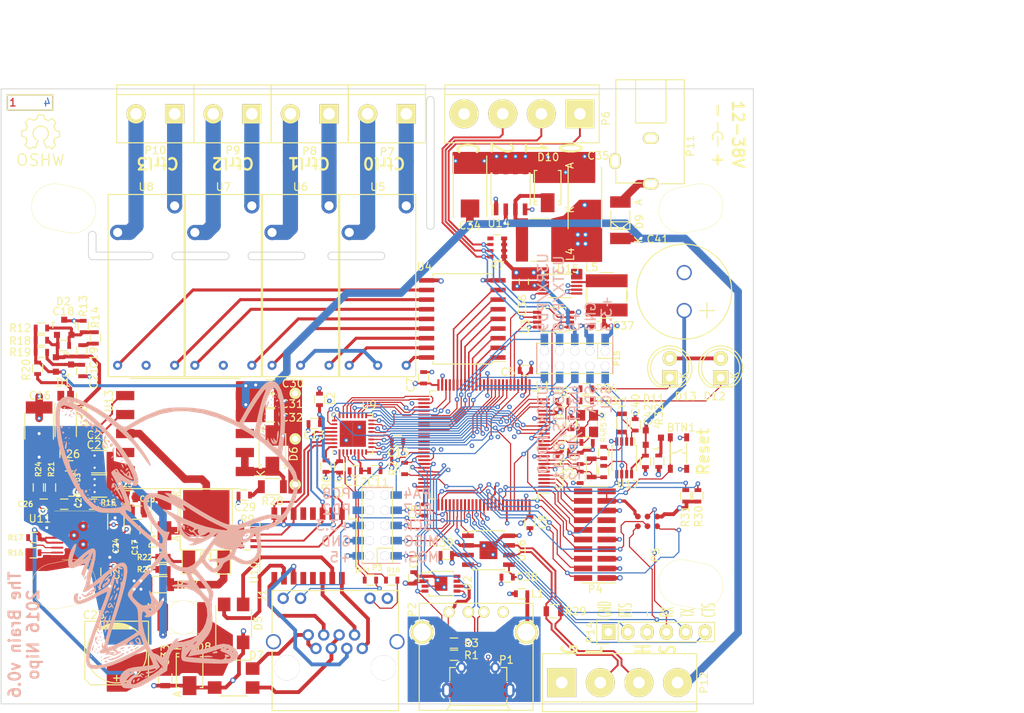
<source format=kicad_pcb>
(kicad_pcb (version 4) (host pcbnew 4.0.4-stable)

  (general
    (links 433)
    (no_connects 0)
    (area 50.449999 59.449999 149.550001 140.550001)
    (thickness 1.6)
    (drawings 55)
    (tracks 2081)
    (zones 0)
    (modules 142)
    (nets 177)
  )

  (page A4)
  (layers
    (0 F.Cu signal)
    (1 In1.Cu power)
    (2 In2.Cu power)
    (31 B.Cu signal)
    (32 B.Adhes user hide)
    (33 F.Adhes user hide)
    (34 B.Paste user hide)
    (35 F.Paste user hide)
    (36 B.SilkS user)
    (37 F.SilkS user)
    (38 B.Mask user)
    (39 F.Mask user hide)
    (40 Dwgs.User user)
    (41 Cmts.User user)
    (42 Eco1.User user)
    (43 Eco2.User user)
    (44 Edge.Cuts user)
    (45 Margin user)
    (46 B.CrtYd user)
    (47 F.CrtYd user)
    (48 B.Fab user hide)
    (49 F.Fab user hide)
  )

  (setup
    (last_trace_width 0.1524)
    (user_trace_width 0.1524)
    (user_trace_width 0.2)
    (user_trace_width 0.25)
    (user_trace_width 0.4)
    (user_trace_width 0.5)
    (user_trace_width 1)
    (user_trace_width 2)
    (trace_clearance 0.1524)
    (zone_clearance 0.2)
    (zone_45_only yes)
    (trace_min 0.1524)
    (segment_width 0.2)
    (edge_width 0.1)
    (via_size 0.6048)
    (via_drill 0.3)
    (via_min_size 0.6048)
    (via_min_drill 0.3)
    (user_via 0.6048 0.3)
    (user_via 0.8 0.4)
    (user_via 1 0.5)
    (user_via 1.5 1)
    (uvia_size 0.3)
    (uvia_drill 0.1)
    (uvias_allowed no)
    (uvia_min_size 0.2)
    (uvia_min_drill 0.1)
    (pcb_text_width 0.3)
    (pcb_text_size 1.5 1.5)
    (mod_edge_width 0.15)
    (mod_text_size 1 1)
    (mod_text_width 0.15)
    (pad_size 4 4)
    (pad_drill 3.2)
    (pad_to_mask_clearance 0)
    (aux_axis_origin 0 0)
    (visible_elements FFFFEF7F)
    (pcbplotparams
      (layerselection 0x00030_ffffffff)
      (usegerberextensions false)
      (excludeedgelayer true)
      (linewidth 0.100000)
      (plotframeref false)
      (viasonmask false)
      (mode 1)
      (useauxorigin false)
      (hpglpennumber 1)
      (hpglpenspeed 20)
      (hpglpendiameter 15)
      (hpglpenoverlay 2)
      (psnegative false)
      (psa4output false)
      (plotreference true)
      (plotvalue true)
      (plotinvisibletext false)
      (padsonsilk false)
      (subtractmaskfromsilk false)
      (outputformat 1)
      (mirror false)
      (drillshape 1)
      (scaleselection 1)
      (outputdirectory ""))
  )

  (net 0 "")
  (net 1 +3V3)
  (net 2 /mcu/TMS)
  (net 3 GND)
  (net 4 /mcu/TCK)
  (net 5 /mcu/TDO)
  (net 6 /mcu/TDI)
  (net 7 /mcu/nRESET)
  (net 8 /mcu/TraceCLK)
  (net 9 /mcu/TraceData0)
  (net 10 /mcu/TraceData1)
  (net 11 /mcu/TraceData2)
  (net 12 /mcu/TraceData3)
  (net 13 "Net-(C9-Pad1)")
  (net 14 "Net-(C10-Pad1)")
  (net 15 "Net-(C18-Pad1)")
  (net 16 +5V)
  (net 17 "Net-(L1-Pad1)")
  (net 18 "Net-(J1-Pad10)")
  (net 19 "Net-(J1-Pad11)")
  (net 20 "Net-(P6-Pad2)")
  (net 21 "Net-(P6-Pad1)")
  (net 22 "Net-(P7-Pad2)")
  (net 23 "Net-(P7-Pad1)")
  (net 24 "Net-(U1-Pad82)")
  (net 25 "Net-(U1-Pad81)")
  (net 26 "/I2C / RTC / Extension/IRQ")
  (net 27 "/I2C / RTC / Extension/OSC_OUT")
  (net 28 "Net-(U1-Pad39)")
  (net 29 "Net-(U1-Pad40)")
  (net 30 "Net-(U1-Pad41)")
  (net 31 "Net-(U1-Pad42)")
  (net 32 "Net-(U1-Pad43)")
  (net 33 "Net-(U1-Pad44)")
  (net 34 "Net-(U1-Pad45)")
  (net 35 "Net-(U1-Pad46)")
  (net 36 /ethernet/POE_VC1-)
  (net 37 /ethernet/POE_VC1+)
  (net 38 /ethernet/POE_VC2-)
  (net 39 /ethernet/POE_VC2+)
  (net 40 "Net-(U1-Pad6)")
  (net 41 "Net-(U1-Pad38)")
  (net 42 "Net-(U1-Pad73)")
  (net 43 "Net-(U1-Pad91)")
  (net 44 "Net-(U1-Pad97)")
  (net 45 "Net-(U1-Pad98)")
  (net 46 "Net-(U9-Pad4)")
  (net 47 /ethernet/CLK_25M)
  (net 48 /mcu/ETH_PHY_nIRQ)
  (net 49 /mcu/ETH_PHY_nRESET)
  (net 50 /ethernet/MDC)
  (net 51 /ethernet/TX_D2)
  (net 52 /ethernet/TX_CLK)
  (net 53 /ethernet/RX_CLK)
  (net 54 /ethernet/MDIO)
  (net 55 /ethernet/RX_DV)
  (net 56 /ethernet/RX_D0)
  (net 57 /ethernet/RX_D1)
  (net 58 /ethernet/RX_D2)
  (net 59 /ethernet/RX_D3)
  (net 60 /ethernet/RX_ER)
  (net 61 /ethernet/TX_EN)
  (net 62 /ethernet/TX_D0)
  (net 63 /ethernet/TX_D1)
  (net 64 /ethernet/TX_D3)
  (net 65 /ethernet/CRS)
  (net 66 /ethernet/COL)
  (net 67 /ethernet/LAN_VDD)
  (net 68 /ethernet/TD-)
  (net 69 /ethernet/TD+)
  (net 70 /ethernet/RD-)
  (net 71 /ethernet/RD+)
  (net 72 /ethernet/ETH_RX-)
  (net 73 /ethernet/ETH_RX+)
  (net 74 /ethernet/ETH_TX-)
  (net 75 /ethernet/ETH_TX+)
  (net 76 "/I2C / RTC / Extension/SCL")
  (net 77 "/I2C / RTC / Extension/SDA")
  (net 78 GNDREF)
  (net 79 /mcu/USB_D+)
  (net 80 /mcu/USB_D-)
  (net 81 /can/CAN-)
  (net 82 /can/CAN+)
  (net 83 "Net-(U2-Pad7)")
  (net 84 "Net-(U2-Pad8)")
  (net 85 "Net-(U1-Pad60)")
  (net 86 "Net-(U1-Pad61)")
  (net 87 "Net-(U1-Pad62)")
  (net 88 "Net-(D6-Pad1)")
  (net 89 "Net-(L5-Pad2)")
  (net 90 /power/VCan)
  (net 91 "Net-(P11-Pad3)")
  (net 92 /mcu/Input_0)
  (net 93 /mcu/Input_1)
  (net 94 /mcu/Input_2)
  (net 95 /mcu/CS0)
  (net 96 /mcu/CS1)
  (net 97 /mcu/SCK)
  (net 98 /mcu/MOSI)
  (net 99 /mcu/MISO)
  (net 100 /poe/VPoe)
  (net 101 /poe/GPoe)
  (net 102 "Net-(C22-Pad1)")
  (net 103 "Net-(C29-Pad1)")
  (net 104 "Net-(D9-Pad2)")
  (net 105 "Net-(R15-Pad1)")
  (net 106 /poe/Feedback)
  (net 107 /poe/VPoe2)
  (net 108 "Net-(Q1-Pad3)")
  (net 109 "Net-(Q1-Pad1)")
  (net 110 /poe/VBias)
  (net 111 /mcu/USB_VBus)
  (net 112 "Net-(R2-Pad1)")
  (net 113 "Net-(C2-Pad1)")
  (net 114 "Net-(C4-Pad1)")
  (net 115 "Net-(C11-Pad1)")
  (net 116 "Net-(C18-Pad2)")
  (net 117 "Net-(C19-Pad2)")
  (net 118 "Net-(C20-Pad1)")
  (net 119 "Net-(C21-Pad1)")
  (net 120 "Net-(C24-Pad1)")
  (net 121 "Net-(C26-Pad2)")
  (net 122 "Net-(C28-Pad2)")
  (net 123 "Net-(C40-Pad1)")
  (net 124 "Net-(C41-Pad1)")
  (net 125 "Net-(D3-Pad1)")
  (net 126 "Net-(D3-Pad2)")
  (net 127 "Net-(D4-Pad2)")
  (net 128 "Net-(D10-Pad1)")
  (net 129 "Net-(D11-Pad3)")
  (net 130 "Net-(P1-Pad1)")
  (net 131 "Net-(P1-Pad4)")
  (net 132 "Net-(P4-Pad11)")
  (net 133 "Net-(P4-Pad13)")
  (net 134 "Net-(P6-Pad3)")
  (net 135 "Net-(P8-Pad1)")
  (net 136 "Net-(P8-Pad2)")
  (net 137 "Net-(P9-Pad1)")
  (net 138 "Net-(P9-Pad2)")
  (net 139 "Net-(P10-Pad1)")
  (net 140 "Net-(P10-Pad2)")
  (net 141 "Net-(R7-Pad5)")
  (net 142 "Net-(R8-Pad1)")
  (net 143 "Net-(R10-Pad1)")
  (net 144 "Net-(R11-Pad1)")
  (net 145 "Net-(R16-Pad1)")
  (net 146 "Net-(R17-Pad2)")
  (net 147 "Net-(R20-Pad2)")
  (net 148 "Net-(R22-Pad2)")
  (net 149 "Net-(R26-Pad1)")
  (net 150 "Net-(U4-Pad11)")
  (net 151 "Net-(U4-Pad12)")
  (net 152 "Net-(U4-Pad13)")
  (net 153 "Net-(U4-Pad14)")
  (net 154 "Net-(U4-Pad15)")
  (net 155 "Net-(U4-Pad16)")
  (net 156 "Net-(U4-Pad17)")
  (net 157 "Net-(U4-Pad18)")
  (net 158 "Net-(U17-Pad2)")
  (net 159 "Net-(U1-Pad63)")
  (net 160 "Net-(P14-Pad3)")
  (net 161 /mcu/U2RX)
  (net 162 /mcu/U2TX)
  (net 163 /mcu/U2RTS)
  (net 164 /mcu/U2CTS)
  (net 165 "Net-(D12-Pad1)")
  (net 166 "Net-(D13-Pad1)")
  (net 167 "Net-(R34-Pad1)")
  (net 168 "Net-(R33-Pad1)")
  (net 169 "Net-(P15-Pad6)")
  (net 170 "Net-(P3-Pad10)")
  (net 171 "Net-(P15-Pad7)")
  (net 172 "Net-(P15-Pad8)")
  (net 173 "Net-(P15-Pad9)")
  (net 174 /mcu/CS2)
  (net 175 "Net-(U1-Pad64)")
  (net 176 "Net-(P15-Pad10)")

  (net_class Default "This is the default net class."
    (clearance 0.1524)
    (trace_width 0.1524)
    (via_dia 0.6048)
    (via_drill 0.3)
    (uvia_dia 0.3)
    (uvia_drill 0.1)
    (add_net "/I2C / RTC / Extension/IRQ")
    (add_net "/I2C / RTC / Extension/OSC_OUT")
    (add_net "/I2C / RTC / Extension/SCL")
    (add_net "/I2C / RTC / Extension/SDA")
    (add_net /can/CAN+)
    (add_net /can/CAN-)
    (add_net /ethernet/CLK_25M)
    (add_net /ethernet/COL)
    (add_net /ethernet/CRS)
    (add_net /ethernet/MDC)
    (add_net /ethernet/MDIO)
    (add_net /ethernet/RX_CLK)
    (add_net /ethernet/RX_D0)
    (add_net /ethernet/RX_D1)
    (add_net /ethernet/RX_D2)
    (add_net /ethernet/RX_D3)
    (add_net /ethernet/RX_DV)
    (add_net /ethernet/RX_ER)
    (add_net /ethernet/TX_CLK)
    (add_net /ethernet/TX_D0)
    (add_net /ethernet/TX_D1)
    (add_net /ethernet/TX_D2)
    (add_net /ethernet/TX_D3)
    (add_net /ethernet/TX_EN)
    (add_net /mcu/CS0)
    (add_net /mcu/CS1)
    (add_net /mcu/CS2)
    (add_net /mcu/ETH_PHY_nIRQ)
    (add_net /mcu/ETH_PHY_nRESET)
    (add_net /mcu/Input_0)
    (add_net /mcu/Input_1)
    (add_net /mcu/Input_2)
    (add_net /mcu/MISO)
    (add_net /mcu/MOSI)
    (add_net /mcu/SCK)
    (add_net /mcu/TCK)
    (add_net /mcu/TDI)
    (add_net /mcu/TDO)
    (add_net /mcu/TMS)
    (add_net /mcu/TraceCLK)
    (add_net /mcu/TraceData0)
    (add_net /mcu/TraceData1)
    (add_net /mcu/TraceData2)
    (add_net /mcu/TraceData3)
    (add_net /mcu/U2CTS)
    (add_net /mcu/U2RTS)
    (add_net /mcu/U2RX)
    (add_net /mcu/U2TX)
    (add_net /mcu/USB_D+)
    (add_net /mcu/USB_D-)
    (add_net /mcu/USB_VBus)
    (add_net /mcu/nRESET)
    (add_net /poe/Feedback)
    (add_net /poe/VBias)
    (add_net /poe/VPoe2)
    (add_net GND)
    (add_net "Net-(C10-Pad1)")
    (add_net "Net-(C11-Pad1)")
    (add_net "Net-(C18-Pad1)")
    (add_net "Net-(C18-Pad2)")
    (add_net "Net-(C19-Pad2)")
    (add_net "Net-(C2-Pad1)")
    (add_net "Net-(C20-Pad1)")
    (add_net "Net-(C21-Pad1)")
    (add_net "Net-(C22-Pad1)")
    (add_net "Net-(C24-Pad1)")
    (add_net "Net-(C26-Pad2)")
    (add_net "Net-(C28-Pad2)")
    (add_net "Net-(C29-Pad1)")
    (add_net "Net-(C4-Pad1)")
    (add_net "Net-(C40-Pad1)")
    (add_net "Net-(C41-Pad1)")
    (add_net "Net-(C9-Pad1)")
    (add_net "Net-(D10-Pad1)")
    (add_net "Net-(D11-Pad3)")
    (add_net "Net-(D12-Pad1)")
    (add_net "Net-(D13-Pad1)")
    (add_net "Net-(D3-Pad1)")
    (add_net "Net-(D3-Pad2)")
    (add_net "Net-(D4-Pad2)")
    (add_net "Net-(D6-Pad1)")
    (add_net "Net-(D9-Pad2)")
    (add_net "Net-(J1-Pad10)")
    (add_net "Net-(J1-Pad11)")
    (add_net "Net-(L1-Pad1)")
    (add_net "Net-(L5-Pad2)")
    (add_net "Net-(P1-Pad1)")
    (add_net "Net-(P1-Pad4)")
    (add_net "Net-(P10-Pad1)")
    (add_net "Net-(P10-Pad2)")
    (add_net "Net-(P11-Pad3)")
    (add_net "Net-(P14-Pad3)")
    (add_net "Net-(P15-Pad10)")
    (add_net "Net-(P15-Pad6)")
    (add_net "Net-(P15-Pad7)")
    (add_net "Net-(P15-Pad8)")
    (add_net "Net-(P15-Pad9)")
    (add_net "Net-(P3-Pad10)")
    (add_net "Net-(P4-Pad11)")
    (add_net "Net-(P4-Pad13)")
    (add_net "Net-(P6-Pad1)")
    (add_net "Net-(P6-Pad2)")
    (add_net "Net-(P6-Pad3)")
    (add_net "Net-(P7-Pad1)")
    (add_net "Net-(P7-Pad2)")
    (add_net "Net-(P8-Pad1)")
    (add_net "Net-(P8-Pad2)")
    (add_net "Net-(P9-Pad1)")
    (add_net "Net-(P9-Pad2)")
    (add_net "Net-(Q1-Pad1)")
    (add_net "Net-(Q1-Pad3)")
    (add_net "Net-(R10-Pad1)")
    (add_net "Net-(R11-Pad1)")
    (add_net "Net-(R15-Pad1)")
    (add_net "Net-(R16-Pad1)")
    (add_net "Net-(R17-Pad2)")
    (add_net "Net-(R2-Pad1)")
    (add_net "Net-(R20-Pad2)")
    (add_net "Net-(R22-Pad2)")
    (add_net "Net-(R26-Pad1)")
    (add_net "Net-(R33-Pad1)")
    (add_net "Net-(R34-Pad1)")
    (add_net "Net-(R7-Pad5)")
    (add_net "Net-(R8-Pad1)")
    (add_net "Net-(U1-Pad38)")
    (add_net "Net-(U1-Pad39)")
    (add_net "Net-(U1-Pad40)")
    (add_net "Net-(U1-Pad41)")
    (add_net "Net-(U1-Pad42)")
    (add_net "Net-(U1-Pad43)")
    (add_net "Net-(U1-Pad44)")
    (add_net "Net-(U1-Pad45)")
    (add_net "Net-(U1-Pad46)")
    (add_net "Net-(U1-Pad6)")
    (add_net "Net-(U1-Pad60)")
    (add_net "Net-(U1-Pad61)")
    (add_net "Net-(U1-Pad62)")
    (add_net "Net-(U1-Pad63)")
    (add_net "Net-(U1-Pad64)")
    (add_net "Net-(U1-Pad73)")
    (add_net "Net-(U1-Pad81)")
    (add_net "Net-(U1-Pad82)")
    (add_net "Net-(U1-Pad91)")
    (add_net "Net-(U1-Pad97)")
    (add_net "Net-(U1-Pad98)")
    (add_net "Net-(U17-Pad2)")
    (add_net "Net-(U2-Pad7)")
    (add_net "Net-(U2-Pad8)")
    (add_net "Net-(U4-Pad11)")
    (add_net "Net-(U4-Pad12)")
    (add_net "Net-(U4-Pad13)")
    (add_net "Net-(U4-Pad14)")
    (add_net "Net-(U4-Pad15)")
    (add_net "Net-(U4-Pad16)")
    (add_net "Net-(U4-Pad17)")
    (add_net "Net-(U4-Pad18)")
    (add_net "Net-(U9-Pad4)")
  )

  (net_class More ""
    (clearance 0.2)
    (trace_width 0.25)
    (via_dia 0.6048)
    (via_drill 0.3)
    (uvia_dia 0.3)
    (uvia_drill 0.1)
    (add_net /ethernet/RD+)
    (add_net /ethernet/RD-)
    (add_net /ethernet/TD+)
    (add_net /ethernet/TD-)
  )

  (net_class Power ""
    (clearance 0.1524)
    (trace_width 0.5)
    (via_dia 0.7)
    (via_drill 0.4)
    (uvia_dia 0.3)
    (uvia_drill 0.1)
    (add_net +3V3)
    (add_net +5V)
    (add_net /ethernet/ETH_RX+)
    (add_net /ethernet/ETH_RX-)
    (add_net /ethernet/ETH_TX+)
    (add_net /ethernet/ETH_TX-)
    (add_net /ethernet/LAN_VDD)
    (add_net /ethernet/POE_VC1+)
    (add_net /ethernet/POE_VC1-)
    (add_net /ethernet/POE_VC2+)
    (add_net /ethernet/POE_VC2-)
    (add_net /poe/GPoe)
    (add_net /poe/VPoe)
    (add_net /power/VCan)
    (add_net GNDREF)
  )

  (net_class Power2 ""
    (clearance 1)
    (trace_width 0.5)
    (via_dia 1)
    (via_drill 0.5)
    (uvia_dia 0.3)
    (uvia_drill 0.1)
  )

  (module Resistors_SMD:R_0603 (layer F.Cu) (tedit 5415CC62) (tstamp 57CCB83B)
    (at 142.2 113.1 90)
    (descr "Resistor SMD 0603, reflow soldering, Vishay (see dcrcw.pdf)")
    (tags "resistor 0603")
    (path /57A213DD/57CE1FC1)
    (attr smd)
    (fp_text reference R30 (at -2.7 0.1 90) (layer F.SilkS)
      (effects (font (size 1 1) (thickness 0.15)))
    )
    (fp_text value 4k7 (at 0 -0.1 90) (layer F.Fab)
      (effects (font (size 1 1) (thickness 0.15)))
    )
    (fp_line (start -1.3 -0.8) (end 1.3 -0.8) (layer F.CrtYd) (width 0.05))
    (fp_line (start -1.3 0.8) (end 1.3 0.8) (layer F.CrtYd) (width 0.05))
    (fp_line (start -1.3 -0.8) (end -1.3 0.8) (layer F.CrtYd) (width 0.05))
    (fp_line (start 1.3 -0.8) (end 1.3 0.8) (layer F.CrtYd) (width 0.05))
    (fp_line (start 0.5 0.675) (end -0.5 0.675) (layer F.SilkS) (width 0.15))
    (fp_line (start -0.5 -0.675) (end 0.5 -0.675) (layer F.SilkS) (width 0.15))
    (pad 1 smd rect (at -0.75 0 90) (size 0.5 0.9) (layers F.Cu F.Paste F.Mask)
      (net 1 +3V3))
    (pad 2 smd rect (at 0.75 0 90) (size 0.5 0.9) (layers F.Cu F.Paste F.Mask)
      (net 76 "/I2C / RTC / Extension/SCL"))
    (model Resistors_SMD.3dshapes/R_0603.wrl
      (at (xyz 0 0 0))
      (scale (xyz 1 1 1))
      (rotate (xyz 0 0 0))
    )
  )

  (module Connect:bornier4 (layer F.Cu) (tedit 0) (tstamp 57C37980)
    (at 131.9 137.7)
    (descr "Bornier d'alimentation 4 pins")
    (tags DEV)
    (path /57A213DC/57A21746)
    (fp_text reference P12 (at 11.1 0 270) (layer F.SilkS)
      (effects (font (size 1 1) (thickness 0.15)))
    )
    (fp_text value CAN (at -0.1 0.4) (layer F.Fab)
      (effects (font (size 1 1) (thickness 0.15)))
    )
    (fp_line (start -10.16 -3.81) (end -10.16 3.81) (layer F.SilkS) (width 0.15))
    (fp_line (start 10.16 3.81) (end 10.16 -3.81) (layer F.SilkS) (width 0.15))
    (fp_line (start 10.16 2.54) (end -10.16 2.54) (layer F.SilkS) (width 0.15))
    (fp_line (start -10.16 -3.81) (end 10.16 -3.81) (layer F.SilkS) (width 0.15))
    (fp_line (start -10.16 3.81) (end 10.16 3.81) (layer F.SilkS) (width 0.15))
    (pad 2 thru_hole circle (at -2.54 0) (size 3.81 3.81) (drill 1.524) (layers *.Cu *.Mask F.SilkS)
      (net 81 /can/CAN-))
    (pad 3 thru_hole circle (at 2.54 0) (size 3.81 3.81) (drill 1.524) (layers *.Cu *.Mask F.SilkS)
      (net 82 /can/CAN+))
    (pad 1 thru_hole rect (at -7.62 0) (size 3.81 3.81) (drill 1.524) (layers *.Cu *.Mask F.SilkS)
      (net 3 GND))
    (pad 4 thru_hole circle (at 7.62 0) (size 3.81 3.81) (drill 1.524) (layers *.Cu *.Mask F.SilkS)
      (net 90 /power/VCan))
    (model Connect.3dshapes/bornier4.wrl
      (at (xyz 0 0 0))
      (scale (xyz 1 1 1))
      (rotate (xyz 0 0 0))
    )
  )

  (module Connect:USB_A (layer F.Cu) (tedit 5543E289) (tstamp 57C37A26)
    (at 109.45914 128.40212)
    (descr "USB A connector")
    (tags "USB USB_A")
    (path /57A213D7/57BD5361)
    (fp_text reference P2 (at -4.85914 -0.30212 270) (layer F.SilkS)
      (effects (font (size 1 1) (thickness 0.15)))
    )
    (fp_text value USBA (at 3.74086 2.49788) (layer F.Fab)
      (effects (font (size 1 1) (thickness 0.15)))
    )
    (fp_line (start -5.3 13.2) (end -5.3 -1.4) (layer F.CrtYd) (width 0.05))
    (fp_line (start 11.95 -1.4) (end 11.95 13.2) (layer F.CrtYd) (width 0.05))
    (fp_line (start -5.3 13.2) (end 11.95 13.2) (layer F.CrtYd) (width 0.05))
    (fp_line (start -5.3 -1.4) (end 11.95 -1.4) (layer F.CrtYd) (width 0.05))
    (fp_line (start 11.04986 -1.14512) (end 11.04986 12.95188) (layer F.SilkS) (width 0.15))
    (fp_line (start -3.93614 12.95188) (end -3.93614 -1.14512) (layer F.SilkS) (width 0.15))
    (fp_line (start 11.04986 -1.14512) (end -3.93614 -1.14512) (layer F.SilkS) (width 0.15))
    (fp_line (start 11.04986 12.95188) (end -3.93614 12.95188) (layer F.SilkS) (width 0.15))
    (pad 4 thru_hole circle (at 7.11286 -0.00212 270) (size 1.50114 1.50114) (drill 1.00076) (layers *.Cu *.Mask F.SilkS)
      (net 3 GND))
    (pad 3 thru_hole circle (at 4.57286 -0.00212 270) (size 1.50114 1.50114) (drill 1.00076) (layers *.Cu *.Mask F.SilkS)
      (net 79 /mcu/USB_D+))
    (pad 2 thru_hole circle (at 2.54086 -0.00212 270) (size 1.50114 1.50114) (drill 1.00076) (layers *.Cu *.Mask F.SilkS)
      (net 80 /mcu/USB_D-))
    (pad 1 thru_hole circle (at 0.00086 -0.00212 270) (size 1.50114 1.50114) (drill 1.00076) (layers *.Cu *.Mask F.SilkS)
      (net 111 /mcu/USB_VBus))
    (pad 5 thru_hole circle (at 10.16086 2.66488 270) (size 2.99974 2.99974) (drill 2.30124) (layers *.Cu *.Mask F.SilkS)
      (net 17 "Net-(L1-Pad1)"))
    (pad 5 thru_hole circle (at -3.55514 2.66488 270) (size 2.99974 2.99974) (drill 2.30124) (layers *.Cu *.Mask F.SilkS)
      (net 17 "Net-(L1-Pad1)"))
    (model Connect.3dshapes/USB_A.wrl
      (at (xyz 0.14 0 0))
      (scale (xyz 1 1 1))
      (rotate (xyz 0 0 90))
    )
  )

  (module Housings_QFP:LQFP-100_14x14mm_Pitch0.5mm (layer F.Cu) (tedit 54130A77) (tstamp 57C377BF)
    (at 114.05 106.4 180)
    (descr "LQFP100: plastic low profile quad flat package; 100 leads; body 14 x 14 x 1.4 mm (see NXP sot407-1_po.pdf and sot407-1_fr.pdf)")
    (tags "QFP 0.5")
    (path /57A213D7/57BCD0F0)
    (attr smd)
    (fp_text reference U1 (at -7.75 7.8 180) (layer F.SilkS)
      (effects (font (size 1 1) (thickness 0.15)))
    )
    (fp_text value STM32F107VCT (at 0.25 1.3 180) (layer F.Fab)
      (effects (font (size 1 1) (thickness 0.15)))
    )
    (fp_line (start -8.9 -8.9) (end -8.9 8.9) (layer F.CrtYd) (width 0.05))
    (fp_line (start 8.9 -8.9) (end 8.9 8.9) (layer F.CrtYd) (width 0.05))
    (fp_line (start -8.9 -8.9) (end 8.9 -8.9) (layer F.CrtYd) (width 0.05))
    (fp_line (start -8.9 8.9) (end 8.9 8.9) (layer F.CrtYd) (width 0.05))
    (fp_line (start -7.125 -7.125) (end -7.125 -6.365) (layer F.SilkS) (width 0.15))
    (fp_line (start 7.125 -7.125) (end 7.125 -6.365) (layer F.SilkS) (width 0.15))
    (fp_line (start 7.125 7.125) (end 7.125 6.365) (layer F.SilkS) (width 0.15))
    (fp_line (start -7.125 7.125) (end -7.125 6.365) (layer F.SilkS) (width 0.15))
    (fp_line (start -7.125 -7.125) (end -6.365 -7.125) (layer F.SilkS) (width 0.15))
    (fp_line (start -7.125 7.125) (end -6.365 7.125) (layer F.SilkS) (width 0.15))
    (fp_line (start 7.125 7.125) (end 6.365 7.125) (layer F.SilkS) (width 0.15))
    (fp_line (start 7.125 -7.125) (end 6.365 -7.125) (layer F.SilkS) (width 0.15))
    (fp_line (start -7.125 -6.365) (end -8.65 -6.365) (layer F.SilkS) (width 0.15))
    (pad 1 smd rect (at -7.9 -6 180) (size 1.5 0.28) (layers F.Cu F.Paste F.Mask)
      (net 8 /mcu/TraceCLK))
    (pad 2 smd rect (at -7.9 -5.5 180) (size 1.5 0.28) (layers F.Cu F.Paste F.Mask)
      (net 9 /mcu/TraceData0))
    (pad 3 smd rect (at -7.9 -5 180) (size 1.5 0.28) (layers F.Cu F.Paste F.Mask)
      (net 10 /mcu/TraceData1))
    (pad 4 smd rect (at -7.9 -4.5 180) (size 1.5 0.28) (layers F.Cu F.Paste F.Mask)
      (net 11 /mcu/TraceData2))
    (pad 5 smd rect (at -7.9 -4 180) (size 1.5 0.28) (layers F.Cu F.Paste F.Mask)
      (net 12 /mcu/TraceData3))
    (pad 6 smd rect (at -7.9 -3.5 180) (size 1.5 0.28) (layers F.Cu F.Paste F.Mask)
      (net 40 "Net-(U1-Pad6)"))
    (pad 7 smd rect (at -7.9 -3 180) (size 1.5 0.28) (layers F.Cu F.Paste F.Mask)
      (net 167 "Net-(R34-Pad1)"))
    (pad 8 smd rect (at -7.9 -2.5 180) (size 1.5 0.28) (layers F.Cu F.Paste F.Mask)
      (net 113 "Net-(C2-Pad1)"))
    (pad 9 smd rect (at -7.9 -2 180) (size 1.5 0.28) (layers F.Cu F.Paste F.Mask)
      (net 114 "Net-(C4-Pad1)"))
    (pad 10 smd rect (at -7.9 -1.5 180) (size 1.5 0.28) (layers F.Cu F.Paste F.Mask)
      (net 3 GND))
    (pad 11 smd rect (at -7.9 -1 180) (size 1.5 0.28) (layers F.Cu F.Paste F.Mask)
      (net 1 +3V3))
    (pad 12 smd rect (at -7.9 -0.5 180) (size 1.5 0.28) (layers F.Cu F.Paste F.Mask)
      (net 14 "Net-(C10-Pad1)"))
    (pad 13 smd rect (at -7.9 0 180) (size 1.5 0.28) (layers F.Cu F.Paste F.Mask)
      (net 13 "Net-(C9-Pad1)"))
    (pad 14 smd rect (at -7.9 0.5 180) (size 1.5 0.28) (layers F.Cu F.Paste F.Mask)
      (net 7 /mcu/nRESET))
    (pad 15 smd rect (at -7.9 1 180) (size 1.5 0.28) (layers F.Cu F.Paste F.Mask)
      (net 94 /mcu/Input_2))
    (pad 16 smd rect (at -7.9 1.5 180) (size 1.5 0.28) (layers F.Cu F.Paste F.Mask)
      (net 50 /ethernet/MDC))
    (pad 17 smd rect (at -7.9 2 180) (size 1.5 0.28) (layers F.Cu F.Paste F.Mask)
      (net 51 /ethernet/TX_D2))
    (pad 18 smd rect (at -7.9 2.5 180) (size 1.5 0.28) (layers F.Cu F.Paste F.Mask)
      (net 52 /ethernet/TX_CLK))
    (pad 19 smd rect (at -7.9 3 180) (size 1.5 0.28) (layers F.Cu F.Paste F.Mask)
      (net 3 GND))
    (pad 20 smd rect (at -7.9 3.5 180) (size 1.5 0.28) (layers F.Cu F.Paste F.Mask)
      (net 3 GND))
    (pad 21 smd rect (at -7.9 4 180) (size 1.5 0.28) (layers F.Cu F.Paste F.Mask)
      (net 1 +3V3))
    (pad 22 smd rect (at -7.9 4.5 180) (size 1.5 0.28) (layers F.Cu F.Paste F.Mask)
      (net 1 +3V3))
    (pad 23 smd rect (at -7.9 5 180) (size 1.5 0.28) (layers F.Cu F.Paste F.Mask)
      (net 65 /ethernet/CRS))
    (pad 24 smd rect (at -7.9 5.5 180) (size 1.5 0.28) (layers F.Cu F.Paste F.Mask)
      (net 53 /ethernet/RX_CLK))
    (pad 25 smd rect (at -7.9 6 180) (size 1.5 0.28) (layers F.Cu F.Paste F.Mask)
      (net 54 /ethernet/MDIO))
    (pad 26 smd rect (at -6 7.9 270) (size 1.5 0.28) (layers F.Cu F.Paste F.Mask)
      (net 66 /ethernet/COL))
    (pad 27 smd rect (at -5.5 7.9 270) (size 1.5 0.28) (layers F.Cu F.Paste F.Mask)
      (net 3 GND))
    (pad 28 smd rect (at -5 7.9 270) (size 1.5 0.28) (layers F.Cu F.Paste F.Mask)
      (net 1 +3V3))
    (pad 29 smd rect (at -4.5 7.9 270) (size 1.5 0.28) (layers F.Cu F.Paste F.Mask)
      (net 95 /mcu/CS0))
    (pad 30 smd rect (at -4 7.9 270) (size 1.5 0.28) (layers F.Cu F.Paste F.Mask)
      (net 92 /mcu/Input_0))
    (pad 31 smd rect (at -3.5 7.9 270) (size 1.5 0.28) (layers F.Cu F.Paste F.Mask)
      (net 93 /mcu/Input_1))
    (pad 32 smd rect (at -3 7.9 270) (size 1.5 0.28) (layers F.Cu F.Paste F.Mask)
      (net 55 /ethernet/RX_DV))
    (pad 33 smd rect (at -2.5 7.9 270) (size 1.5 0.28) (layers F.Cu F.Paste F.Mask)
      (net 56 /ethernet/RX_D0))
    (pad 34 smd rect (at -2 7.9 270) (size 1.5 0.28) (layers F.Cu F.Paste F.Mask)
      (net 57 /ethernet/RX_D1))
    (pad 35 smd rect (at -1.5 7.9 270) (size 1.5 0.28) (layers F.Cu F.Paste F.Mask)
      (net 58 /ethernet/RX_D2))
    (pad 36 smd rect (at -1 7.9 270) (size 1.5 0.28) (layers F.Cu F.Paste F.Mask)
      (net 59 /ethernet/RX_D3))
    (pad 37 smd rect (at -0.5 7.9 270) (size 1.5 0.28) (layers F.Cu F.Paste F.Mask)
      (net 3 GND))
    (pad 38 smd rect (at 0 7.9 270) (size 1.5 0.28) (layers F.Cu F.Paste F.Mask)
      (net 41 "Net-(U1-Pad38)"))
    (pad 39 smd rect (at 0.5 7.9 270) (size 1.5 0.28) (layers F.Cu F.Paste F.Mask)
      (net 28 "Net-(U1-Pad39)"))
    (pad 40 smd rect (at 1 7.9 270) (size 1.5 0.28) (layers F.Cu F.Paste F.Mask)
      (net 29 "Net-(U1-Pad40)"))
    (pad 41 smd rect (at 1.5 7.9 270) (size 1.5 0.28) (layers F.Cu F.Paste F.Mask)
      (net 30 "Net-(U1-Pad41)"))
    (pad 42 smd rect (at 2 7.9 270) (size 1.5 0.28) (layers F.Cu F.Paste F.Mask)
      (net 31 "Net-(U1-Pad42)"))
    (pad 43 smd rect (at 2.5 7.9 270) (size 1.5 0.28) (layers F.Cu F.Paste F.Mask)
      (net 32 "Net-(U1-Pad43)"))
    (pad 44 smd rect (at 3 7.9 270) (size 1.5 0.28) (layers F.Cu F.Paste F.Mask)
      (net 33 "Net-(U1-Pad44)"))
    (pad 45 smd rect (at 3.5 7.9 270) (size 1.5 0.28) (layers F.Cu F.Paste F.Mask)
      (net 34 "Net-(U1-Pad45)"))
    (pad 46 smd rect (at 4 7.9 270) (size 1.5 0.28) (layers F.Cu F.Paste F.Mask)
      (net 35 "Net-(U1-Pad46)"))
    (pad 47 smd rect (at 4.5 7.9 270) (size 1.5 0.28) (layers F.Cu F.Paste F.Mask)
      (net 60 /ethernet/RX_ER))
    (pad 48 smd rect (at 5 7.9 270) (size 1.5 0.28) (layers F.Cu F.Paste F.Mask)
      (net 61 /ethernet/TX_EN))
    (pad 49 smd rect (at 5.5 7.9 270) (size 1.5 0.28) (layers F.Cu F.Paste F.Mask)
      (net 3 GND))
    (pad 50 smd rect (at 6 7.9 270) (size 1.5 0.28) (layers F.Cu F.Paste F.Mask)
      (net 1 +3V3))
    (pad 51 smd rect (at 7.9 6 180) (size 1.5 0.28) (layers F.Cu F.Paste F.Mask)
      (net 62 /ethernet/TX_D0))
    (pad 52 smd rect (at 7.9 5.5 180) (size 1.5 0.28) (layers F.Cu F.Paste F.Mask)
      (net 63 /ethernet/TX_D1))
    (pad 53 smd rect (at 7.9 5 180) (size 1.5 0.28) (layers F.Cu F.Paste F.Mask)
      (net 49 /mcu/ETH_PHY_nRESET))
    (pad 54 smd rect (at 7.9 4.5 180) (size 1.5 0.28) (layers F.Cu F.Paste F.Mask)
      (net 48 /mcu/ETH_PHY_nIRQ))
    (pad 55 smd rect (at 7.9 4 180) (size 1.5 0.28) (layers F.Cu F.Paste F.Mask)
      (net 171 "Net-(P15-Pad7)"))
    (pad 56 smd rect (at 7.9 3.5 180) (size 1.5 0.28) (layers F.Cu F.Paste F.Mask)
      (net 173 "Net-(P15-Pad9)"))
    (pad 57 smd rect (at 7.9 3 180) (size 1.5 0.28) (layers F.Cu F.Paste F.Mask)
      (net 176 "Net-(P15-Pad10)"))
    (pad 58 smd rect (at 7.9 2.5 180) (size 1.5 0.28) (layers F.Cu F.Paste F.Mask)
      (net 172 "Net-(P15-Pad8)"))
    (pad 59 smd rect (at 7.9 2 180) (size 1.5 0.28) (layers F.Cu F.Paste F.Mask)
      (net 169 "Net-(P15-Pad6)"))
    (pad 60 smd rect (at 7.9 1.5 180) (size 1.5 0.28) (layers F.Cu F.Paste F.Mask)
      (net 85 "Net-(U1-Pad60)"))
    (pad 61 smd rect (at 7.9 1 180) (size 1.5 0.28) (layers F.Cu F.Paste F.Mask)
      (net 86 "Net-(U1-Pad61)"))
    (pad 62 smd rect (at 7.9 0.5 180) (size 1.5 0.28) (layers F.Cu F.Paste F.Mask)
      (net 87 "Net-(U1-Pad62)"))
    (pad 63 smd rect (at 7.9 0 180) (size 1.5 0.28) (layers F.Cu F.Paste F.Mask)
      (net 159 "Net-(U1-Pad63)"))
    (pad 64 smd rect (at 7.9 -0.5 180) (size 1.5 0.28) (layers F.Cu F.Paste F.Mask)
      (net 175 "Net-(U1-Pad64)"))
    (pad 65 smd rect (at 7.9 -1 180) (size 1.5 0.28) (layers F.Cu F.Paste F.Mask)
      (net 170 "Net-(P3-Pad10)"))
    (pad 66 smd rect (at 7.9 -1.5 180) (size 1.5 0.28) (layers F.Cu F.Paste F.Mask)
      (net 112 "Net-(R2-Pad1)"))
    (pad 67 smd rect (at 7.9 -2 180) (size 1.5 0.28) (layers F.Cu F.Paste F.Mask)
      (net 47 /ethernet/CLK_25M))
    (pad 68 smd rect (at 7.9 -2.5 180) (size 1.5 0.28) (layers F.Cu F.Paste F.Mask)
      (net 111 /mcu/USB_VBus))
    (pad 69 smd rect (at 7.9 -3 180) (size 1.5 0.28) (layers F.Cu F.Paste F.Mask)
      (net 131 "Net-(P1-Pad4)"))
    (pad 70 smd rect (at 7.9 -3.5 180) (size 1.5 0.28) (layers F.Cu F.Paste F.Mask)
      (net 80 /mcu/USB_D-))
    (pad 71 smd rect (at 7.9 -4 180) (size 1.5 0.28) (layers F.Cu F.Paste F.Mask)
      (net 79 /mcu/USB_D+))
    (pad 72 smd rect (at 7.9 -4.5 180) (size 1.5 0.28) (layers F.Cu F.Paste F.Mask)
      (net 2 /mcu/TMS))
    (pad 73 smd rect (at 7.9 -5 180) (size 1.5 0.28) (layers F.Cu F.Paste F.Mask)
      (net 42 "Net-(U1-Pad73)"))
    (pad 74 smd rect (at 7.9 -5.5 180) (size 1.5 0.28) (layers F.Cu F.Paste F.Mask)
      (net 3 GND))
    (pad 75 smd rect (at 7.9 -6 180) (size 1.5 0.28) (layers F.Cu F.Paste F.Mask)
      (net 1 +3V3))
    (pad 76 smd rect (at 6 -7.9 270) (size 1.5 0.28) (layers F.Cu F.Paste F.Mask)
      (net 4 /mcu/TCK))
    (pad 77 smd rect (at 5.5 -7.9 270) (size 1.5 0.28) (layers F.Cu F.Paste F.Mask)
      (net 6 /mcu/TDI))
    (pad 78 smd rect (at 5 -7.9 270) (size 1.5 0.28) (layers F.Cu F.Paste F.Mask)
      (net 97 /mcu/SCK))
    (pad 79 smd rect (at 4.5 -7.9 270) (size 1.5 0.28) (layers F.Cu F.Paste F.Mask)
      (net 99 /mcu/MISO))
    (pad 80 smd rect (at 4 -7.9 270) (size 1.5 0.28) (layers F.Cu F.Paste F.Mask)
      (net 98 /mcu/MOSI))
    (pad 81 smd rect (at 3.5 -7.9 270) (size 1.5 0.28) (layers F.Cu F.Paste F.Mask)
      (net 25 "Net-(U1-Pad81)"))
    (pad 82 smd rect (at 3 -7.9 270) (size 1.5 0.28) (layers F.Cu F.Paste F.Mask)
      (net 24 "Net-(U1-Pad82)"))
    (pad 83 smd rect (at 2.5 -7.9 270) (size 1.5 0.28) (layers F.Cu F.Paste F.Mask)
      (net 96 /mcu/CS1))
    (pad 84 smd rect (at 2 -7.9 270) (size 1.5 0.28) (layers F.Cu F.Paste F.Mask)
      (net 164 /mcu/U2CTS))
    (pad 85 smd rect (at 1.5 -7.9 270) (size 1.5 0.28) (layers F.Cu F.Paste F.Mask)
      (net 163 /mcu/U2RTS))
    (pad 86 smd rect (at 1 -7.9 270) (size 1.5 0.28) (layers F.Cu F.Paste F.Mask)
      (net 162 /mcu/U2TX))
    (pad 87 smd rect (at 0.5 -7.9 270) (size 1.5 0.28) (layers F.Cu F.Paste F.Mask)
      (net 161 /mcu/U2RX))
    (pad 88 smd rect (at 0 -7.9 270) (size 1.5 0.28) (layers F.Cu F.Paste F.Mask)
      (net 174 /mcu/CS2))
    (pad 89 smd rect (at -0.5 -7.9 270) (size 1.5 0.28) (layers F.Cu F.Paste F.Mask)
      (net 5 /mcu/TDO))
    (pad 90 smd rect (at -1 -7.9 270) (size 1.5 0.28) (layers F.Cu F.Paste F.Mask)
      (net 3 GND))
    (pad 91 smd rect (at -1.5 -7.9 270) (size 1.5 0.28) (layers F.Cu F.Paste F.Mask)
      (net 43 "Net-(U1-Pad91)"))
    (pad 92 smd rect (at -2 -7.9 270) (size 1.5 0.28) (layers F.Cu F.Paste F.Mask)
      (net 76 "/I2C / RTC / Extension/SCL"))
    (pad 93 smd rect (at -2.5 -7.9 270) (size 1.5 0.28) (layers F.Cu F.Paste F.Mask)
      (net 77 "/I2C / RTC / Extension/SDA"))
    (pad 94 smd rect (at -3 -7.9 270) (size 1.5 0.28) (layers F.Cu F.Paste F.Mask)
      (net 3 GND))
    (pad 95 smd rect (at -3.5 -7.9 270) (size 1.5 0.28) (layers F.Cu F.Paste F.Mask)
      (net 64 /ethernet/TX_D3))
    (pad 96 smd rect (at -4 -7.9 270) (size 1.5 0.28) (layers F.Cu F.Paste F.Mask)
      (net 168 "Net-(R33-Pad1)"))
    (pad 97 smd rect (at -4.5 -7.9 270) (size 1.5 0.28) (layers F.Cu F.Paste F.Mask)
      (net 44 "Net-(U1-Pad97)"))
    (pad 98 smd rect (at -5 -7.9 270) (size 1.5 0.28) (layers F.Cu F.Paste F.Mask)
      (net 45 "Net-(U1-Pad98)"))
    (pad 99 smd rect (at -5.5 -7.9 270) (size 1.5 0.28) (layers F.Cu F.Paste F.Mask)
      (net 3 GND))
    (pad 100 smd rect (at -6 -7.9 270) (size 1.5 0.28) (layers F.Cu F.Paste F.Mask)
      (net 1 +3V3))
    (model Housings_QFP.3dshapes/LQFP-100_14x14mm_Pitch0.5mm.wrl
      (at (xyz 0 0 0))
      (scale (xyz 1 1 1))
      (rotate (xyz 0 0 0))
    )
  )

  (module Abracon:ABM8G (layer F.Cu) (tedit 582ABC35) (tstamp 57C37BAB)
    (at 127.62122 103.589165 90)
    (path /57A213D7/57BCDC66)
    (fp_text reference X2 (at 0.989165 2.07878 270) (layer F.SilkS)
      (effects (font (size 0.7 0.7) (thickness 0.1)))
    )
    (fp_text value 25MHz (at 1.089165 -0.02122 90) (layer F.Fab)
      (effects (font (size 1 1) (thickness 0.15)))
    )
    (fp_line (start -1.7 0.15) (end -1.7 -0.15) (layer F.SilkS) (width 0.15))
    (fp_line (start 0.3 1.35) (end -0.3 1.35) (layer F.SilkS) (width 0.15))
    (fp_line (start 1.7 -0.15) (end 1.7 0.15) (layer F.SilkS) (width 0.15))
    (fp_line (start -0.3 -1.35) (end 0.3 -1.35) (layer F.SilkS) (width 0.15))
    (fp_line (start -1.6 1.25) (end -1.6 -1.25) (layer F.CrtYd) (width 0.05))
    (fp_line (start 1.6 1.25) (end -1.6 1.25) (layer F.CrtYd) (width 0.05))
    (fp_line (start 1.6 -1.25) (end 1.6 1.25) (layer F.CrtYd) (width 0.05))
    (fp_line (start -1.6 -1.25) (end 1.6 -1.25) (layer F.CrtYd) (width 0.05))
    (pad 3 smd rect (at -1.1 -0.85 90) (size 1.4 1.2) (layers F.Cu F.Paste F.Mask)
      (net 3 GND))
    (pad 2 smd rect (at 1.1 -0.85 90) (size 1.4 1.2) (layers F.Cu F.Paste F.Mask)
      (net 13 "Net-(C9-Pad1)"))
    (pad 3 smd rect (at 1.1 0.85 90) (size 1.4 1.2) (layers F.Cu F.Paste F.Mask)
      (net 3 GND))
    (pad 1 smd rect (at -1.1 0.85 90) (size 1.4 1.2) (layers F.Cu F.Paste F.Mask)
      (net 14 "Net-(C10-Pad1)"))
    (model /Users/nipo/projects/hardware/kicad-library/Abracon.3dshapes/ABM8G.wrl
      (at (xyz 0 0 0))
      (scale (xyz 0.3937 0.3937 0.3937))
      (rotate (xyz -90 0 0))
    )
  )

  (module Abracon:ABS07 (layer F.Cu) (tedit 57C35276) (tstamp 57C37B85)
    (at 128.216 109.419 270)
    (descr http://www.abracon.com/Resonators/ABS07.pdf)
    (tags "ABS07 Crystal")
    (path /57A213D7/57BD5AA4)
    (fp_text reference X1 (at 0.681 3.016 270) (layer F.SilkS)
      (effects (font (size 1 1) (thickness 0.15)))
    )
    (fp_text value 32768Hz (at 0.881 0.016 270) (layer F.Fab)
      (effects (font (size 1 1) (thickness 0.15)))
    )
    (fp_line (start 0.75 0.7) (end -0.75 0.7) (layer F.SilkS) (width 0.15))
    (fp_line (start -0.75 -0.7) (end 0.75 -0.7) (layer F.SilkS) (width 0.15))
    (fp_line (start 1.6 -0.75) (end 1.6 0.75) (layer F.CrtYd) (width 0.05))
    (fp_line (start -1.6 -0.75) (end 1.6 -0.75) (layer F.CrtYd) (width 0.05))
    (fp_line (start 1.6 0.75) (end -1.6 0.75) (layer F.CrtYd) (width 0.05))
    (fp_line (start -1.6 0.75) (end -1.6 -0.75) (layer F.CrtYd) (width 0.05))
    (pad 1 smd rect (at -1.2 0 270) (size 0.6 1.3) (layers F.Cu F.Paste F.Mask)
      (net 114 "Net-(C4-Pad1)") (clearance 0.3))
    (pad 2 smd rect (at 1.2 0 270) (size 0.6 1.3) (layers F.Cu F.Paste F.Mask)
      (net 113 "Net-(C2-Pad1)") (clearance 0.3))
    (model /Users/nipo/projects/hardware/kicad-library/Abracon.3dshapes/ABS07.wrl
      (at (xyz 0 0 0))
      (scale (xyz 0.3937 0.3937 0.3937))
      (rotate (xyz -90 0 0))
    )
  )

  (module Abracon:ABS07 (layer F.Cu) (tedit 56F3EAF3) (tstamp 57C37B63)
    (at 132.2 103.5 270)
    (descr http://www.abracon.com/Resonators/ABS07.pdf)
    (tags "ABS07 Crystal")
    (path /57A213DD/57B577CF)
    (fp_text reference Y1 (at -2.7 0 270) (layer F.SilkS)
      (effects (font (size 1 1) (thickness 0.15)))
    )
    (fp_text value 32768Hz (at -2.1 -0.1 270) (layer F.Fab)
      (effects (font (size 1 1) (thickness 0.15)))
    )
    (fp_line (start 0.75 0.7) (end -0.75 0.7) (layer F.SilkS) (width 0.15))
    (fp_line (start -0.75 -0.7) (end 0.75 -0.7) (layer F.SilkS) (width 0.15))
    (fp_line (start 1.6 -0.75) (end 1.6 0.75) (layer F.CrtYd) (width 0.05))
    (fp_line (start -1.6 -0.75) (end 1.6 -0.75) (layer F.CrtYd) (width 0.05))
    (fp_line (start 1.6 0.75) (end -1.6 0.75) (layer F.CrtYd) (width 0.05))
    (fp_line (start -1.6 0.75) (end -1.6 -0.75) (layer F.CrtYd) (width 0.05))
    (pad 1 smd rect (at -1.2 0 270) (size 0.6 1.3) (layers F.Cu F.Paste F.Mask)
      (net 123 "Net-(C40-Pad1)") (clearance 0.3))
    (pad 2 smd rect (at 1.2 0 270) (size 0.6 1.3) (layers F.Cu F.Paste F.Mask)
      (net 158 "Net-(U17-Pad2)") (clearance 0.3))
    (model /Users/nipo/projects/hardware/kicad-library/Abracon.3dshapes/ABS07.wrl
      (at (xyz 0 0 0))
      (scale (xyz 0.3937 0.3937 0.3937))
      (rotate (xyz -90 0 0))
    )
  )

  (module Connect:RJHSE538X (layer F.Cu) (tedit 55225793) (tstamp 57C37A66)
    (at 98.032 133.2 180)
    (descr "mod. jack, ethernet, 8P8C, RJ45 connector, 2 leds, shielded")
    (tags "RJHSE538X 8P8C RJ45 ethernet jack")
    (path /57A213DB/57BDBDF2)
    (fp_text reference J1 (at 13.132 7 450) (layer F.SilkS)
      (effects (font (size 1 1) (thickness 0.15)))
    )
    (fp_text value RJHSE-5484 (at 3.732 4.4 180) (layer F.Fab)
      (effects (font (size 1 1) (thickness 0.15)))
    )
    (fp_line (start -5.8 -8.45) (end -5.8 7.9) (layer F.CrtYd) (width 0.05))
    (fp_line (start -5.8 7.9) (end 12.9 7.9) (layer F.CrtYd) (width 0.05))
    (fp_line (start 12.9 7.9) (end 12.9 -8.45) (layer F.CrtYd) (width 0.05))
    (fp_line (start 12.9 -8.45) (end -5.8 -8.45) (layer F.CrtYd) (width 0.05))
    (fp_line (start 11.8745 7.62) (end 11.8745 2.0955) (layer F.SilkS) (width 0.15))
    (fp_line (start -4.7625 7.62) (end -4.7625 2.0955) (layer F.SilkS) (width 0.15))
    (fp_line (start 11.8745 -8.1915) (end -4.7625 -8.1915) (layer F.SilkS) (width 0.15))
    (fp_line (start 11.8745 -8.1915) (end 11.8745 -0.3175) (layer F.SilkS) (width 0.15))
    (fp_line (start -4.7625 -8.1915) (end -4.7625 -0.3175) (layer F.SilkS) (width 0.15))
    (fp_line (start 11.8745 7.62) (end -4.7625 7.62) (layer F.SilkS) (width 0.15))
    (pad "" thru_hole circle (at 11.684 0.889 180) (size 2 2) (drill 1.57) (layers *.Cu *.Mask))
    (pad 9 thru_hole circle (at -3.302 6.604 180) (size 1.50114 1.50114) (drill 0.889) (layers *.Cu *.Mask)
      (net 3 GND))
    (pad 10 thru_hole circle (at -1.016 6.604 180) (size 1.50114 1.50114) (drill 0.889) (layers *.Cu *.Mask)
      (net 18 "Net-(J1-Pad10)"))
    (pad 11 thru_hole circle (at 8.128 6.604 180) (size 1.50114 1.50114) (drill 0.889) (layers *.Cu *.Mask)
      (net 19 "Net-(J1-Pad11)"))
    (pad 12 thru_hole circle (at 10.414 6.604 180) (size 1.50114 1.50114) (drill 0.889) (layers *.Cu *.Mask)
      (net 1 +3V3))
    (pad 8 thru_hole circle (at 7.112 1.778 180) (size 1.50114 1.50114) (drill 0.889) (layers *.Cu *.Mask)
      (net 38 /ethernet/POE_VC2-))
    (pad 6 thru_hole circle (at 5.08 1.778 180) (size 1.50114 1.50114) (drill 0.889) (layers *.Cu *.Mask)
      (net 72 /ethernet/ETH_RX-))
    (pad 4 thru_hole circle (at 3.048 1.778 180) (size 1.50114 1.50114) (drill 0.889) (layers *.Cu *.Mask)
      (net 39 /ethernet/POE_VC2+))
    (pad 2 thru_hole circle (at 1.016 1.778 180) (size 1.50114 1.50114) (drill 0.889) (layers *.Cu *.Mask)
      (net 74 /ethernet/ETH_TX-))
    (pad 5 thru_hole circle (at 4.064 0 180) (size 1.50114 1.50114) (drill 0.889) (layers *.Cu *.Mask)
      (net 39 /ethernet/POE_VC2+))
    (pad 3 thru_hole circle (at 2.032 0 180) (size 1.50114 1.50114) (drill 0.889) (layers *.Cu *.Mask)
      (net 73 /ethernet/ETH_RX+))
    (pad 7 thru_hole circle (at 6.096 0 180) (size 1.50114 1.50114) (drill 0.889) (layers *.Cu *.Mask)
      (net 38 /ethernet/POE_VC2-))
    (pad 1 thru_hole circle (at 0 0 180) (size 1.50114 1.50114) (drill 0.889) (layers *.Cu *.Mask)
      (net 75 /ethernet/ETH_TX+))
    (pad "" thru_hole circle (at -2.794 -2.54 180) (size 3.3 3.3) (drill 3.3) (layers *.Cu *.Mask F.SilkS))
    (pad "" thru_hole circle (at 9.906 -2.54 180) (size 3.3 3.3) (drill 3.3) (layers *.Cu *.Mask F.SilkS))
    (pad "" thru_hole circle (at -4.572 0.889 180) (size 2 2) (drill 1.57) (layers *.Cu *.Mask))
    (model Connect.3dshapes/RJHSE538X.wrl
      (at (xyz 0.138 0.06 0.125))
      (scale (xyz 0.4 0.4 0.4))
      (rotate (xyz -90 0 180))
    )
  )

  (module Connect:bornier2 (layer F.Cu) (tedit 0) (tstamp 57C37A00)
    (at 70.794 62.792 180)
    (descr "Bornier d'alimentation 2 pins")
    (tags DEV)
    (path /57A213DF/57A218EC)
    (fp_text reference P10 (at -0.006 -4.808 180) (layer F.SilkS)
      (effects (font (size 1 1) (thickness 0.15)))
    )
    (fp_text value Ctrl3 (at 0 5.08 180) (layer F.Fab)
      (effects (font (size 1 1) (thickness 0.15)))
    )
    (fp_line (start 5.08 2.54) (end -5.08 2.54) (layer F.SilkS) (width 0.15))
    (fp_line (start 5.08 3.81) (end 5.08 -3.81) (layer F.SilkS) (width 0.15))
    (fp_line (start 5.08 -3.81) (end -5.08 -3.81) (layer F.SilkS) (width 0.15))
    (fp_line (start -5.08 -3.81) (end -5.08 3.81) (layer F.SilkS) (width 0.15))
    (fp_line (start -5.08 3.81) (end 5.08 3.81) (layer F.SilkS) (width 0.15))
    (pad 1 thru_hole rect (at -2.54 0 180) (size 2.54 2.54) (drill 1.524) (layers *.Cu *.Mask F.SilkS)
      (net 139 "Net-(P10-Pad1)"))
    (pad 2 thru_hole circle (at 2.54 0 180) (size 2.54 2.54) (drill 1.524) (layers *.Cu *.Mask F.SilkS)
      (net 140 "Net-(P10-Pad2)"))
    (model Connect.3dshapes/bornier2.wrl
      (at (xyz 0 0 0))
      (scale (xyz 1 1 1))
      (rotate (xyz 0 0 0))
    )
  )

  (module Connect:bornier2 (layer F.Cu) (tedit 0) (tstamp 57C379E1)
    (at 80.954 62.792 180)
    (descr "Bornier d'alimentation 2 pins")
    (tags DEV)
    (path /57A213DF/57C1D2D4)
    (fp_text reference P9 (at -0.046 -4.808 180) (layer F.SilkS)
      (effects (font (size 1 1) (thickness 0.15)))
    )
    (fp_text value Ctrl2 (at 0 5.08 180) (layer F.Fab)
      (effects (font (size 1 1) (thickness 0.15)))
    )
    (fp_line (start 5.08 2.54) (end -5.08 2.54) (layer F.SilkS) (width 0.15))
    (fp_line (start 5.08 3.81) (end 5.08 -3.81) (layer F.SilkS) (width 0.15))
    (fp_line (start 5.08 -3.81) (end -5.08 -3.81) (layer F.SilkS) (width 0.15))
    (fp_line (start -5.08 -3.81) (end -5.08 3.81) (layer F.SilkS) (width 0.15))
    (fp_line (start -5.08 3.81) (end 5.08 3.81) (layer F.SilkS) (width 0.15))
    (pad 1 thru_hole rect (at -2.54 0 180) (size 2.54 2.54) (drill 1.524) (layers *.Cu *.Mask F.SilkS)
      (net 137 "Net-(P9-Pad1)"))
    (pad 2 thru_hole circle (at 2.54 0 180) (size 2.54 2.54) (drill 1.524) (layers *.Cu *.Mask F.SilkS)
      (net 138 "Net-(P9-Pad2)"))
    (model Connect.3dshapes/bornier2.wrl
      (at (xyz 0 0 0))
      (scale (xyz 1 1 1))
      (rotate (xyz 0 0 0))
    )
  )

  (module Connect:bornier2 (layer F.Cu) (tedit 0) (tstamp 57C379C2)
    (at 91.114 62.792 180)
    (descr "Bornier d'alimentation 2 pins")
    (tags DEV)
    (path /57A213DF/57C1D331)
    (fp_text reference P8 (at 0.014 -4.908 180) (layer F.SilkS)
      (effects (font (size 1 1) (thickness 0.15)))
    )
    (fp_text value Ctrl1 (at 0 5.08 180) (layer F.Fab)
      (effects (font (size 1 1) (thickness 0.15)))
    )
    (fp_line (start 5.08 2.54) (end -5.08 2.54) (layer F.SilkS) (width 0.15))
    (fp_line (start 5.08 3.81) (end 5.08 -3.81) (layer F.SilkS) (width 0.15))
    (fp_line (start 5.08 -3.81) (end -5.08 -3.81) (layer F.SilkS) (width 0.15))
    (fp_line (start -5.08 -3.81) (end -5.08 3.81) (layer F.SilkS) (width 0.15))
    (fp_line (start -5.08 3.81) (end 5.08 3.81) (layer F.SilkS) (width 0.15))
    (pad 1 thru_hole rect (at -2.54 0 180) (size 2.54 2.54) (drill 1.524) (layers *.Cu *.Mask F.SilkS)
      (net 135 "Net-(P8-Pad1)"))
    (pad 2 thru_hole circle (at 2.54 0 180) (size 2.54 2.54) (drill 1.524) (layers *.Cu *.Mask F.SilkS)
      (net 136 "Net-(P8-Pad2)"))
    (model Connect.3dshapes/bornier2.wrl
      (at (xyz 0 0 0))
      (scale (xyz 1 1 1))
      (rotate (xyz 0 0 0))
    )
  )

  (module Connect:bornier2 (layer F.Cu) (tedit 0) (tstamp 57C379A3)
    (at 101.274 62.792 180)
    (descr "Bornier d'alimentation 2 pins")
    (tags DEV)
    (path /57A213DF/57C1D33C)
    (fp_text reference P7 (at -0.026 -5.008 180) (layer F.SilkS)
      (effects (font (size 1 1) (thickness 0.15)))
    )
    (fp_text value Ctrl0 (at 0 5.08 180) (layer F.Fab)
      (effects (font (size 1 1) (thickness 0.15)))
    )
    (fp_line (start 5.08 2.54) (end -5.08 2.54) (layer F.SilkS) (width 0.15))
    (fp_line (start 5.08 3.81) (end 5.08 -3.81) (layer F.SilkS) (width 0.15))
    (fp_line (start 5.08 -3.81) (end -5.08 -3.81) (layer F.SilkS) (width 0.15))
    (fp_line (start -5.08 -3.81) (end -5.08 3.81) (layer F.SilkS) (width 0.15))
    (fp_line (start -5.08 3.81) (end 5.08 3.81) (layer F.SilkS) (width 0.15))
    (pad 1 thru_hole rect (at -2.54 0 180) (size 2.54 2.54) (drill 1.524) (layers *.Cu *.Mask F.SilkS)
      (net 23 "Net-(P7-Pad1)"))
    (pad 2 thru_hole circle (at 2.54 0 180) (size 2.54 2.54) (drill 1.524) (layers *.Cu *.Mask F.SilkS)
      (net 22 "Net-(P7-Pad2)"))
    (model Connect.3dshapes/bornier2.wrl
      (at (xyz 0 0 0))
      (scale (xyz 1 1 1))
      (rotate (xyz 0 0 0))
    )
  )

  (module Housings_DFN_QFN:QFN-32-1EP_5x5mm_Pitch0.5mm (layer F.Cu) (tedit 54130A77) (tstamp 57C378DA)
    (at 96.785027 104.924554 90)
    (descr "UH Package; 32-Lead Plastic QFN (5mm x 5mm); (see Linear Technology QFN_32_05-08-1693.pdf)")
    (tags "QFN 0.5")
    (path /57A213DB/57BDAE2D)
    (attr smd)
    (fp_text reference U9 (at 3.785 2.127 180) (layer F.SilkS)
      (effects (font (size 1 1) (thickness 0.15)))
    )
    (fp_text value LAN8710A (at 2.024554 0.014973 90) (layer F.Fab)
      (effects (font (size 1 1) (thickness 0.15)))
    )
    (fp_line (start -3 -3) (end -3 3) (layer F.CrtYd) (width 0.05))
    (fp_line (start 3 -3) (end 3 3) (layer F.CrtYd) (width 0.05))
    (fp_line (start -3 -3) (end 3 -3) (layer F.CrtYd) (width 0.05))
    (fp_line (start -3 3) (end 3 3) (layer F.CrtYd) (width 0.05))
    (fp_line (start 2.625 -2.625) (end 2.625 -2.1) (layer F.SilkS) (width 0.15))
    (fp_line (start -2.625 2.625) (end -2.625 2.1) (layer F.SilkS) (width 0.15))
    (fp_line (start 2.625 2.625) (end 2.625 2.1) (layer F.SilkS) (width 0.15))
    (fp_line (start -2.625 -2.625) (end -2.1 -2.625) (layer F.SilkS) (width 0.15))
    (fp_line (start -2.625 2.625) (end -2.1 2.625) (layer F.SilkS) (width 0.15))
    (fp_line (start 2.625 2.625) (end 2.1 2.625) (layer F.SilkS) (width 0.15))
    (fp_line (start 2.625 -2.625) (end 2.1 -2.625) (layer F.SilkS) (width 0.15))
    (pad 1 smd rect (at -2.4 -1.75 90) (size 0.7 0.25) (layers F.Cu F.Paste F.Mask)
      (net 67 /ethernet/LAN_VDD))
    (pad 2 smd rect (at -2.4 -1.25 90) (size 0.7 0.25) (layers F.Cu F.Paste F.Mask)
      (net 144 "Net-(R11-Pad1)"))
    (pad 3 smd rect (at -2.4 -0.75 90) (size 0.7 0.25) (layers F.Cu F.Paste F.Mask)
      (net 143 "Net-(R10-Pad1)"))
    (pad 4 smd rect (at -2.4 -0.25 90) (size 0.7 0.25) (layers F.Cu F.Paste F.Mask)
      (net 46 "Net-(U9-Pad4)"))
    (pad 5 smd rect (at -2.4 0.25 90) (size 0.7 0.25) (layers F.Cu F.Paste F.Mask)
      (net 47 /ethernet/CLK_25M))
    (pad 6 smd rect (at -2.4 0.75 90) (size 0.7 0.25) (layers F.Cu F.Paste F.Mask)
      (net 115 "Net-(C11-Pad1)"))
    (pad 7 smd rect (at -2.4 1.25 90) (size 0.7 0.25) (layers F.Cu F.Paste F.Mask)
      (net 53 /ethernet/RX_CLK))
    (pad 8 smd rect (at -2.4 1.75 90) (size 0.7 0.25) (layers F.Cu F.Paste F.Mask)
      (net 59 /ethernet/RX_D3))
    (pad 9 smd rect (at -1.75 2.4 180) (size 0.7 0.25) (layers F.Cu F.Paste F.Mask)
      (net 58 /ethernet/RX_D2))
    (pad 10 smd rect (at -1.25 2.4 180) (size 0.7 0.25) (layers F.Cu F.Paste F.Mask)
      (net 57 /ethernet/RX_D1))
    (pad 11 smd rect (at -0.75 2.4 180) (size 0.7 0.25) (layers F.Cu F.Paste F.Mask)
      (net 56 /ethernet/RX_D0))
    (pad 12 smd rect (at -0.25 2.4 180) (size 0.7 0.25) (layers F.Cu F.Paste F.Mask)
      (net 1 +3V3))
    (pad 13 smd rect (at 0.25 2.4 180) (size 0.7 0.25) (layers F.Cu F.Paste F.Mask)
      (net 60 /ethernet/RX_ER))
    (pad 14 smd rect (at 0.75 2.4 180) (size 0.7 0.25) (layers F.Cu F.Paste F.Mask)
      (net 65 /ethernet/CRS))
    (pad 15 smd rect (at 1.25 2.4 180) (size 0.7 0.25) (layers F.Cu F.Paste F.Mask)
      (net 66 /ethernet/COL))
    (pad 16 smd rect (at 1.75 2.4 180) (size 0.7 0.25) (layers F.Cu F.Paste F.Mask)
      (net 54 /ethernet/MDIO))
    (pad 17 smd rect (at 2.4 1.75 90) (size 0.7 0.25) (layers F.Cu F.Paste F.Mask)
      (net 50 /ethernet/MDC))
    (pad 18 smd rect (at 2.4 1.25 90) (size 0.7 0.25) (layers F.Cu F.Paste F.Mask)
      (net 48 /mcu/ETH_PHY_nIRQ))
    (pad 19 smd rect (at 2.4 0.75 90) (size 0.7 0.25) (layers F.Cu F.Paste F.Mask)
      (net 49 /mcu/ETH_PHY_nRESET))
    (pad 20 smd rect (at 2.4 0.25 90) (size 0.7 0.25) (layers F.Cu F.Paste F.Mask)
      (net 52 /ethernet/TX_CLK))
    (pad 21 smd rect (at 2.4 -0.25 90) (size 0.7 0.25) (layers F.Cu F.Paste F.Mask)
      (net 61 /ethernet/TX_EN))
    (pad 22 smd rect (at 2.4 -0.75 90) (size 0.7 0.25) (layers F.Cu F.Paste F.Mask)
      (net 62 /ethernet/TX_D0))
    (pad 23 smd rect (at 2.4 -1.25 90) (size 0.7 0.25) (layers F.Cu F.Paste F.Mask)
      (net 63 /ethernet/TX_D1))
    (pad 24 smd rect (at 2.4 -1.75 90) (size 0.7 0.25) (layers F.Cu F.Paste F.Mask)
      (net 51 /ethernet/TX_D2))
    (pad 25 smd rect (at 1.75 -2.4 180) (size 0.7 0.25) (layers F.Cu F.Paste F.Mask)
      (net 64 /ethernet/TX_D3))
    (pad 26 smd rect (at 1.25 -2.4 180) (size 0.7 0.25) (layers F.Cu F.Paste F.Mask)
      (net 55 /ethernet/RX_DV))
    (pad 27 smd rect (at 0.75 -2.4 180) (size 0.7 0.25) (layers F.Cu F.Paste F.Mask)
      (net 67 /ethernet/LAN_VDD))
    (pad 28 smd rect (at 0.25 -2.4 180) (size 0.7 0.25) (layers F.Cu F.Paste F.Mask)
      (net 68 /ethernet/TD-))
    (pad 29 smd rect (at -0.25 -2.4 180) (size 0.7 0.25) (layers F.Cu F.Paste F.Mask)
      (net 69 /ethernet/TD+))
    (pad 30 smd rect (at -0.75 -2.4 180) (size 0.7 0.25) (layers F.Cu F.Paste F.Mask)
      (net 70 /ethernet/RD-))
    (pad 31 smd rect (at -1.25 -2.4 180) (size 0.7 0.25) (layers F.Cu F.Paste F.Mask)
      (net 71 /ethernet/RD+))
    (pad 32 smd rect (at -1.75 -2.4 180) (size 0.7 0.25) (layers F.Cu F.Paste F.Mask)
      (net 142 "Net-(R8-Pad1)"))
    (pad 33 smd rect (at 0.8625 0.8625 90) (size 1.725 1.725) (layers F.Cu F.Paste F.Mask)
      (net 3 GND) (solder_paste_margin_ratio -0.2))
    (pad 33 smd rect (at 0.8625 -0.8625 90) (size 1.725 1.725) (layers F.Cu F.Paste F.Mask)
      (net 3 GND) (solder_paste_margin_ratio -0.2))
    (pad 33 smd rect (at -0.8625 0.8625 90) (size 1.725 1.725) (layers F.Cu F.Paste F.Mask)
      (net 3 GND) (solder_paste_margin_ratio -0.2))
    (pad 33 smd rect (at -0.8625 -0.8625 90) (size 1.725 1.725) (layers F.Cu F.Paste F.Mask)
      (net 3 GND) (solder_paste_margin_ratio -0.2))
    (model Housings_DFN_QFN.3dshapes/QFN-32-1EP_5x5mm_Pitch0.5mm.wrl
      (at (xyz 0 0 0))
      (scale (xyz 1 1 1))
      (rotate (xyz 0 0 0))
    )
  )

  (module Housings_SOIC:SOIC-18_7.5x11.6mm_Pitch1.27mm (layer F.Cu) (tedit 54130A77) (tstamp 57C3764D)
    (at 111.2 89.8 180)
    (descr "18-Lead Plastic Small Outline (SO) - Wide, 7.50 mm Body [SOIC] (see Microchip Packaging Specification 00000049BS.pdf)")
    (tags "SOIC 1.27")
    (path /57A213DF/57C1C979)
    (attr smd)
    (fp_text reference U4 (at 5.01 6.89 180) (layer F.SilkS)
      (effects (font (size 1 1) (thickness 0.15)))
    )
    (fp_text value ULN2803 (at -0.1 0.3 180) (layer F.Fab)
      (effects (font (size 1 1) (thickness 0.15)))
    )
    (fp_line (start -5.95 -6.15) (end -5.95 6.15) (layer F.CrtYd) (width 0.05))
    (fp_line (start 5.95 -6.15) (end 5.95 6.15) (layer F.CrtYd) (width 0.05))
    (fp_line (start -5.95 -6.15) (end 5.95 -6.15) (layer F.CrtYd) (width 0.05))
    (fp_line (start -5.95 6.15) (end 5.95 6.15) (layer F.CrtYd) (width 0.05))
    (fp_line (start -3.875 -5.95) (end -3.875 -5.605) (layer F.SilkS) (width 0.15))
    (fp_line (start 3.875 -5.95) (end 3.875 -5.605) (layer F.SilkS) (width 0.15))
    (fp_line (start 3.875 5.95) (end 3.875 5.605) (layer F.SilkS) (width 0.15))
    (fp_line (start -3.875 5.95) (end -3.875 5.605) (layer F.SilkS) (width 0.15))
    (fp_line (start -3.875 -5.95) (end 3.875 -5.95) (layer F.SilkS) (width 0.15))
    (fp_line (start -3.875 5.95) (end 3.875 5.95) (layer F.SilkS) (width 0.15))
    (fp_line (start -3.875 -5.605) (end -5.7 -5.605) (layer F.SilkS) (width 0.15))
    (pad 1 smd rect (at -4.7 -5.08 180) (size 2 0.6) (layers F.Cu F.Paste F.Mask)
      (net 28 "Net-(U1-Pad39)"))
    (pad 2 smd rect (at -4.7 -3.81 180) (size 2 0.6) (layers F.Cu F.Paste F.Mask)
      (net 29 "Net-(U1-Pad40)"))
    (pad 3 smd rect (at -4.7 -2.54 180) (size 2 0.6) (layers F.Cu F.Paste F.Mask)
      (net 30 "Net-(U1-Pad41)"))
    (pad 4 smd rect (at -4.7 -1.27 180) (size 2 0.6) (layers F.Cu F.Paste F.Mask)
      (net 31 "Net-(U1-Pad42)"))
    (pad 5 smd rect (at -4.7 0 180) (size 2 0.6) (layers F.Cu F.Paste F.Mask)
      (net 32 "Net-(U1-Pad43)"))
    (pad 6 smd rect (at -4.7 1.27 180) (size 2 0.6) (layers F.Cu F.Paste F.Mask)
      (net 33 "Net-(U1-Pad44)"))
    (pad 7 smd rect (at -4.7 2.54 180) (size 2 0.6) (layers F.Cu F.Paste F.Mask)
      (net 34 "Net-(U1-Pad45)"))
    (pad 8 smd rect (at -4.7 3.81 180) (size 2 0.6) (layers F.Cu F.Paste F.Mask)
      (net 35 "Net-(U1-Pad46)"))
    (pad 9 smd rect (at -4.7 5.08 180) (size 2 0.6) (layers F.Cu F.Paste F.Mask)
      (net 3 GND))
    (pad 10 smd rect (at 4.7 5.08 180) (size 2 0.6) (layers F.Cu F.Paste F.Mask)
      (net 16 +5V))
    (pad 11 smd rect (at 4.7 3.81 180) (size 2 0.6) (layers F.Cu F.Paste F.Mask)
      (net 150 "Net-(U4-Pad11)"))
    (pad 12 smd rect (at 4.7 2.54 180) (size 2 0.6) (layers F.Cu F.Paste F.Mask)
      (net 151 "Net-(U4-Pad12)"))
    (pad 13 smd rect (at 4.7 1.27 180) (size 2 0.6) (layers F.Cu F.Paste F.Mask)
      (net 152 "Net-(U4-Pad13)"))
    (pad 14 smd rect (at 4.7 0 180) (size 2 0.6) (layers F.Cu F.Paste F.Mask)
      (net 153 "Net-(U4-Pad14)"))
    (pad 15 smd rect (at 4.7 -1.27 180) (size 2 0.6) (layers F.Cu F.Paste F.Mask)
      (net 154 "Net-(U4-Pad15)"))
    (pad 16 smd rect (at 4.7 -2.54 180) (size 2 0.6) (layers F.Cu F.Paste F.Mask)
      (net 155 "Net-(U4-Pad16)"))
    (pad 17 smd rect (at 4.7 -3.81 180) (size 2 0.6) (layers F.Cu F.Paste F.Mask)
      (net 156 "Net-(U4-Pad17)"))
    (pad 18 smd rect (at 4.7 -5.08 180) (size 2 0.6) (layers F.Cu F.Paste F.Mask)
      (net 157 "Net-(U4-Pad18)"))
    (model Housings_SOIC.3dshapes/SOIC-18_7.5x11.6mm_Pitch1.27mm.wrl
      (at (xyz 0 0 0))
      (scale (xyz 1 1 1))
      (rotate (xyz 0 0 0))
    )
  )

  (module Housings_SOT-23_SOT-143_TSOT-6:SOT-23 (layer F.Cu) (tedit 553634F8) (tstamp 57C37545)
    (at 136.3405 105.434 270)
    (descr "SOT-23, Standard")
    (tags SOT-23)
    (path /57A213DD/57B58B53)
    (attr smd)
    (fp_text reference D11 (at -5.134 -0.0595 360) (layer F.SilkS)
      (effects (font (size 1 1) (thickness 0.15)))
    )
    (fp_text value Diode (at -1.034 0.0405 270) (layer F.Fab)
      (effects (font (size 1 1) (thickness 0.15)))
    )
    (fp_line (start -1.65 -1.6) (end 1.65 -1.6) (layer F.CrtYd) (width 0.05))
    (fp_line (start 1.65 -1.6) (end 1.65 1.6) (layer F.CrtYd) (width 0.05))
    (fp_line (start 1.65 1.6) (end -1.65 1.6) (layer F.CrtYd) (width 0.05))
    (fp_line (start -1.65 1.6) (end -1.65 -1.6) (layer F.CrtYd) (width 0.05))
    (fp_line (start 1.29916 -0.65024) (end 1.2509 -0.65024) (layer F.SilkS) (width 0.15))
    (fp_line (start -1.49982 0.0508) (end -1.49982 -0.65024) (layer F.SilkS) (width 0.15))
    (fp_line (start -1.49982 -0.65024) (end -1.2509 -0.65024) (layer F.SilkS) (width 0.15))
    (fp_line (start 1.29916 -0.65024) (end 1.49982 -0.65024) (layer F.SilkS) (width 0.15))
    (fp_line (start 1.49982 -0.65024) (end 1.49982 0.0508) (layer F.SilkS) (width 0.15))
    (pad 1 smd rect (at -0.95 1.00076 270) (size 0.8001 0.8001) (layers F.Cu F.Paste F.Mask)
      (net 124 "Net-(C41-Pad1)"))
    (pad 2 smd rect (at 0.95 1.00076 270) (size 0.8001 0.8001) (layers F.Cu F.Paste F.Mask)
      (net 124 "Net-(C41-Pad1)"))
    (pad 3 smd rect (at 0 -0.99822 270) (size 0.8001 0.8001) (layers F.Cu F.Paste F.Mask)
      (net 129 "Net-(D11-Pad3)"))
    (model Housings_SOT-23_SOT-143_TSOT-6.3dshapes/SOT-23.wrl
      (at (xyz 0 0 0))
      (scale (xyz 1 1 1))
      (rotate (xyz 0 0 0))
    )
  )

  (module Resistors_SMD:R_0603 (layer F.Cu) (tedit 582ABC1E) (tstamp 57C37424)
    (at 129.8 109.9 270)
    (descr "Resistor SMD 0603, reflow soldering, Vishay (see dcrcw.pdf)")
    (tags "resistor 0603")
    (path /57A213D7/57BF73FF)
    (attr smd)
    (fp_text reference R4 (at -4.5 0 270) (layer F.SilkS)
      (effects (font (size 0.7 0.7) (thickness 0.1)))
    )
    (fp_text value 0R (at 0 0 270) (layer F.Fab)
      (effects (font (size 1 1) (thickness 0.15)))
    )
    (fp_line (start -1.3 -0.8) (end 1.3 -0.8) (layer F.CrtYd) (width 0.05))
    (fp_line (start -1.3 0.8) (end 1.3 0.8) (layer F.CrtYd) (width 0.05))
    (fp_line (start -1.3 -0.8) (end -1.3 0.8) (layer F.CrtYd) (width 0.05))
    (fp_line (start 1.3 -0.8) (end 1.3 0.8) (layer F.CrtYd) (width 0.05))
    (fp_line (start 0.5 0.675) (end -0.5 0.675) (layer F.SilkS) (width 0.15))
    (fp_line (start -0.5 -0.675) (end 0.5 -0.675) (layer F.SilkS) (width 0.15))
    (pad 1 smd rect (at -0.75 0 270) (size 0.5 0.9) (layers F.Cu F.Paste F.Mask)
      (net 27 "/I2C / RTC / Extension/OSC_OUT"))
    (pad 2 smd rect (at 0.75 0 270) (size 0.5 0.9) (layers F.Cu F.Paste F.Mask)
      (net 113 "Net-(C2-Pad1)"))
    (model Resistors_SMD.3dshapes/R_0603.wrl
      (at (xyz 0 0 0))
      (scale (xyz 1 1 1))
      (rotate (xyz 0 0 0))
    )
  )

  (module Resistors_SMD:R_0603 (layer F.Cu) (tedit 582ABC03) (tstamp 57C37402)
    (at 124.466 107.669)
    (descr "Resistor SMD 0603, reflow soldering, Vishay (see dcrcw.pdf)")
    (tags "resistor 0603")
    (path /57A213D7/57BD7879)
    (attr smd)
    (fp_text reference C3 (at -0.566 -1.369) (layer F.SilkS)
      (effects (font (size 0.7 0.7) (thickness 0.1)))
    )
    (fp_text value 100nF (at 0 1.9 90) (layer F.Fab)
      (effects (font (size 1 1) (thickness 0.15)))
    )
    (fp_line (start -1.3 -0.8) (end 1.3 -0.8) (layer F.CrtYd) (width 0.05))
    (fp_line (start -1.3 0.8) (end 1.3 0.8) (layer F.CrtYd) (width 0.05))
    (fp_line (start -1.3 -0.8) (end -1.3 0.8) (layer F.CrtYd) (width 0.05))
    (fp_line (start 1.3 -0.8) (end 1.3 0.8) (layer F.CrtYd) (width 0.05))
    (fp_line (start 0.5 0.675) (end -0.5 0.675) (layer F.SilkS) (width 0.15))
    (fp_line (start -0.5 -0.675) (end 0.5 -0.675) (layer F.SilkS) (width 0.15))
    (pad 1 smd rect (at -0.75 0) (size 0.5 0.9) (layers F.Cu F.Paste F.Mask)
      (net 1 +3V3))
    (pad 2 smd rect (at 0.75 0) (size 0.5 0.9) (layers F.Cu F.Paste F.Mask)
      (net 3 GND))
    (model Resistors_SMD.3dshapes/R_0603.wrl
      (at (xyz 0 0 0))
      (scale (xyz 1 1 1))
      (rotate (xyz 0 0 0))
    )
  )

  (module Resistors_SMD:R_0603 (layer F.Cu) (tedit 581E5CEA) (tstamp 57C373E0)
    (at 99.1 124.2)
    (descr "Resistor SMD 0603, reflow soldering, Vishay (see dcrcw.pdf)")
    (tags "resistor 0603")
    (path /57A213DB/57BDECC5)
    (attr smd)
    (fp_text reference R11 (at -0.8 -1.3) (layer F.SilkS)
      (effects (font (size 0.6 0.6) (thickness 0.1)))
    )
    (fp_text value 270R (at -0.7 0.15) (layer F.Fab)
      (effects (font (size 1 1) (thickness 0.15)))
    )
    (fp_line (start -1.3 -0.8) (end 1.3 -0.8) (layer F.CrtYd) (width 0.05))
    (fp_line (start -1.3 0.8) (end 1.3 0.8) (layer F.CrtYd) (width 0.05))
    (fp_line (start -1.3 -0.8) (end -1.3 0.8) (layer F.CrtYd) (width 0.05))
    (fp_line (start 1.3 -0.8) (end 1.3 0.8) (layer F.CrtYd) (width 0.05))
    (fp_line (start 0.5 0.675) (end -0.5 0.675) (layer F.SilkS) (width 0.15))
    (fp_line (start -0.5 -0.675) (end 0.5 -0.675) (layer F.SilkS) (width 0.15))
    (pad 1 smd rect (at -0.75 0) (size 0.5 0.9) (layers F.Cu F.Paste F.Mask)
      (net 144 "Net-(R11-Pad1)"))
    (pad 2 smd rect (at 0.75 0) (size 0.5 0.9) (layers F.Cu F.Paste F.Mask)
      (net 19 "Net-(J1-Pad11)"))
    (model Resistors_SMD.3dshapes/R_0603.wrl
      (at (xyz 0 0 0))
      (scale (xyz 1 1 1))
      (rotate (xyz 0 0 0))
    )
  )

  (module Resistors_SMD:R_0603 (layer F.Cu) (tedit 581E5CF8) (tstamp 57C373BE)
    (at 101.9 124.2)
    (descr "Resistor SMD 0603, reflow soldering, Vishay (see dcrcw.pdf)")
    (tags "resistor 0603")
    (path /57A213DB/57BDED3C)
    (attr smd)
    (fp_text reference R10 (at 0.2 -1.3 180) (layer F.SilkS)
      (effects (font (size 0.6 0.6) (thickness 0.1)))
    )
    (fp_text value 270R (at -0.7 0) (layer F.Fab)
      (effects (font (size 1 1) (thickness 0.15)))
    )
    (fp_line (start -1.3 -0.8) (end 1.3 -0.8) (layer F.CrtYd) (width 0.05))
    (fp_line (start -1.3 0.8) (end 1.3 0.8) (layer F.CrtYd) (width 0.05))
    (fp_line (start -1.3 -0.8) (end -1.3 0.8) (layer F.CrtYd) (width 0.05))
    (fp_line (start 1.3 -0.8) (end 1.3 0.8) (layer F.CrtYd) (width 0.05))
    (fp_line (start 0.5 0.675) (end -0.5 0.675) (layer F.SilkS) (width 0.15))
    (fp_line (start -0.5 -0.675) (end 0.5 -0.675) (layer F.SilkS) (width 0.15))
    (pad 1 smd rect (at -0.75 0) (size 0.5 0.9) (layers F.Cu F.Paste F.Mask)
      (net 143 "Net-(R10-Pad1)"))
    (pad 2 smd rect (at 0.75 0) (size 0.5 0.9) (layers F.Cu F.Paste F.Mask)
      (net 18 "Net-(J1-Pad10)"))
    (model Resistors_SMD.3dshapes/R_0603.wrl
      (at (xyz 0 0 0))
      (scale (xyz 1 1 1))
      (rotate (xyz 0 0 0))
    )
  )

  (module Resistors_SMD:R_0603 (layer F.Cu) (tedit 5415CC62) (tstamp 57C3739C)
    (at 119.5 96.6)
    (descr "Resistor SMD 0603, reflow soldering, Vishay (see dcrcw.pdf)")
    (tags "resistor 0603")
    (path /57A213D7/57BD7D5E)
    (attr smd)
    (fp_text reference C5 (at -2.3 0.2) (layer F.SilkS)
      (effects (font (size 1 1) (thickness 0.15)))
    )
    (fp_text value 100nF (at 0.6 0.1) (layer F.Fab)
      (effects (font (size 1 1) (thickness 0.15)))
    )
    (fp_line (start -1.3 -0.8) (end 1.3 -0.8) (layer F.CrtYd) (width 0.05))
    (fp_line (start -1.3 0.8) (end 1.3 0.8) (layer F.CrtYd) (width 0.05))
    (fp_line (start -1.3 -0.8) (end -1.3 0.8) (layer F.CrtYd) (width 0.05))
    (fp_line (start 1.3 -0.8) (end 1.3 0.8) (layer F.CrtYd) (width 0.05))
    (fp_line (start 0.5 0.675) (end -0.5 0.675) (layer F.SilkS) (width 0.15))
    (fp_line (start -0.5 -0.675) (end 0.5 -0.675) (layer F.SilkS) (width 0.15))
    (pad 1 smd rect (at -0.75 0) (size 0.5 0.9) (layers F.Cu F.Paste F.Mask)
      (net 1 +3V3))
    (pad 2 smd rect (at 0.75 0) (size 0.5 0.9) (layers F.Cu F.Paste F.Mask)
      (net 3 GND))
    (model Resistors_SMD.3dshapes/R_0603.wrl
      (at (xyz 0 0 0))
      (scale (xyz 1 1 1))
      (rotate (xyz 0 0 0))
    )
  )

  (module Resistors_SMD:R_0603 (layer F.Cu) (tedit 5415CC62) (tstamp 57C3737A)
    (at 92.4 100.4 90)
    (descr "Resistor SMD 0603, reflow soldering, Vishay (see dcrcw.pdf)")
    (tags "resistor 0603")
    (path /57A213DB/57BDC9B2)
    (attr smd)
    (fp_text reference L2 (at 0.1 1.5 90) (layer F.SilkS)
      (effects (font (size 1 1) (thickness 0.15)))
    )
    (fp_text value FB/120Z/2A/60mR (at 5.6 0.3 270) (layer F.Fab)
      (effects (font (size 1 1) (thickness 0.15)))
    )
    (fp_line (start -1.3 -0.8) (end 1.3 -0.8) (layer F.CrtYd) (width 0.05))
    (fp_line (start -1.3 0.8) (end 1.3 0.8) (layer F.CrtYd) (width 0.05))
    (fp_line (start -1.3 -0.8) (end -1.3 0.8) (layer F.CrtYd) (width 0.05))
    (fp_line (start 1.3 -0.8) (end 1.3 0.8) (layer F.CrtYd) (width 0.05))
    (fp_line (start 0.5 0.675) (end -0.5 0.675) (layer F.SilkS) (width 0.15))
    (fp_line (start -0.5 -0.675) (end 0.5 -0.675) (layer F.SilkS) (width 0.15))
    (pad 1 smd rect (at -0.75 0 90) (size 0.5 0.9) (layers F.Cu F.Paste F.Mask)
      (net 67 /ethernet/LAN_VDD))
    (pad 2 smd rect (at 0.75 0 90) (size 0.5 0.9) (layers F.Cu F.Paste F.Mask)
      (net 1 +3V3))
    (model Resistors_SMD.3dshapes/R_0603.wrl
      (at (xyz 0 0 0))
      (scale (xyz 1 1 1))
      (rotate (xyz 0 0 0))
    )
  )

  (module Resistors_SMD:R_0603 (layer F.Cu) (tedit 5415CC62) (tstamp 57C37358)
    (at 119 126 180)
    (descr "Resistor SMD 0603, reflow soldering, Vishay (see dcrcw.pdf)")
    (tags "resistor 0603")
    (path /57A213D7/57BF0F40)
    (attr smd)
    (fp_text reference L1 (at -2.1 0 180) (layer F.SilkS)
      (effects (font (size 1 1) (thickness 0.15)))
    )
    (fp_text value FB/600Z/200mA/0R6 (at 4.397 0.008 180) (layer F.Fab)
      (effects (font (size 1 1) (thickness 0.15)))
    )
    (fp_line (start -1.3 -0.8) (end 1.3 -0.8) (layer F.CrtYd) (width 0.05))
    (fp_line (start -1.3 0.8) (end 1.3 0.8) (layer F.CrtYd) (width 0.05))
    (fp_line (start -1.3 -0.8) (end -1.3 0.8) (layer F.CrtYd) (width 0.05))
    (fp_line (start 1.3 -0.8) (end 1.3 0.8) (layer F.CrtYd) (width 0.05))
    (fp_line (start 0.5 0.675) (end -0.5 0.675) (layer F.SilkS) (width 0.15))
    (fp_line (start -0.5 -0.675) (end 0.5 -0.675) (layer F.SilkS) (width 0.15))
    (pad 1 smd rect (at -0.75 0 180) (size 0.5 0.9) (layers F.Cu F.Paste F.Mask)
      (net 17 "Net-(L1-Pad1)"))
    (pad 2 smd rect (at 0.75 0 180) (size 0.5 0.9) (layers F.Cu F.Paste F.Mask)
      (net 3 GND))
    (model Resistors_SMD.3dshapes/R_0603.wrl
      (at (xyz 0 0 0))
      (scale (xyz 1 1 1))
      (rotate (xyz 0 0 0))
    )
  )

  (module Resistors_SMD:R_0603 (layer F.Cu) (tedit 5415CC62) (tstamp 57C37336)
    (at 104.8 123.9 90)
    (descr "Resistor SMD 0603, reflow soldering, Vishay (see dcrcw.pdf)")
    (tags "resistor 0603")
    (path /57A213D7/57BF190A)
    (attr smd)
    (fp_text reference C1 (at 2.2 0 90) (layer F.SilkS)
      (effects (font (size 1 1) (thickness 0.15)))
    )
    (fp_text value 100nF (at 0.83 0.16 90) (layer F.Fab)
      (effects (font (size 1 1) (thickness 0.15)))
    )
    (fp_line (start -1.3 -0.8) (end 1.3 -0.8) (layer F.CrtYd) (width 0.05))
    (fp_line (start -1.3 0.8) (end 1.3 0.8) (layer F.CrtYd) (width 0.05))
    (fp_line (start -1.3 -0.8) (end -1.3 0.8) (layer F.CrtYd) (width 0.05))
    (fp_line (start 1.3 -0.8) (end 1.3 0.8) (layer F.CrtYd) (width 0.05))
    (fp_line (start 0.5 0.675) (end -0.5 0.675) (layer F.SilkS) (width 0.15))
    (fp_line (start -0.5 -0.675) (end 0.5 -0.675) (layer F.SilkS) (width 0.15))
    (pad 1 smd rect (at -0.75 0 90) (size 0.5 0.9) (layers F.Cu F.Paste F.Mask)
      (net 16 +5V))
    (pad 2 smd rect (at 0.75 0 90) (size 0.5 0.9) (layers F.Cu F.Paste F.Mask)
      (net 3 GND))
    (model Resistors_SMD.3dshapes/R_0603.wrl
      (at (xyz 0 0 0))
      (scale (xyz 1 1 1))
      (rotate (xyz 0 0 0))
    )
  )

  (module Resistors_SMD:R_0603 (layer F.Cu) (tedit 5415CC62) (tstamp 57C37314)
    (at 93.25 109.189554 270)
    (descr "Resistor SMD 0603, reflow soldering, Vishay (see dcrcw.pdf)")
    (tags "resistor 0603")
    (path /57A213DB/57BDB876)
    (attr smd)
    (fp_text reference R8 (at 2.210446 -0.05 270) (layer F.SilkS)
      (effects (font (size 1 1) (thickness 0.15)))
    )
    (fp_text value 12K1 (at 0.310446 0.05 270) (layer F.Fab)
      (effects (font (size 1 1) (thickness 0.15)))
    )
    (fp_line (start -1.3 -0.8) (end 1.3 -0.8) (layer F.CrtYd) (width 0.05))
    (fp_line (start -1.3 0.8) (end 1.3 0.8) (layer F.CrtYd) (width 0.05))
    (fp_line (start -1.3 -0.8) (end -1.3 0.8) (layer F.CrtYd) (width 0.05))
    (fp_line (start 1.3 -0.8) (end 1.3 0.8) (layer F.CrtYd) (width 0.05))
    (fp_line (start 0.5 0.675) (end -0.5 0.675) (layer F.SilkS) (width 0.15))
    (fp_line (start -0.5 -0.675) (end 0.5 -0.675) (layer F.SilkS) (width 0.15))
    (pad 1 smd rect (at -0.75 0 270) (size 0.5 0.9) (layers F.Cu F.Paste F.Mask)
      (net 142 "Net-(R8-Pad1)"))
    (pad 2 smd rect (at 0.75 0 270) (size 0.5 0.9) (layers F.Cu F.Paste F.Mask)
      (net 3 GND))
    (model Resistors_SMD.3dshapes/R_0603.wrl
      (at (xyz 0 0 0))
      (scale (xyz 1 1 1))
      (rotate (xyz 0 0 0))
    )
  )

  (module Resistors_SMD:R_0603 (layer F.Cu) (tedit 5415CC62) (tstamp 57C372F2)
    (at 137.05 108.54 270)
    (descr "Resistor SMD 0603, reflow soldering, Vishay (see dcrcw.pdf)")
    (tags "resistor 0603")
    (path /57A213DD/57B586D2)
    (attr smd)
    (fp_text reference R32 (at -6.14 -0.05 270) (layer F.SilkS)
      (effects (font (size 1 1) (thickness 0.15)))
    )
    (fp_text value 100R (at 0.56 -0.15 270) (layer F.Fab)
      (effects (font (size 1 1) (thickness 0.15)))
    )
    (fp_line (start -1.3 -0.8) (end 1.3 -0.8) (layer F.CrtYd) (width 0.05))
    (fp_line (start -1.3 0.8) (end 1.3 0.8) (layer F.CrtYd) (width 0.05))
    (fp_line (start -1.3 -0.8) (end -1.3 0.8) (layer F.CrtYd) (width 0.05))
    (fp_line (start 1.3 -0.8) (end 1.3 0.8) (layer F.CrtYd) (width 0.05))
    (fp_line (start 0.5 0.675) (end -0.5 0.675) (layer F.SilkS) (width 0.15))
    (fp_line (start -0.5 -0.675) (end 0.5 -0.675) (layer F.SilkS) (width 0.15))
    (pad 1 smd rect (at -0.75 0 270) (size 0.5 0.9) (layers F.Cu F.Paste F.Mask)
      (net 129 "Net-(D11-Pad3)"))
    (pad 2 smd rect (at 0.75 0 270) (size 0.5 0.9) (layers F.Cu F.Paste F.Mask)
      (net 1 +3V3))
    (model Resistors_SMD.3dshapes/R_0603.wrl
      (at (xyz 0 0 0))
      (scale (xyz 1 1 1))
      (rotate (xyz 0 0 0))
    )
  )

  (module Resistors_SMD:R_0603 (layer F.Cu) (tedit 5415CC62) (tstamp 57C372D0)
    (at 106.266 114.969 270)
    (descr "Resistor SMD 0603, reflow soldering, Vishay (see dcrcw.pdf)")
    (tags "resistor 0603")
    (path /57A213D7/57BD7DA3)
    (attr smd)
    (fp_text reference C6 (at 0.231 1.566 270) (layer F.SilkS)
      (effects (font (size 1 1) (thickness 0.15)))
    )
    (fp_text value 100nF (at 0.531 -0.034 270) (layer F.Fab)
      (effects (font (size 1 1) (thickness 0.15)))
    )
    (fp_line (start -1.3 -0.8) (end 1.3 -0.8) (layer F.CrtYd) (width 0.05))
    (fp_line (start -1.3 0.8) (end 1.3 0.8) (layer F.CrtYd) (width 0.05))
    (fp_line (start -1.3 -0.8) (end -1.3 0.8) (layer F.CrtYd) (width 0.05))
    (fp_line (start 1.3 -0.8) (end 1.3 0.8) (layer F.CrtYd) (width 0.05))
    (fp_line (start 0.5 0.675) (end -0.5 0.675) (layer F.SilkS) (width 0.15))
    (fp_line (start -0.5 -0.675) (end 0.5 -0.675) (layer F.SilkS) (width 0.15))
    (pad 1 smd rect (at -0.75 0 270) (size 0.5 0.9) (layers F.Cu F.Paste F.Mask)
      (net 1 +3V3))
    (pad 2 smd rect (at 0.75 0 270) (size 0.5 0.9) (layers F.Cu F.Paste F.Mask)
      (net 3 GND))
    (model Resistors_SMD.3dshapes/R_0603.wrl
      (at (xyz 0 0 0))
      (scale (xyz 1 1 1))
      (rotate (xyz 0 0 0))
    )
  )

  (module Resistors_SMD:R_0603 (layer F.Cu) (tedit 582ABC27) (tstamp 57C372AE)
    (at 129.8 107.4 270)
    (descr "Resistor SMD 0603, reflow soldering, Vishay (see dcrcw.pdf)")
    (tags "resistor 0603")
    (path /57A213D7/57C01516)
    (attr smd)
    (fp_text reference R5 (at -3.3 0 270) (layer F.SilkS)
      (effects (font (size 0.7 0.7) (thickness 0.1)))
    )
    (fp_text value 0R (at 0 0 270) (layer F.Fab)
      (effects (font (size 1 1) (thickness 0.15)))
    )
    (fp_line (start -1.3 -0.8) (end 1.3 -0.8) (layer F.CrtYd) (width 0.05))
    (fp_line (start -1.3 0.8) (end 1.3 0.8) (layer F.CrtYd) (width 0.05))
    (fp_line (start -1.3 -0.8) (end -1.3 0.8) (layer F.CrtYd) (width 0.05))
    (fp_line (start 1.3 -0.8) (end 1.3 0.8) (layer F.CrtYd) (width 0.05))
    (fp_line (start 0.5 0.675) (end -0.5 0.675) (layer F.SilkS) (width 0.15))
    (fp_line (start -0.5 -0.675) (end 0.5 -0.675) (layer F.SilkS) (width 0.15))
    (pad 1 smd rect (at -0.75 0 270) (size 0.5 0.9) (layers F.Cu F.Paste F.Mask)
      (net 26 "/I2C / RTC / Extension/IRQ"))
    (pad 2 smd rect (at 0.75 0 270) (size 0.5 0.9) (layers F.Cu F.Paste F.Mask)
      (net 114 "Net-(C4-Pad1)"))
    (model Resistors_SMD.3dshapes/R_0603.wrl
      (at (xyz 0 0 0))
      (scale (xyz 1 1 1))
      (rotate (xyz 0 0 0))
    )
  )

  (module Resistors_SMD:R_0603 (layer F.Cu) (tedit 5415CC62) (tstamp 57C3726A)
    (at 124.41 100.65 180)
    (descr "Resistor SMD 0603, reflow soldering, Vishay (see dcrcw.pdf)")
    (tags "resistor 0603")
    (path /57A213D7/57BF9FFE)
    (attr smd)
    (fp_text reference R6 (at 0.21 1.35 360) (layer F.SilkS)
      (effects (font (size 1 1) (thickness 0.15)))
    )
    (fp_text value 10k (at 0 1.9 180) (layer F.Fab)
      (effects (font (size 1 1) (thickness 0.15)))
    )
    (fp_line (start -1.3 -0.8) (end 1.3 -0.8) (layer F.CrtYd) (width 0.05))
    (fp_line (start -1.3 0.8) (end 1.3 0.8) (layer F.CrtYd) (width 0.05))
    (fp_line (start -1.3 -0.8) (end -1.3 0.8) (layer F.CrtYd) (width 0.05))
    (fp_line (start 1.3 -0.8) (end 1.3 0.8) (layer F.CrtYd) (width 0.05))
    (fp_line (start 0.5 0.675) (end -0.5 0.675) (layer F.SilkS) (width 0.15))
    (fp_line (start -0.5 -0.675) (end 0.5 -0.675) (layer F.SilkS) (width 0.15))
    (pad 1 smd rect (at -0.75 0 180) (size 0.5 0.9) (layers F.Cu F.Paste F.Mask)
      (net 7 /mcu/nRESET))
    (pad 2 smd rect (at 0.75 0 180) (size 0.5 0.9) (layers F.Cu F.Paste F.Mask)
      (net 1 +3V3))
    (model Resistors_SMD.3dshapes/R_0603.wrl
      (at (xyz 0 0 0))
      (scale (xyz 1 1 1))
      (rotate (xyz 0 0 0))
    )
  )

  (module Resistors_SMD:R_0603 (layer F.Cu) (tedit 5415CC62) (tstamp 57C37226)
    (at 135.3 108.56 270)
    (descr "Resistor SMD 0603, reflow soldering, Vishay (see dcrcw.pdf)")
    (tags "resistor 0603")
    (path /57A213DD/57B581B3)
    (attr smd)
    (fp_text reference C42 (at -6.16 -0.4 270) (layer F.SilkS)
      (effects (font (size 1 1) (thickness 0.15)))
    )
    (fp_text value 10nF (at 0.54 0.1 270) (layer F.Fab)
      (effects (font (size 1 1) (thickness 0.15)))
    )
    (fp_line (start -1.3 -0.8) (end 1.3 -0.8) (layer F.CrtYd) (width 0.05))
    (fp_line (start -1.3 0.8) (end 1.3 0.8) (layer F.CrtYd) (width 0.05))
    (fp_line (start -1.3 -0.8) (end -1.3 0.8) (layer F.CrtYd) (width 0.05))
    (fp_line (start 1.3 -0.8) (end 1.3 0.8) (layer F.CrtYd) (width 0.05))
    (fp_line (start 0.5 0.675) (end -0.5 0.675) (layer F.SilkS) (width 0.15))
    (fp_line (start -0.5 -0.675) (end 0.5 -0.675) (layer F.SilkS) (width 0.15))
    (pad 1 smd rect (at -0.75 0 270) (size 0.5 0.9) (layers F.Cu F.Paste F.Mask)
      (net 124 "Net-(C41-Pad1)"))
    (pad 2 smd rect (at 0.75 0 270) (size 0.5 0.9) (layers F.Cu F.Paste F.Mask)
      (net 3 GND))
    (model Resistors_SMD.3dshapes/R_0603.wrl
      (at (xyz 0 0 0))
      (scale (xyz 1 1 1))
      (rotate (xyz 0 0 0))
    )
  )

  (module Resistors_SMD:R_0603 (layer F.Cu) (tedit 5415CC62) (tstamp 57C37204)
    (at 133.95 103.75 90)
    (descr "Resistor SMD 0603, reflow soldering, Vishay (see dcrcw.pdf)")
    (tags "resistor 0603")
    (path /57A213DD/57B57860)
    (attr smd)
    (fp_text reference C40 (at 2.65 0.05 90) (layer F.SilkS)
      (effects (font (size 1 1) (thickness 0.15)))
    )
    (fp_text value 12pF (at 0.95 -0.05 90) (layer F.Fab)
      (effects (font (size 1 1) (thickness 0.15)))
    )
    (fp_line (start -1.3 -0.8) (end 1.3 -0.8) (layer F.CrtYd) (width 0.05))
    (fp_line (start -1.3 0.8) (end 1.3 0.8) (layer F.CrtYd) (width 0.05))
    (fp_line (start -1.3 -0.8) (end -1.3 0.8) (layer F.CrtYd) (width 0.05))
    (fp_line (start 1.3 -0.8) (end 1.3 0.8) (layer F.CrtYd) (width 0.05))
    (fp_line (start 0.5 0.675) (end -0.5 0.675) (layer F.SilkS) (width 0.15))
    (fp_line (start -0.5 -0.675) (end 0.5 -0.675) (layer F.SilkS) (width 0.15))
    (pad 1 smd rect (at -0.75 0 90) (size 0.5 0.9) (layers F.Cu F.Paste F.Mask)
      (net 123 "Net-(C40-Pad1)"))
    (pad 2 smd rect (at 0.75 0 90) (size 0.5 0.9) (layers F.Cu F.Paste F.Mask)
      (net 3 GND))
    (model Resistors_SMD.3dshapes/R_0603.wrl
      (at (xyz 0 0 0))
      (scale (xyz 1 1 1))
      (rotate (xyz 0 0 0))
    )
  )

  (module Resistors_SMD:R_0603 (layer F.Cu) (tedit 5415CC62) (tstamp 57C371E2)
    (at 99.684554 109.794973)
    (descr "Resistor SMD 0603, reflow soldering, Vishay (see dcrcw.pdf)")
    (tags "resistor 0603")
    (path /57A213DB/57BDC19A)
    (attr smd)
    (fp_text reference C11 (at 0.415446 1.505027) (layer F.SilkS)
      (effects (font (size 1 1) (thickness 0.15)))
    )
    (fp_text value 1uF (at 0.015446 0.005027) (layer F.Fab)
      (effects (font (size 1 1) (thickness 0.15)))
    )
    (fp_line (start -1.3 -0.8) (end 1.3 -0.8) (layer F.CrtYd) (width 0.05))
    (fp_line (start -1.3 0.8) (end 1.3 0.8) (layer F.CrtYd) (width 0.05))
    (fp_line (start -1.3 -0.8) (end -1.3 0.8) (layer F.CrtYd) (width 0.05))
    (fp_line (start 1.3 -0.8) (end 1.3 0.8) (layer F.CrtYd) (width 0.05))
    (fp_line (start 0.5 0.675) (end -0.5 0.675) (layer F.SilkS) (width 0.15))
    (fp_line (start -0.5 -0.675) (end 0.5 -0.675) (layer F.SilkS) (width 0.15))
    (pad 1 smd rect (at -0.75 0) (size 0.5 0.9) (layers F.Cu F.Paste F.Mask)
      (net 115 "Net-(C11-Pad1)"))
    (pad 2 smd rect (at 0.75 0) (size 0.5 0.9) (layers F.Cu F.Paste F.Mask)
      (net 3 GND))
    (model Resistors_SMD.3dshapes/R_0603.wrl
      (at (xyz 0 0 0))
      (scale (xyz 1 1 1))
      (rotate (xyz 0 0 0))
    )
  )

  (module Resistors_SMD:R_0603 (layer F.Cu) (tedit 5415CC62) (tstamp 57C371C0)
    (at 97.115446 109.805027 180)
    (descr "Resistor SMD 0603, reflow soldering, Vishay (see dcrcw.pdf)")
    (tags "resistor 0603")
    (path /57A213DB/57BDC202)
    (attr smd)
    (fp_text reference C12 (at -0.084554 -1.494973 180) (layer F.SilkS)
      (effects (font (size 1 1) (thickness 0.15)))
    )
    (fp_text value 470pF (at 0.115446 0.105027 180) (layer F.Fab)
      (effects (font (size 1 1) (thickness 0.15)))
    )
    (fp_line (start -1.3 -0.8) (end 1.3 -0.8) (layer F.CrtYd) (width 0.05))
    (fp_line (start -1.3 0.8) (end 1.3 0.8) (layer F.CrtYd) (width 0.05))
    (fp_line (start -1.3 -0.8) (end -1.3 0.8) (layer F.CrtYd) (width 0.05))
    (fp_line (start 1.3 -0.8) (end 1.3 0.8) (layer F.CrtYd) (width 0.05))
    (fp_line (start 0.5 0.675) (end -0.5 0.675) (layer F.SilkS) (width 0.15))
    (fp_line (start -0.5 -0.675) (end 0.5 -0.675) (layer F.SilkS) (width 0.15))
    (pad 1 smd rect (at -0.75 0 180) (size 0.5 0.9) (layers F.Cu F.Paste F.Mask)
      (net 115 "Net-(C11-Pad1)"))
    (pad 2 smd rect (at 0.75 0 180) (size 0.5 0.9) (layers F.Cu F.Paste F.Mask)
      (net 3 GND))
    (model Resistors_SMD.3dshapes/R_0603.wrl
      (at (xyz 0 0 0))
      (scale (xyz 1 1 1))
      (rotate (xyz 0 0 0))
    )
  )

  (module Resistors_SMD:R_0603 (layer F.Cu) (tedit 5415CC62) (tstamp 57C3719E)
    (at 91.705026 103.584554 180)
    (descr "Resistor SMD 0603, reflow soldering, Vishay (see dcrcw.pdf)")
    (tags "resistor 0603")
    (path /57A213DB/57BDBF09)
    (attr smd)
    (fp_text reference C13 (at 0.005026 -1.515446 180) (layer F.SilkS)
      (effects (font (size 1 1) (thickness 0.15)))
    )
    (fp_text value 100nF (at -0.194974 0.184554 180) (layer F.Fab)
      (effects (font (size 1 1) (thickness 0.15)))
    )
    (fp_line (start -1.3 -0.8) (end 1.3 -0.8) (layer F.CrtYd) (width 0.05))
    (fp_line (start -1.3 0.8) (end 1.3 0.8) (layer F.CrtYd) (width 0.05))
    (fp_line (start -1.3 -0.8) (end -1.3 0.8) (layer F.CrtYd) (width 0.05))
    (fp_line (start 1.3 -0.8) (end 1.3 0.8) (layer F.CrtYd) (width 0.05))
    (fp_line (start 0.5 0.675) (end -0.5 0.675) (layer F.SilkS) (width 0.15))
    (fp_line (start -0.5 -0.675) (end 0.5 -0.675) (layer F.SilkS) (width 0.15))
    (pad 1 smd rect (at -0.75 0 180) (size 0.5 0.9) (layers F.Cu F.Paste F.Mask)
      (net 67 /ethernet/LAN_VDD))
    (pad 2 smd rect (at 0.75 0 180) (size 0.5 0.9) (layers F.Cu F.Paste F.Mask)
      (net 3 GND))
    (model Resistors_SMD.3dshapes/R_0603.wrl
      (at (xyz 0 0 0))
      (scale (xyz 1 1 1))
      (rotate (xyz 0 0 0))
    )
  )

  (module Resistors_SMD:R_0603 (layer F.Cu) (tedit 5415CC62) (tstamp 57C3717C)
    (at 95.055027 109.284555 270)
    (descr "Resistor SMD 0603, reflow soldering, Vishay (see dcrcw.pdf)")
    (tags "resistor 0603")
    (path /57A213DB/57BDC00D)
    (attr smd)
    (fp_text reference C14 (at 2.715445 0.055027 450) (layer F.SilkS)
      (effects (font (size 1 1) (thickness 0.15)))
    )
    (fp_text value 100nF (at 0.215445 0.155027 270) (layer F.Fab)
      (effects (font (size 1 1) (thickness 0.15)))
    )
    (fp_line (start -1.3 -0.8) (end 1.3 -0.8) (layer F.CrtYd) (width 0.05))
    (fp_line (start -1.3 0.8) (end 1.3 0.8) (layer F.CrtYd) (width 0.05))
    (fp_line (start -1.3 -0.8) (end -1.3 0.8) (layer F.CrtYd) (width 0.05))
    (fp_line (start 1.3 -0.8) (end 1.3 0.8) (layer F.CrtYd) (width 0.05))
    (fp_line (start 0.5 0.675) (end -0.5 0.675) (layer F.SilkS) (width 0.15))
    (fp_line (start -0.5 -0.675) (end 0.5 -0.675) (layer F.SilkS) (width 0.15))
    (pad 1 smd rect (at -0.75 0 270) (size 0.5 0.9) (layers F.Cu F.Paste F.Mask)
      (net 67 /ethernet/LAN_VDD))
    (pad 2 smd rect (at 0.75 0 270) (size 0.5 0.9) (layers F.Cu F.Paste F.Mask)
      (net 3 GND))
    (model Resistors_SMD.3dshapes/R_0603.wrl
      (at (xyz 0 0 0))
      (scale (xyz 1 1 1))
      (rotate (xyz 0 0 0))
    )
  )

  (module Resistors_SMD:R_0603 (layer F.Cu) (tedit 5415CC62) (tstamp 57C3715A)
    (at 102.661421 105.861855)
    (descr "Resistor SMD 0603, reflow soldering, Vishay (see dcrcw.pdf)")
    (tags "resistor 0603")
    (path /57A213DB/57BDBF5C)
    (attr smd)
    (fp_text reference C15 (at 0.107 1.555) (layer F.SilkS)
      (effects (font (size 1 1) (thickness 0.15)))
    )
    (fp_text value 100nF (at 0.038579 -0.061855) (layer F.Fab)
      (effects (font (size 1 1) (thickness 0.15)))
    )
    (fp_line (start -1.3 -0.8) (end 1.3 -0.8) (layer F.CrtYd) (width 0.05))
    (fp_line (start -1.3 0.8) (end 1.3 0.8) (layer F.CrtYd) (width 0.05))
    (fp_line (start -1.3 -0.8) (end -1.3 0.8) (layer F.CrtYd) (width 0.05))
    (fp_line (start 1.3 -0.8) (end 1.3 0.8) (layer F.CrtYd) (width 0.05))
    (fp_line (start 0.5 0.675) (end -0.5 0.675) (layer F.SilkS) (width 0.15))
    (fp_line (start -0.5 -0.675) (end 0.5 -0.675) (layer F.SilkS) (width 0.15))
    (pad 1 smd rect (at -0.75 0) (size 0.5 0.9) (layers F.Cu F.Paste F.Mask)
      (net 1 +3V3))
    (pad 2 smd rect (at 0.75 0) (size 0.5 0.9) (layers F.Cu F.Paste F.Mask)
      (net 3 GND))
    (model Resistors_SMD.3dshapes/R_0603.wrl
      (at (xyz 0 0 0))
      (scale (xyz 1 1 1))
      (rotate (xyz 0 0 0))
    )
  )

  (module Resistors_SMD:R_0603 (layer F.Cu) (tedit 5415CC62) (tstamp 57C37116)
    (at 126.716 110.669 270)
    (descr "Resistor SMD 0603, reflow soldering, Vishay (see dcrcw.pdf)")
    (tags "resistor 0603")
    (path /57A213D7/57BD5AB7)
    (attr smd)
    (fp_text reference C2 (at 0.631 2.716 270) (layer F.SilkS)
      (effects (font (size 1 1) (thickness 0.15)))
    )
    (fp_text value 12pF (at 1.331 0.016 270) (layer F.Fab)
      (effects (font (size 1 1) (thickness 0.15)))
    )
    (fp_line (start -1.3 -0.8) (end 1.3 -0.8) (layer F.CrtYd) (width 0.05))
    (fp_line (start -1.3 0.8) (end 1.3 0.8) (layer F.CrtYd) (width 0.05))
    (fp_line (start -1.3 -0.8) (end -1.3 0.8) (layer F.CrtYd) (width 0.05))
    (fp_line (start 1.3 -0.8) (end 1.3 0.8) (layer F.CrtYd) (width 0.05))
    (fp_line (start 0.5 0.675) (end -0.5 0.675) (layer F.SilkS) (width 0.15))
    (fp_line (start -0.5 -0.675) (end 0.5 -0.675) (layer F.SilkS) (width 0.15))
    (pad 1 smd rect (at -0.75 0 270) (size 0.5 0.9) (layers F.Cu F.Paste F.Mask)
      (net 113 "Net-(C2-Pad1)"))
    (pad 2 smd rect (at 0.75 0 270) (size 0.5 0.9) (layers F.Cu F.Paste F.Mask)
      (net 3 GND))
    (model Resistors_SMD.3dshapes/R_0603.wrl
      (at (xyz 0 0 0))
      (scale (xyz 1 1 1))
      (rotate (xyz 0 0 0))
    )
  )

  (module Resistors_SMD:R_0603 (layer F.Cu) (tedit 582ABC0E) (tstamp 57C370F4)
    (at 127.62122 106.064039)
    (descr "Resistor SMD 0603, reflow soldering, Vishay (see dcrcw.pdf)")
    (tags "resistor 0603")
    (path /57A213D7/57BCDE5F)
    (attr smd)
    (fp_text reference C10 (at -2.22122 -0.564039) (layer F.SilkS)
      (effects (font (size 0.7 0.7) (thickness 0.1)))
    )
    (fp_text value 12pF (at 0 0) (layer F.Fab)
      (effects (font (size 1 1) (thickness 0.15)))
    )
    (fp_line (start -1.3 -0.8) (end 1.3 -0.8) (layer F.CrtYd) (width 0.05))
    (fp_line (start -1.3 0.8) (end 1.3 0.8) (layer F.CrtYd) (width 0.05))
    (fp_line (start -1.3 -0.8) (end -1.3 0.8) (layer F.CrtYd) (width 0.05))
    (fp_line (start 1.3 -0.8) (end 1.3 0.8) (layer F.CrtYd) (width 0.05))
    (fp_line (start 0.5 0.675) (end -0.5 0.675) (layer F.SilkS) (width 0.15))
    (fp_line (start -0.5 -0.675) (end 0.5 -0.675) (layer F.SilkS) (width 0.15))
    (pad 1 smd rect (at -0.75 0) (size 0.5 0.9) (layers F.Cu F.Paste F.Mask)
      (net 14 "Net-(C10-Pad1)"))
    (pad 2 smd rect (at 0.75 0) (size 0.5 0.9) (layers F.Cu F.Paste F.Mask)
      (net 3 GND))
    (model Resistors_SMD.3dshapes/R_0603.wrl
      (at (xyz 0 0 0))
      (scale (xyz 1 1 1))
      (rotate (xyz 0 0 0))
    )
  )

  (module Resistors_SMD:R_0603 (layer F.Cu) (tedit 5415CC62) (tstamp 57C370D2)
    (at 120.1 116.6 270)
    (descr "Resistor SMD 0603, reflow soldering, Vishay (see dcrcw.pdf)")
    (tags "resistor 0603")
    (path /57A213D7/57BD7E28)
    (attr smd)
    (fp_text reference C8 (at -0.036 -1.7 270) (layer F.SilkS)
      (effects (font (size 1 1) (thickness 0.15)))
    )
    (fp_text value 100nF (at 0.534 0.031 270) (layer F.Fab)
      (effects (font (size 1 1) (thickness 0.15)))
    )
    (fp_line (start -1.3 -0.8) (end 1.3 -0.8) (layer F.CrtYd) (width 0.05))
    (fp_line (start -1.3 0.8) (end 1.3 0.8) (layer F.CrtYd) (width 0.05))
    (fp_line (start -1.3 -0.8) (end -1.3 0.8) (layer F.CrtYd) (width 0.05))
    (fp_line (start 1.3 -0.8) (end 1.3 0.8) (layer F.CrtYd) (width 0.05))
    (fp_line (start 0.5 0.675) (end -0.5 0.675) (layer F.SilkS) (width 0.15))
    (fp_line (start -0.5 -0.675) (end 0.5 -0.675) (layer F.SilkS) (width 0.15))
    (pad 1 smd rect (at -0.75 0 270) (size 0.5 0.9) (layers F.Cu F.Paste F.Mask)
      (net 1 +3V3))
    (pad 2 smd rect (at 0.75 0 270) (size 0.5 0.9) (layers F.Cu F.Paste F.Mask)
      (net 3 GND))
    (model Resistors_SMD.3dshapes/R_0603.wrl
      (at (xyz 0 0 0))
      (scale (xyz 1 1 1))
      (rotate (xyz 0 0 0))
    )
  )

  (module Resistors_SMD:R_0603 (layer F.Cu) (tedit 5415CC62) (tstamp 57C370B0)
    (at 126.716 108.169 90)
    (descr "Resistor SMD 0603, reflow soldering, Vishay (see dcrcw.pdf)")
    (tags "resistor 0603")
    (path /57A213D7/57BD5AB1)
    (attr smd)
    (fp_text reference C4 (at -1.231 -2.716 90) (layer F.SilkS)
      (effects (font (size 1 1) (thickness 0.15)))
    )
    (fp_text value 12pF (at -0.231 -0.116 270) (layer F.Fab)
      (effects (font (size 1 1) (thickness 0.15)))
    )
    (fp_line (start -1.3 -0.8) (end 1.3 -0.8) (layer F.CrtYd) (width 0.05))
    (fp_line (start -1.3 0.8) (end 1.3 0.8) (layer F.CrtYd) (width 0.05))
    (fp_line (start -1.3 -0.8) (end -1.3 0.8) (layer F.CrtYd) (width 0.05))
    (fp_line (start 1.3 -0.8) (end 1.3 0.8) (layer F.CrtYd) (width 0.05))
    (fp_line (start 0.5 0.675) (end -0.5 0.675) (layer F.SilkS) (width 0.15))
    (fp_line (start -0.5 -0.675) (end 0.5 -0.675) (layer F.SilkS) (width 0.15))
    (pad 1 smd rect (at -0.75 0 90) (size 0.5 0.9) (layers F.Cu F.Paste F.Mask)
      (net 114 "Net-(C4-Pad1)"))
    (pad 2 smd rect (at 0.75 0 90) (size 0.5 0.9) (layers F.Cu F.Paste F.Mask)
      (net 3 GND))
    (model Resistors_SMD.3dshapes/R_0603.wrl
      (at (xyz 0 0 0))
      (scale (xyz 1 1 1))
      (rotate (xyz 0 0 0))
    )
  )

  (module Resistors_SMD:R_0603 (layer F.Cu) (tedit 5415CC62) (tstamp 57C3708E)
    (at 125.499899 103.589165 90)
    (descr "Resistor SMD 0603, reflow soldering, Vishay (see dcrcw.pdf)")
    (tags "resistor 0603")
    (path /57A213D7/57BCDE27)
    (attr smd)
    (fp_text reference C9 (at 0.389165 -1.399899 90) (layer F.SilkS)
      (effects (font (size 1 1) (thickness 0.15)))
    )
    (fp_text value 12pF (at 0.089165 -0.099899 90) (layer F.Fab)
      (effects (font (size 1 1) (thickness 0.15)))
    )
    (fp_line (start -1.3 -0.8) (end 1.3 -0.8) (layer F.CrtYd) (width 0.05))
    (fp_line (start -1.3 0.8) (end 1.3 0.8) (layer F.CrtYd) (width 0.05))
    (fp_line (start -1.3 -0.8) (end -1.3 0.8) (layer F.CrtYd) (width 0.05))
    (fp_line (start 1.3 -0.8) (end 1.3 0.8) (layer F.CrtYd) (width 0.05))
    (fp_line (start 0.5 0.675) (end -0.5 0.675) (layer F.SilkS) (width 0.15))
    (fp_line (start -0.5 -0.675) (end 0.5 -0.675) (layer F.SilkS) (width 0.15))
    (pad 1 smd rect (at -0.75 0 90) (size 0.5 0.9) (layers F.Cu F.Paste F.Mask)
      (net 13 "Net-(C9-Pad1)"))
    (pad 2 smd rect (at 0.75 0 90) (size 0.5 0.9) (layers F.Cu F.Paste F.Mask)
      (net 3 GND))
    (model Resistors_SMD.3dshapes/R_0603.wrl
      (at (xyz 0 0 0))
      (scale (xyz 1 1 1))
      (rotate (xyz 0 0 0))
    )
  )

  (module Resistors_SMD:R_0603 (layer F.Cu) (tedit 5415CC62) (tstamp 57C3706C)
    (at 106.1 97.55 90)
    (descr "Resistor SMD 0603, reflow soldering, Vishay (see dcrcw.pdf)")
    (tags "resistor 0603")
    (path /57A213D7/57BD7DE5)
    (attr smd)
    (fp_text reference C7 (at -0.95 -1.7 90) (layer F.SilkS)
      (effects (font (size 1 1) (thickness 0.15)))
    )
    (fp_text value 100nF (at 0.05 0 90) (layer F.Fab)
      (effects (font (size 1 1) (thickness 0.15)))
    )
    (fp_line (start -1.3 -0.8) (end 1.3 -0.8) (layer F.CrtYd) (width 0.05))
    (fp_line (start -1.3 0.8) (end 1.3 0.8) (layer F.CrtYd) (width 0.05))
    (fp_line (start -1.3 -0.8) (end -1.3 0.8) (layer F.CrtYd) (width 0.05))
    (fp_line (start 1.3 -0.8) (end 1.3 0.8) (layer F.CrtYd) (width 0.05))
    (fp_line (start 0.5 0.675) (end -0.5 0.675) (layer F.SilkS) (width 0.15))
    (fp_line (start -0.5 -0.675) (end 0.5 -0.675) (layer F.SilkS) (width 0.15))
    (pad 1 smd rect (at -0.75 0 90) (size 0.5 0.9) (layers F.Cu F.Paste F.Mask)
      (net 1 +3V3))
    (pad 2 smd rect (at 0.75 0 90) (size 0.5 0.9) (layers F.Cu F.Paste F.Mask)
      (net 3 GND))
    (model Resistors_SMD.3dshapes/R_0603.wrl
      (at (xyz 0 0 0))
      (scale (xyz 1 1 1))
      (rotate (xyz 0 0 0))
    )
  )

  (module Resistors_SMD:R_0805 (layer F.Cu) (tedit 5415CDEB) (tstamp 57C3704A)
    (at 123.2 128.3)
    (descr "Resistor SMD 0805, reflow soldering, Vishay (see dcrcw.pdf)")
    (tags "resistor 0805")
    (path /57A213DC/57A232E9)
    (attr smd)
    (fp_text reference R29 (at 2.9 0 180) (layer F.SilkS)
      (effects (font (size 1 1) (thickness 0.15)))
    )
    (fp_text value 120R (at 0.05 -0.1) (layer F.Fab)
      (effects (font (size 1 1) (thickness 0.15)))
    )
    (fp_line (start -1.6 -1) (end 1.6 -1) (layer F.CrtYd) (width 0.05))
    (fp_line (start -1.6 1) (end 1.6 1) (layer F.CrtYd) (width 0.05))
    (fp_line (start -1.6 -1) (end -1.6 1) (layer F.CrtYd) (width 0.05))
    (fp_line (start 1.6 -1) (end 1.6 1) (layer F.CrtYd) (width 0.05))
    (fp_line (start 0.6 0.875) (end -0.6 0.875) (layer F.SilkS) (width 0.15))
    (fp_line (start -0.6 -0.875) (end 0.6 -0.875) (layer F.SilkS) (width 0.15))
    (pad 1 smd rect (at -0.95 0) (size 0.7 1.3) (layers F.Cu F.Paste F.Mask)
      (net 81 /can/CAN-))
    (pad 2 smd rect (at 0.95 0) (size 0.7 1.3) (layers F.Cu F.Paste F.Mask)
      (net 82 /can/CAN+))
    (model Resistors_SMD.3dshapes/R_0805.wrl
      (at (xyz 0 0 0))
      (scale (xyz 1 1 1))
      (rotate (xyz 0 0 0))
    )
  )

  (module Resistors_SMD:R_Array_Concave_4x0603 (layer F.Cu) (tedit 548A2EB7) (tstamp 57C36FFA)
    (at 82.9 118.6 180)
    (descr "Thick Film Chip Resistor Array, Wave soldering, Vishay CRA06P (see cra06p.pdf)")
    (tags "resistor array")
    (path /57A213DB/57BDD171)
    (attr smd)
    (fp_text reference R9 (at 0 2.4 180) (layer F.SilkS)
      (effects (font (size 1 1) (thickness 0.15)))
    )
    (fp_text value 49R9 (at 0.5 -0.4 270) (layer F.Fab)
      (effects (font (size 1 1) (thickness 0.15)))
    )
    (fp_line (start -1.55 -1.75) (end 1.55 -1.75) (layer F.CrtYd) (width 0.05))
    (fp_line (start -1.55 1.75) (end 1.55 1.75) (layer F.CrtYd) (width 0.05))
    (fp_line (start -1.55 -1.75) (end -1.55 1.75) (layer F.CrtYd) (width 0.05))
    (fp_line (start 1.55 -1.75) (end 1.55 1.75) (layer F.CrtYd) (width 0.05))
    (fp_line (start 0.4 1.625) (end -0.4 1.625) (layer F.SilkS) (width 0.15))
    (fp_line (start 0.4 -1.625) (end -0.4 -1.625) (layer F.SilkS) (width 0.15))
    (pad 2 smd rect (at -0.85 -0.4 180) (size 0.9 0.4) (layers F.Cu F.Paste F.Mask)
      (net 68 /ethernet/TD-))
    (pad 3 smd rect (at -0.85 0.4 180) (size 0.9 0.4) (layers F.Cu F.Paste F.Mask)
      (net 71 /ethernet/RD+))
    (pad 1 smd rect (at -0.85 -1.2 180) (size 0.9 0.4) (layers F.Cu F.Paste F.Mask)
      (net 69 /ethernet/TD+))
    (pad 4 smd rect (at -0.85 1.2 180) (size 0.9 0.4) (layers F.Cu F.Paste F.Mask)
      (net 70 /ethernet/RD-))
    (pad 8 smd rect (at 0.85 -1.2 180) (size 0.9 0.4) (layers F.Cu F.Paste F.Mask)
      (net 67 /ethernet/LAN_VDD))
    (pad 7 smd rect (at 0.85 -0.4 180) (size 0.9 0.4) (layers F.Cu F.Paste F.Mask)
      (net 67 /ethernet/LAN_VDD))
    (pad 6 smd rect (at 0.85 0.4 180) (size 0.9 0.4) (layers F.Cu F.Paste F.Mask)
      (net 67 /ethernet/LAN_VDD))
    (pad 5 smd rect (at 0.85 1.2 180) (size 0.9 0.4) (layers F.Cu F.Paste F.Mask)
      (net 67 /ethernet/LAN_VDD))
    (model Resistors_SMD.3dshapes/R_Array_Concave_4x0603.wrl
      (at (xyz 0 0 0))
      (scale (xyz 1 1 1))
      (rotate (xyz 0 0 0))
    )
  )

  (module SMD_pin_header:SMD-pin-header_02x10_1.27mm (layer F.Cu) (tedit 56C2EFD2) (tstamp 57C36F74)
    (at 128.64 118.22 180)
    (descr "20-Pin SMD 1.27mm straight header")
    (tags Pin_Header_Straight_2X10)
    (path /57A213D7/57BD64F5)
    (attr smd)
    (fp_text reference P4 (at -0.06 -7.18 360) (layer F.SilkS)
      (effects (font (size 1 1) (thickness 0.15)))
    )
    (fp_text value "ARM 20PIN" (at -0.01 0.62 270) (layer F.Fab)
      (effects (font (size 1 1) (thickness 0.15)))
    )
    (fp_line (start -2.75 -6.35) (end 1.72 -6.35) (layer F.SilkS) (width 0.15))
    (fp_line (start -1.72 6.35) (end 1.72 6.35) (layer F.SilkS) (width 0.15))
    (fp_line (start -2.75 6.35) (end 2.75 6.35) (layer F.CrtYd) (width 0.05))
    (fp_line (start -2.75 -6.35) (end 2.75 -6.35) (layer F.CrtYd) (width 0.05))
    (fp_line (start -2.75 6.35) (end -2.75 -6.35) (layer F.CrtYd) (width 0.05))
    (fp_line (start 2.75 6.35) (end 2.75 -6.35) (layer F.CrtYd) (width 0.05))
    (pad 1 smd rect (at -1.55 -5.71 180) (size 2.4 0.76) (layers F.Cu F.Paste F.Mask)
      (net 1 +3V3))
    (pad 2 smd rect (at 1.55 -5.71 180) (size 2.4 0.76) (layers F.Cu F.Paste F.Mask)
      (net 2 /mcu/TMS))
    (pad 3 smd rect (at -1.55 -4.45 180) (size 2.4 0.76) (layers F.Cu F.Paste F.Mask)
      (net 3 GND))
    (pad 4 smd rect (at 1.55 -4.45 180) (size 2.4 0.76) (layers F.Cu F.Paste F.Mask)
      (net 4 /mcu/TCK))
    (pad 5 smd rect (at -1.55 -3.17 180) (size 2.4 0.76) (layers F.Cu F.Paste F.Mask)
      (net 3 GND))
    (pad 6 smd rect (at 1.55 -3.17 180) (size 2.4 0.76) (layers F.Cu F.Paste F.Mask)
      (net 5 /mcu/TDO))
    (pad 7 smd rect (at -1.55 -1.9 180) (size 2.4 0.76) (layers F.Cu F.Paste F.Mask)
      (net 4 /mcu/TCK))
    (pad 8 smd rect (at 1.55 -1.9 180) (size 2.4 0.76) (layers F.Cu F.Paste F.Mask)
      (net 6 /mcu/TDI))
    (pad 9 smd rect (at -1.55 -0.63 180) (size 2.4 0.76) (layers F.Cu F.Paste F.Mask)
      (net 3 GND))
    (pad 10 smd rect (at 1.55 -0.63 180) (size 2.4 0.76) (layers F.Cu F.Paste F.Mask)
      (net 7 /mcu/nRESET))
    (pad 11 smd rect (at -1.55 0.63 180) (size 2.4 0.76) (layers F.Cu F.Paste F.Mask)
      (net 132 "Net-(P4-Pad11)"))
    (pad 12 smd rect (at 1.55 0.63 180) (size 2.4 0.76) (layers F.Cu F.Paste F.Mask)
      (net 8 /mcu/TraceCLK))
    (pad 13 smd rect (at -1.55 1.91 180) (size 2.4 0.76) (layers F.Cu F.Paste F.Mask)
      (net 133 "Net-(P4-Pad13)"))
    (pad 14 smd rect (at 1.55 1.91 180) (size 2.4 0.76) (layers F.Cu F.Paste F.Mask)
      (net 9 /mcu/TraceData0))
    (pad 15 smd rect (at -1.55 3.18 180) (size 2.4 0.76) (layers F.Cu F.Paste F.Mask)
      (net 3 GND))
    (pad 16 smd rect (at 1.55 3.18 180) (size 2.4 0.76) (layers F.Cu F.Paste F.Mask)
      (net 10 /mcu/TraceData1))
    (pad 17 smd rect (at -1.55 4.45 180) (size 2.4 0.76) (layers F.Cu F.Paste F.Mask)
      (net 3 GND))
    (pad 18 smd rect (at 1.55 4.45 180) (size 2.4 0.76) (layers F.Cu F.Paste F.Mask)
      (net 11 /mcu/TraceData2))
    (pad 19 smd rect (at -1.55 5.71 180) (size 2.4 0.76) (layers F.Cu F.Paste F.Mask)
      (net 3 GND))
    (pad 20 smd rect (at 1.55 5.71 180) (size 2.4 0.76) (layers F.Cu F.Paste F.Mask)
      (net 12 /mcu/TraceData3))
  )

  (module Housings_SOIC:SOIC-8-1EP_3.9x4.9mm_Pitch1.27mm (layer F.Cu) (tedit 54130A77) (tstamp 57C3D28C)
    (at 114.639199 120.262316)
    (descr "8-Lead Thermally Enhanced Plastic Small Outline (SE) - Narrow, 3.90 mm Body [SOIC] (see Microchip Packaging Specification 00000049BS.pdf)")
    (tags "SOIC 1.27")
    (path /57A213DC/57A26DD7)
    (attr smd)
    (fp_text reference U16 (at 4.360801 0.037684 270) (layer F.SilkS)
      (effects (font (size 1 1) (thickness 0.15)))
    )
    (fp_text value MCP2562 (at 0.160801 0.537684) (layer F.Fab)
      (effects (font (size 1 1) (thickness 0.15)))
    )
    (fp_line (start -3.75 -2.75) (end -3.75 2.75) (layer F.CrtYd) (width 0.05))
    (fp_line (start 3.75 -2.75) (end 3.75 2.75) (layer F.CrtYd) (width 0.05))
    (fp_line (start -3.75 -2.75) (end 3.75 -2.75) (layer F.CrtYd) (width 0.05))
    (fp_line (start -3.75 2.75) (end 3.75 2.75) (layer F.CrtYd) (width 0.05))
    (fp_line (start -2.075 -2.575) (end -2.075 -2.43) (layer F.SilkS) (width 0.15))
    (fp_line (start 2.075 -2.575) (end 2.075 -2.43) (layer F.SilkS) (width 0.15))
    (fp_line (start 2.075 2.575) (end 2.075 2.43) (layer F.SilkS) (width 0.15))
    (fp_line (start -2.075 2.575) (end -2.075 2.43) (layer F.SilkS) (width 0.15))
    (fp_line (start -2.075 -2.575) (end 2.075 -2.575) (layer F.SilkS) (width 0.15))
    (fp_line (start -2.075 2.575) (end 2.075 2.575) (layer F.SilkS) (width 0.15))
    (fp_line (start -2.075 -2.43) (end -3.475 -2.43) (layer F.SilkS) (width 0.15))
    (pad 1 smd rect (at -2.7 -1.905) (size 1.55 0.6) (layers F.Cu F.Paste F.Mask)
      (net 24 "Net-(U1-Pad82)"))
    (pad 2 smd rect (at -2.7 -0.635) (size 1.55 0.6) (layers F.Cu F.Paste F.Mask)
      (net 3 GND))
    (pad 3 smd rect (at -2.7 0.635) (size 1.55 0.6) (layers F.Cu F.Paste F.Mask)
      (net 16 +5V))
    (pad 4 smd rect (at -2.7 1.905) (size 1.55 0.6) (layers F.Cu F.Paste F.Mask)
      (net 25 "Net-(U1-Pad81)"))
    (pad 5 smd rect (at 2.7 1.905) (size 1.55 0.6) (layers F.Cu F.Paste F.Mask)
      (net 1 +3V3))
    (pad 6 smd rect (at 2.7 0.635) (size 1.55 0.6) (layers F.Cu F.Paste F.Mask)
      (net 81 /can/CAN-))
    (pad 7 smd rect (at 2.7 -0.635) (size 1.55 0.6) (layers F.Cu F.Paste F.Mask)
      (net 82 /can/CAN+))
    (pad 8 smd rect (at 2.7 -1.905) (size 1.55 0.6) (layers F.Cu F.Paste F.Mask)
      (net 3 GND))
    (pad 9 smd rect (at 0.5875 0.5875) (size 1.175 1.175) (layers F.Cu F.Paste F.Mask)
      (net 3 GND) (solder_paste_margin_ratio -0.2))
    (pad 9 smd rect (at 0.5875 -0.5875) (size 1.175 1.175) (layers F.Cu F.Paste F.Mask)
      (net 3 GND) (solder_paste_margin_ratio -0.2))
    (pad 9 smd rect (at -0.5875 0.5875) (size 1.175 1.175) (layers F.Cu F.Paste F.Mask)
      (net 3 GND) (solder_paste_margin_ratio -0.2))
    (pad 9 smd rect (at -0.5875 -0.5875) (size 1.175 1.175) (layers F.Cu F.Paste F.Mask)
      (net 3 GND) (solder_paste_margin_ratio -0.2))
    (model Housings_SOIC.3dshapes/SOIC-8-1EP_3.9x4.9mm_Pitch1.27mm.wrl
      (at (xyz 0 0 0))
      (scale (xyz 1 1 1))
      (rotate (xyz 0 0 0))
    )
  )

  (module ALPS_Tact:SKRP (layer F.Cu) (tedit 57247113) (tstamp 57C6336F)
    (at 139.65 107.47 90)
    (path /57A213D7/57BF8FC9)
    (fp_text reference BTN1 (at 3.37 0.35 180) (layer F.SilkS)
      (effects (font (size 1 1) (thickness 0.15)))
    )
    (fp_text value Reset (at 0.27 -0.05 90) (layer F.Fab)
      (effects (font (size 1 1) (thickness 0.15)))
    )
    (fp_line (start -2.3 1.6) (end -2.3 -1.6) (layer F.CrtYd) (width 0.05))
    (fp_line (start 2.3 1.6) (end -2.3 1.6) (layer F.CrtYd) (width 0.05))
    (fp_line (start 2.3 -1.6) (end 2.3 1.6) (layer F.CrtYd) (width 0.05))
    (fp_line (start -2.3 -1.6) (end 2.3 -1.6) (layer F.CrtYd) (width 0.05))
    (fp_line (start 0 0.5) (end 0 1.075) (layer F.SilkS) (width 0.15))
    (fp_line (start 0 -0.5) (end 0.5 0.5) (layer F.SilkS) (width 0.15))
    (fp_line (start 0 -1.075) (end 0 -0.5) (layer F.SilkS) (width 0.15))
    (fp_line (start -1.325 -1.075) (end 1.325 -1.075) (layer F.SilkS) (width 0.15))
    (fp_line (start -1.325 1.075) (end 1.325 1.075) (layer F.SilkS) (width 0.15))
    (pad 1 smd rect (at -2.075 -1.075 90) (size 1.05 0.65) (layers F.Cu F.Paste F.Mask)
      (net 7 /mcu/nRESET))
    (pad 2 smd rect (at 2.075 -1.075 90) (size 1.05 0.65) (layers F.Cu F.Paste F.Mask)
      (net 7 /mcu/nRESET))
    (pad 3 smd rect (at -2.075 1.075 90) (size 1.05 0.65) (layers F.Cu F.Paste F.Mask)
      (net 3 GND))
    (pad 4 smd rect (at 2.075 1.075 90) (size 1.05 0.65) (layers F.Cu F.Paste F.Mask)
      (net 3 GND))
    (model /Users/nipo/projects/hardware/kicad-library/ALPS_Tact.3dshapes/SKRP.wrl
      (at (xyz 0 0 0))
      (scale (xyz 0.39 0.39 0.39))
      (rotate (xyz -90 0 0))
    )
  )

  (module Housings_SSOP:MSOP-8-1EP_3x3mm_Pitch0.65mm (layer F.Cu) (tedit 54130A77) (tstamp 57C74D19)
    (at 108.39 124.67)
    (descr "MS8E Package; 8-Lead Plastic MSOP, Exposed Die Pad (see Linear Technology 05081662_K_MS8E.pdf)")
    (tags "SSOP 0.65")
    (path /57A213D7/57C74554)
    (attr smd)
    (fp_text reference U2 (at 3.51 -0.07 90) (layer F.SilkS)
      (effects (font (size 1 1) (thickness 0.15)))
    )
    (fp_text value AP2142A (at 0.81 -0.47) (layer F.Fab)
      (effects (font (size 1 1) (thickness 0.15)))
    )
    (fp_line (start -2.8 -1.8) (end -2.8 1.8) (layer F.CrtYd) (width 0.05))
    (fp_line (start 2.8 -1.8) (end 2.8 1.8) (layer F.CrtYd) (width 0.05))
    (fp_line (start -2.8 -1.8) (end 2.8 -1.8) (layer F.CrtYd) (width 0.05))
    (fp_line (start -2.8 1.8) (end 2.8 1.8) (layer F.CrtYd) (width 0.05))
    (fp_line (start -1.625 -1.625) (end -1.625 -1.41) (layer F.SilkS) (width 0.15))
    (fp_line (start 1.625 -1.625) (end 1.625 -1.41) (layer F.SilkS) (width 0.15))
    (fp_line (start 1.625 1.625) (end 1.625 1.41) (layer F.SilkS) (width 0.15))
    (fp_line (start -1.625 1.625) (end -1.625 1.41) (layer F.SilkS) (width 0.15))
    (fp_line (start -1.625 -1.625) (end 1.625 -1.625) (layer F.SilkS) (width 0.15))
    (fp_line (start -1.625 1.625) (end 1.625 1.625) (layer F.SilkS) (width 0.15))
    (fp_line (start -1.625 -1.41) (end -2.55 -1.41) (layer F.SilkS) (width 0.15))
    (pad 1 smd rect (at -2.105 -0.975) (size 0.89 0.42) (layers F.Cu F.Paste F.Mask)
      (net 3 GND))
    (pad 2 smd rect (at -2.105 -0.325) (size 0.89 0.42) (layers F.Cu F.Paste F.Mask)
      (net 16 +5V))
    (pad 3 smd rect (at -2.105 0.325) (size 0.89 0.42) (layers F.Cu F.Paste F.Mask)
      (net 3 GND))
    (pad 4 smd rect (at -2.105 0.975) (size 0.89 0.42) (layers F.Cu F.Paste F.Mask)
      (net 131 "Net-(P1-Pad4)"))
    (pad 5 smd rect (at 2.105 0.975) (size 0.89 0.42) (layers F.Cu F.Paste F.Mask)
      (net 112 "Net-(R2-Pad1)"))
    (pad 6 smd rect (at 2.105 0.325) (size 0.89 0.42) (layers F.Cu F.Paste F.Mask)
      (net 111 /mcu/USB_VBus))
    (pad 7 smd rect (at 2.105 -0.325) (size 0.89 0.42) (layers F.Cu F.Paste F.Mask)
      (net 83 "Net-(U2-Pad7)"))
    (pad 8 smd rect (at 2.105 -0.975) (size 0.89 0.42) (layers F.Cu F.Paste F.Mask)
      (net 84 "Net-(U2-Pad8)"))
    (pad 9 smd rect (at 0.42 0.47) (size 0.84 0.94) (layers F.Cu F.Paste F.Mask)
      (net 3 GND) (solder_paste_margin_ratio -0.2))
    (pad 9 smd rect (at 0.42 -0.47) (size 0.84 0.94) (layers F.Cu F.Paste F.Mask)
      (net 3 GND) (solder_paste_margin_ratio -0.2))
    (pad 9 smd rect (at -0.42 0.47) (size 0.84 0.94) (layers F.Cu F.Paste F.Mask)
      (net 3 GND) (solder_paste_margin_ratio -0.2))
    (pad 9 smd rect (at -0.42 -0.47) (size 0.84 0.94) (layers F.Cu F.Paste F.Mask)
      (net 3 GND) (solder_paste_margin_ratio -0.2))
    (model Housings_SSOP.3dshapes/MSOP-8-1EP_3x3mm_Pitch0.65mm.wrl
      (at (xyz 0 0 0))
      (scale (xyz 1 1 1))
      (rotate (xyz 0 0 0))
    )
  )

  (module Resistors_SMD:R_0603 (layer F.Cu) (tedit 5415CC62) (tstamp 57C75006)
    (at 117.1 123.8 180)
    (descr "Resistor SMD 0603, reflow soldering, Vishay (see dcrcw.pdf)")
    (tags "resistor 0603")
    (path /57A213DC/57C770F6)
    (attr smd)
    (fp_text reference C38 (at -2.6 0 180) (layer F.SilkS)
      (effects (font (size 1 1) (thickness 0.15)))
    )
    (fp_text value 100nF (at -1.1 0 180) (layer F.Fab)
      (effects (font (size 1 1) (thickness 0.15)))
    )
    (fp_line (start -1.3 -0.8) (end 1.3 -0.8) (layer F.CrtYd) (width 0.05))
    (fp_line (start -1.3 0.8) (end 1.3 0.8) (layer F.CrtYd) (width 0.05))
    (fp_line (start -1.3 -0.8) (end -1.3 0.8) (layer F.CrtYd) (width 0.05))
    (fp_line (start 1.3 -0.8) (end 1.3 0.8) (layer F.CrtYd) (width 0.05))
    (fp_line (start 0.5 0.675) (end -0.5 0.675) (layer F.SilkS) (width 0.15))
    (fp_line (start -0.5 -0.675) (end 0.5 -0.675) (layer F.SilkS) (width 0.15))
    (pad 1 smd rect (at -0.75 0 180) (size 0.5 0.9) (layers F.Cu F.Paste F.Mask)
      (net 1 +3V3))
    (pad 2 smd rect (at 0.75 0 180) (size 0.5 0.9) (layers F.Cu F.Paste F.Mask)
      (net 3 GND))
    (model Resistors_SMD.3dshapes/R_0603.wrl
      (at (xyz 0 0 0))
      (scale (xyz 1 1 1))
      (rotate (xyz 0 0 0))
    )
  )

  (module Resistors_SMD:R_0603 (layer F.Cu) (tedit 5415CC62) (tstamp 57C7525E)
    (at 109.08 120.81 180)
    (descr "Resistor SMD 0603, reflow soldering, Vishay (see dcrcw.pdf)")
    (tags "resistor 0603")
    (path /57A213DC/57C779F7)
    (attr smd)
    (fp_text reference C39 (at 0.48 1.51 360) (layer F.SilkS)
      (effects (font (size 1 1) (thickness 0.15)))
    )
    (fp_text value 100nF (at 0.88 0.01 180) (layer F.Fab)
      (effects (font (size 1 1) (thickness 0.15)))
    )
    (fp_line (start -1.3 -0.8) (end 1.3 -0.8) (layer F.CrtYd) (width 0.05))
    (fp_line (start -1.3 0.8) (end 1.3 0.8) (layer F.CrtYd) (width 0.05))
    (fp_line (start -1.3 -0.8) (end -1.3 0.8) (layer F.CrtYd) (width 0.05))
    (fp_line (start 1.3 -0.8) (end 1.3 0.8) (layer F.CrtYd) (width 0.05))
    (fp_line (start 0.5 0.675) (end -0.5 0.675) (layer F.SilkS) (width 0.15))
    (fp_line (start -0.5 -0.675) (end 0.5 -0.675) (layer F.SilkS) (width 0.15))
    (pad 1 smd rect (at -0.75 0 180) (size 0.5 0.9) (layers F.Cu F.Paste F.Mask)
      (net 16 +5V))
    (pad 2 smd rect (at 0.75 0 180) (size 0.5 0.9) (layers F.Cu F.Paste F.Mask)
      (net 3 GND))
    (model Resistors_SMD.3dshapes/R_0603.wrl
      (at (xyz 0 0 0))
      (scale (xyz 1 1 1))
      (rotate (xyz 0 0 0))
    )
  )

  (module Capacitors_Tantalum_SMD:TantalC_SizeD_EIA-7343_Reflow (layer F.Cu) (tedit 555EF99E) (tstamp 57C958D9)
    (at 112.21 72.14 90)
    (descr "Tantal Cap. , Size D, EIA-7343, Reflow")
    (tags "Tantal Capacitor Size-D EIA-7343 Reflow")
    (path /57A213DE/57C963CF)
    (attr smd)
    (fp_text reference C34 (at -5.36 -0.01 180) (layer F.SilkS)
      (effects (font (size 1 1) (thickness 0.15)))
    )
    (fp_text value 15uF (at 0.34 0.09 90) (layer F.Fab)
      (effects (font (size 1 1) (thickness 0.15)))
    )
    (fp_line (start 4.6 -2.6) (end -4.6 -2.6) (layer F.CrtYd) (width 0.05))
    (fp_line (start -4.6 -2.6) (end -4.6 2.6) (layer F.CrtYd) (width 0.05))
    (fp_line (start -4.6 2.6) (end 4.6 2.6) (layer F.CrtYd) (width 0.05))
    (fp_line (start 4.6 2.6) (end 4.6 -2.6) (layer F.CrtYd) (width 0.05))
    (fp_line (start -4.2 2.2) (end 3.8 2.2) (layer F.SilkS) (width 0.15))
    (fp_line (start 3.8 -2.2) (end -4.3 -2.2) (layer F.SilkS) (width 0.15))
    (pad 2 smd rect (at 3.12 0 90) (size 2.37 2.43) (layers F.Cu F.Paste F.Mask)
      (net 3 GND))
    (pad 1 smd rect (at -3.12 0 90) (size 2.37 2.43) (layers F.Cu F.Paste F.Mask)
      (net 90 /power/VCan))
    (model Capacitors_Tantalum_SMD.3dshapes/TantalC_SizeD_EIA-7343_Reflow.wrl
      (at (xyz 0 0 0))
      (scale (xyz 1 1 1))
      (rotate (xyz 0 0 180))
    )
  )

  (module Capacitors_Tantalum_SMD:TantalC_SizeD_EIA-7343_Reflow (layer F.Cu) (tedit 555EF99E) (tstamp 57C958E5)
    (at 127.32 73.61 90)
    (descr "Tantal Cap. , Size D, EIA-7343, Reflow")
    (tags "Tantal Capacitor Size-D EIA-7343 Reflow")
    (path /57A213DE/57C963D2)
    (attr smd)
    (fp_text reference C35 (at 5.31 1.78 360) (layer F.SilkS)
      (effects (font (size 1 1) (thickness 0.15)))
    )
    (fp_text value 220uF (at -0.19 -0.12 90) (layer F.Fab)
      (effects (font (size 1 1) (thickness 0.15)))
    )
    (fp_line (start 4.6 -2.6) (end -4.6 -2.6) (layer F.CrtYd) (width 0.05))
    (fp_line (start -4.6 -2.6) (end -4.6 2.6) (layer F.CrtYd) (width 0.05))
    (fp_line (start -4.6 2.6) (end 4.6 2.6) (layer F.CrtYd) (width 0.05))
    (fp_line (start 4.6 2.6) (end 4.6 -2.6) (layer F.CrtYd) (width 0.05))
    (fp_line (start -4.2 2.2) (end 3.8 2.2) (layer F.SilkS) (width 0.15))
    (fp_line (start 3.8 -2.2) (end -4.3 -2.2) (layer F.SilkS) (width 0.15))
    (pad 2 smd rect (at 3.12 0 90) (size 2.37 2.43) (layers F.Cu F.Paste F.Mask)
      (net 3 GND))
    (pad 1 smd rect (at -3.12 0 90) (size 2.37 2.43) (layers F.Cu F.Paste F.Mask)
      (net 16 +5V))
    (model Capacitors_Tantalum_SMD.3dshapes/TantalC_SizeD_EIA-7343_Reflow.wrl
      (at (xyz 0 0 0))
      (scale (xyz 1 1 1))
      (rotate (xyz 0 0 180))
    )
  )

  (module Capacitors_SMD:C_0603 (layer F.Cu) (tedit 5415D631) (tstamp 57C958F1)
    (at 119.3 84.9 270)
    (descr "Capacitor SMD 0603, reflow soldering, AVX (see smccp.pdf)")
    (tags "capacitor 0603")
    (path /57A213DE/57C963C6)
    (attr smd)
    (fp_text reference C36 (at 3.1 0.2 450) (layer F.SilkS)
      (effects (font (size 1 1) (thickness 0.15)))
    )
    (fp_text value 10uF (at 0 0.1 270) (layer F.Fab)
      (effects (font (size 1 1) (thickness 0.15)))
    )
    (fp_line (start -1.45 -0.75) (end 1.45 -0.75) (layer F.CrtYd) (width 0.05))
    (fp_line (start -1.45 0.75) (end 1.45 0.75) (layer F.CrtYd) (width 0.05))
    (fp_line (start -1.45 -0.75) (end -1.45 0.75) (layer F.CrtYd) (width 0.05))
    (fp_line (start 1.45 -0.75) (end 1.45 0.75) (layer F.CrtYd) (width 0.05))
    (fp_line (start -0.35 -0.6) (end 0.35 -0.6) (layer F.SilkS) (width 0.15))
    (fp_line (start 0.35 0.6) (end -0.35 0.6) (layer F.SilkS) (width 0.15))
    (pad 1 smd rect (at -0.75 0 270) (size 0.8 0.75) (layers F.Cu F.Paste F.Mask)
      (net 16 +5V))
    (pad 2 smd rect (at 0.75 0 270) (size 0.8 0.75) (layers F.Cu F.Paste F.Mask)
      (net 3 GND))
    (model Capacitors_SMD.3dshapes/C_0603.wrl
      (at (xyz 0 0 0))
      (scale (xyz 1 1 1))
      (rotate (xyz 0 0 0))
    )
  )

  (module Capacitors_SMD:C_0603 (layer F.Cu) (tedit 5415D631) (tstamp 57C958FD)
    (at 129.1 90.71 180)
    (descr "Capacitor SMD 0603, reflow soldering, AVX (see smccp.pdf)")
    (tags "capacitor 0603")
    (path /57A213DE/57C963C5)
    (attr smd)
    (fp_text reference C37 (at -3.3 0.01 180) (layer F.SilkS)
      (effects (font (size 1 1) (thickness 0.15)))
    )
    (fp_text value 22uF (at -0.1 0.11 180) (layer F.Fab)
      (effects (font (size 1 1) (thickness 0.15)))
    )
    (fp_line (start -1.45 -0.75) (end 1.45 -0.75) (layer F.CrtYd) (width 0.05))
    (fp_line (start -1.45 0.75) (end 1.45 0.75) (layer F.CrtYd) (width 0.05))
    (fp_line (start -1.45 -0.75) (end -1.45 0.75) (layer F.CrtYd) (width 0.05))
    (fp_line (start 1.45 -0.75) (end 1.45 0.75) (layer F.CrtYd) (width 0.05))
    (fp_line (start -0.35 -0.6) (end 0.35 -0.6) (layer F.SilkS) (width 0.15))
    (fp_line (start 0.35 0.6) (end -0.35 0.6) (layer F.SilkS) (width 0.15))
    (pad 1 smd rect (at -0.75 0 180) (size 0.8 0.75) (layers F.Cu F.Paste F.Mask)
      (net 1 +3V3))
    (pad 2 smd rect (at 0.75 0 180) (size 0.8 0.75) (layers F.Cu F.Paste F.Mask)
      (net 3 GND))
    (model Capacitors_SMD.3dshapes/C_0603.wrl
      (at (xyz 0 0 0))
      (scale (xyz 1 1 1))
      (rotate (xyz 0 0 0))
    )
  )

  (module Diodes_SMD:SMA_Standard (layer F.Cu) (tedit 552FF239) (tstamp 57C95912)
    (at 122.43 72.5 90)
    (descr "Diode SMA")
    (tags "Diode SMA")
    (path /57A213DE/57C963D6)
    (attr smd)
    (fp_text reference D10 (at 4 0.07 180) (layer F.SilkS)
      (effects (font (size 1 1) (thickness 0.15)))
    )
    (fp_text value Schottky (at 0.3 -0.13 90) (layer F.Fab)
      (effects (font (size 1 1) (thickness 0.15)))
    )
    (fp_line (start -3.5 -2) (end 3.5 -2) (layer F.CrtYd) (width 0.05))
    (fp_line (start 3.5 -2) (end 3.5 2) (layer F.CrtYd) (width 0.05))
    (fp_line (start 3.5 2) (end -3.5 2) (layer F.CrtYd) (width 0.05))
    (fp_line (start -3.5 2) (end -3.5 -2) (layer F.CrtYd) (width 0.05))
    (fp_text user K (at -2.9 2.95 90) (layer F.SilkS)
      (effects (font (size 1 1) (thickness 0.15)))
    )
    (fp_text user A (at 2.9 2.9 90) (layer F.SilkS)
      (effects (font (size 1 1) (thickness 0.15)))
    )
    (fp_circle (center 0 0) (end 0.20066 -0.0508) (layer F.Adhes) (width 0.381))
    (fp_line (start -1.79914 1.75006) (end -1.79914 1.39954) (layer F.SilkS) (width 0.15))
    (fp_line (start -1.79914 -1.75006) (end -1.79914 -1.39954) (layer F.SilkS) (width 0.15))
    (fp_line (start 2.25044 1.75006) (end 2.25044 1.39954) (layer F.SilkS) (width 0.15))
    (fp_line (start -2.25044 1.75006) (end -2.25044 1.39954) (layer F.SilkS) (width 0.15))
    (fp_line (start -2.25044 -1.75006) (end -2.25044 -1.39954) (layer F.SilkS) (width 0.15))
    (fp_line (start 2.25044 -1.75006) (end 2.25044 -1.39954) (layer F.SilkS) (width 0.15))
    (fp_line (start -2.25044 1.75006) (end 2.25044 1.75006) (layer F.SilkS) (width 0.15))
    (fp_line (start -2.25044 -1.75006) (end 2.25044 -1.75006) (layer F.SilkS) (width 0.15))
    (pad 1 smd rect (at -1.99898 0 90) (size 2.49936 1.80086) (layers F.Cu F.Paste F.Mask)
      (net 128 "Net-(D10-Pad1)"))
    (pad 2 smd rect (at 1.99898 0 90) (size 2.49936 1.80086) (layers F.Cu F.Paste F.Mask)
      (net 3 GND))
    (model Diodes_SMD.3dshapes/SMA_Standard.wrl
      (at (xyz 0 0 0))
      (scale (xyz 0.3937 0.3937 0.3937))
      (rotate (xyz 0 0 180))
    )
  )

  (module Wurth_Inductor:PD2 (layer F.Cu) (tedit 56DFC874) (tstamp 57C9592A)
    (at 130.2 86.7 90)
    (descr "WE-PD2 SMD Power Inductor")
    (tags Inductor)
    (path /57A213DE/57C963CB)
    (fp_text reference L5 (at 3.7 -2 180) (layer F.SilkS)
      (effects (font (size 1 1) (thickness 0.15)))
    )
    (fp_text value 10uH (at 0 0 90) (layer F.Fab)
      (effects (font (size 1 1) (thickness 0.15)))
    )
    (fp_arc (start 0 0) (end 0.9 2.6) (angle 38.1) (layer F.SilkS) (width 0.15))
    (fp_line (start -0.9 -2.6) (end 0.9 -2.6) (layer F.SilkS) (width 0.15))
    (fp_arc (start 0 0) (end -1.3 2.6) (angle 126.8698976) (layer F.CrtYd) (width 0.05))
    (fp_arc (start 0 0) (end 1.3 -2.6) (angle 126.8698976) (layer F.CrtYd) (width 0.05))
    (fp_line (start -1.3 -2.6) (end 1.3 -2.6) (layer F.CrtYd) (width 0.05))
    (fp_line (start -1.3 2.6) (end 1.3 2.6) (layer F.CrtYd) (width 0.05))
    (fp_line (start -0.9 2.6) (end 0.9 2.6) (layer F.SilkS) (width 0.15))
    (fp_line (start -3 0.9) (end -3 -0.9) (layer F.SilkS) (width 0.15))
    (fp_line (start 3 0.9) (end 3 -0.9) (layer F.SilkS) (width 0.15))
    (fp_arc (start 0.003948 0.001363) (end -0.896052 -2.598637) (angle 38.1) (layer F.SilkS) (width 0.15))
    (pad 1 smd rect (at -1.925 0 180) (size 5.5 1.7) (layers F.Cu F.Paste F.Mask)
      (net 1 +3V3))
    (pad 2 smd rect (at 1.925 0 180) (size 5.5 1.7) (layers F.Cu F.Paste F.Mask)
      (net 89 "Net-(L5-Pad2)"))
    (model Inductors.3dshapes/SELF-WE-TPC_M.wrl
      (at (xyz 0 0 0))
      (scale (xyz 0.4 0.4 0.1))
      (rotate (xyz 0 0 0))
    )
  )

  (module CUI:PJ-102A (layer F.Cu) (tedit 57C9859A) (tstamp 57C9593E)
    (at 136 72 180)
    (descr PJ-102A)
    (tags "CONN JACK")
    (path /57A213DE/57C95843)
    (fp_text reference P11 (at -5.2 5 450) (layer F.SilkS)
      (effects (font (size 1 1) (thickness 0.15)))
    )
    (fp_text value ~ (at 0 3.1 360) (layer F.Fab)
      (effects (font (size 1 1) (thickness 0.15)))
    )
    (fp_line (start 4.9 -0.3) (end 4.9 13.7) (layer F.CrtYd) (width 0.05))
    (fp_line (start -4.4 -0.3) (end 4.9 -0.3) (layer F.CrtYd) (width 0.05))
    (fp_line (start 2 8) (end 2 13.7) (layer F.SilkS) (width 0.15))
    (fp_line (start -2 8) (end 2 8) (layer F.SilkS) (width 0.15))
    (fp_line (start -2 13.7) (end -2 8) (layer F.SilkS) (width 0.15))
    (fp_line (start 4.6 4.2) (end 4.6 13.7) (layer F.SilkS) (width 0.15))
    (fp_line (start 4.6 0.1) (end 4.6 1.8) (layer F.SilkS) (width 0.15))
    (fp_line (start 1.2 0.1) (end 4.6 0.1) (layer F.SilkS) (width 0.15))
    (fp_line (start -4.4 0) (end -1.3 0) (layer F.SilkS) (width 0.15))
    (fp_line (start -4.4 13.7) (end -4.4 0) (layer F.SilkS) (width 0.15))
    (fp_line (start 4.6 13.7) (end -4.4 13.7) (layer F.SilkS) (width 0.15))
    (fp_line (start -4.4 13.7) (end 4.9 13.7) (layer F.CrtYd) (width 0.05))
    (fp_line (start -4.4 -0.3) (end -4.4 13.7) (layer F.CrtYd) (width 0.05))
    (pad 1 thru_hole oval (at 0 0 180) (size 2.1 1.5) (drill oval 1.6 1) (layers *.Cu *.Mask F.SilkS)
      (net 104 "Net-(D9-Pad2)"))
    (pad 2 thru_hole oval (at 0 6 180) (size 2.1 1.5) (drill oval 1.6 1) (layers *.Cu *.Mask F.SilkS)
      (net 3 GND) (zone_connect 2))
    (pad 3 thru_hole oval (at 4.7 3 270) (size 2.1 1.5) (drill oval 1.6 1) (layers *.Cu *.Mask F.SilkS)
      (net 91 "Net-(P11-Pad3)"))
    (model Connect.3dshapes/JACK_ALIM.wrl
      (at (xyz 0 -0.25 0))
      (scale (xyz 0.8 0.8 0.8))
      (rotate (xyz 0 0 270))
    )
  )

  (module Housings_SOIC:SOIC-8_3.9x4.9mm_Pitch1.27mm (layer F.Cu) (tedit 54130A77) (tstamp 57C95955)
    (at 117.55 72.67 90)
    (descr "8-Lead Plastic Small Outline (SN) - Narrow, 3.90 mm Body [SOIC] (see Microchip Packaging Specification 00000049BS.pdf)")
    (tags "SOIC 1.27")
    (path /57A213DE/57C963D8)
    (attr smd)
    (fp_text reference U14 (at -4.53 -1.55 180) (layer F.SilkS)
      (effects (font (size 1 1) (thickness 0.15)))
    )
    (fp_text value MIC4680-5.0 (at 2.07 0.05 90) (layer F.Fab)
      (effects (font (size 1 1) (thickness 0.15)))
    )
    (fp_line (start -3.75 -2.75) (end -3.75 2.75) (layer F.CrtYd) (width 0.05))
    (fp_line (start 3.75 -2.75) (end 3.75 2.75) (layer F.CrtYd) (width 0.05))
    (fp_line (start -3.75 -2.75) (end 3.75 -2.75) (layer F.CrtYd) (width 0.05))
    (fp_line (start -3.75 2.75) (end 3.75 2.75) (layer F.CrtYd) (width 0.05))
    (fp_line (start -2.075 -2.575) (end -2.075 -2.43) (layer F.SilkS) (width 0.15))
    (fp_line (start 2.075 -2.575) (end 2.075 -2.43) (layer F.SilkS) (width 0.15))
    (fp_line (start 2.075 2.575) (end 2.075 2.43) (layer F.SilkS) (width 0.15))
    (fp_line (start -2.075 2.575) (end -2.075 2.43) (layer F.SilkS) (width 0.15))
    (fp_line (start -2.075 -2.575) (end 2.075 -2.575) (layer F.SilkS) (width 0.15))
    (fp_line (start -2.075 2.575) (end 2.075 2.575) (layer F.SilkS) (width 0.15))
    (fp_line (start -2.075 -2.43) (end -3.475 -2.43) (layer F.SilkS) (width 0.15))
    (pad 1 smd rect (at -2.7 -1.905 90) (size 1.55 0.6) (layers F.Cu F.Paste F.Mask)
      (net 3 GND))
    (pad 2 smd rect (at -2.7 -0.635 90) (size 1.55 0.6) (layers F.Cu F.Paste F.Mask)
      (net 90 /power/VCan))
    (pad 3 smd rect (at -2.7 0.635 90) (size 1.55 0.6) (layers F.Cu F.Paste F.Mask)
      (net 128 "Net-(D10-Pad1)"))
    (pad 4 smd rect (at -2.7 1.905 90) (size 1.55 0.6) (layers F.Cu F.Paste F.Mask)
      (net 16 +5V))
    (pad 5 smd rect (at 2.7 1.905 90) (size 1.55 0.6) (layers F.Cu F.Paste F.Mask)
      (net 3 GND))
    (pad 6 smd rect (at 2.7 0.635 90) (size 1.55 0.6) (layers F.Cu F.Paste F.Mask)
      (net 3 GND))
    (pad 7 smd rect (at 2.7 -0.635 90) (size 1.55 0.6) (layers F.Cu F.Paste F.Mask)
      (net 3 GND))
    (pad 8 smd rect (at 2.7 -1.905 90) (size 1.55 0.6) (layers F.Cu F.Paste F.Mask)
      (net 3 GND))
    (model Housings_SOIC.3dshapes/SOIC-8_3.9x4.9mm_Pitch1.27mm.wrl
      (at (xyz 0 0 0))
      (scale (xyz 1 1 1))
      (rotate (xyz 0 0 0))
    )
  )

  (module VSSOP:VSSOP-10_3.1x3.1mm_Pitch0.5mm (layer F.Cu) (tedit 56C5753E) (tstamp 57C95969)
    (at 124.06 85.45)
    (descr "10-Lead Plastic Small Outline Package")
    (tags "VSSOP 0.5")
    (path /57A213DE/57C963C7)
    (attr smd)
    (fp_text reference U15 (at 1.04 -2.25) (layer F.SilkS)
      (effects (font (size 1 1) (thickness 0.15)))
    )
    (fp_text value TPS62056 (at -0.06 -0.15) (layer F.Fab)
      (effects (font (size 1 1) (thickness 0.15)))
    )
    (fp_line (start 1.55 1.55) (end -1.55 1.55) (layer F.SilkS) (width 0.15))
    (fp_line (start -2.45 -1.55) (end 1.55 -1.55) (layer F.SilkS) (width 0.15))
    (fp_line (start -2.45 -1.55) (end 2.45 -1.55) (layer F.CrtYd) (width 0.05))
    (fp_line (start -2.45 -1.55) (end -2.45 1.55) (layer F.CrtYd) (width 0.05))
    (fp_line (start 2.45 1.55) (end -2.45 1.55) (layer F.CrtYd) (width 0.05))
    (fp_line (start 2.45 -1.55) (end 2.45 1.55) (layer F.CrtYd) (width 0.05))
    (pad 1 smd rect (at -2.2 -1) (size 1.45 0.3) (layers F.Cu F.Paste F.Mask)
      (net 16 +5V))
    (pad 2 smd rect (at -2.2 -0.5) (size 1.45 0.3) (layers F.Cu F.Paste F.Mask)
      (net 3 GND))
    (pad 3 smd rect (at -2.2 0) (size 1.45 0.3) (layers F.Cu F.Paste F.Mask)
      (net 3 GND))
    (pad 4 smd rect (at -2.2 0.5) (size 1.45 0.3) (layers F.Cu F.Paste F.Mask)
      (net 3 GND))
    (pad 5 smd rect (at -2.2 1) (size 1.45 0.3) (layers F.Cu F.Paste F.Mask)
      (net 1 +3V3))
    (pad 7 smd rect (at 2.2 0.5) (size 1.45 0.3) (layers F.Cu F.Paste F.Mask)
      (net 3 GND))
    (pad 10 smd rect (at 2.2 -1) (size 1.45 0.3) (layers F.Cu F.Paste F.Mask)
      (net 3 GND))
    (pad 9 smd rect (at 2.2 -0.5) (size 1.45 0.3) (layers F.Cu F.Paste F.Mask)
      (net 89 "Net-(L5-Pad2)"))
    (pad 8 smd rect (at 2.2 0) (size 1.45 0.3) (layers F.Cu F.Paste F.Mask)
      (net 16 +5V))
    (pad 6 smd rect (at 2.2 1) (size 1.45 0.3) (layers F.Cu F.Paste F.Mask)
      (net 3 GND))
    (model Housings_SSOP.3dshapes/MSOP-10-1EP_3x3mm_Pitch0.5mm.wrl
      (at (xyz 0 0 0))
      (scale (xyz 1 1 0.8))
      (rotate (xyz 0 0 0))
    )
  )

  (module BetaMachine:BetaMachine_Small (layer B.Cu) (tedit 0) (tstamp 57C99FF5)
    (at 66.8 90.5 180)
    (path /57C97E56)
    (fp_text reference F4 (at 0 0 180) (layer B.SilkS) hide
      (effects (font (thickness 0.3)) (justify mirror))
    )
    (fp_text value BetaMachine (at 0.75 0 180) (layer B.SilkS) hide
      (effects (font (thickness 0.3)) (justify mirror))
    )
    (fp_poly (pts (xy -9.172039 3.599233) (xy -8.834968 3.551598) (xy -8.527008 3.474201) (xy -8.248529 3.367202)
      (xy -7.999902 3.230759) (xy -7.781498 3.065031) (xy -7.670737 2.95759) (xy -7.524428 2.78277)
      (xy -7.409874 2.599978) (xy -7.325499 2.404129) (xy -7.26973 2.190139) (xy -7.240992 1.952924)
      (xy -7.237711 1.687398) (xy -7.242935 1.575992) (xy -7.267387 1.33977) (xy -7.309593 1.13026)
      (xy -7.36835 0.952824) (xy -7.39706 0.890362) (xy -7.448922 0.807945) (xy -7.525008 0.711549)
      (xy -7.615459 0.611583) (xy -7.710416 0.518457) (xy -7.800019 0.442583) (xy -7.859115 0.402491)
      (xy -7.961245 0.344163) (xy -7.838247 0.274773) (xy -7.685313 0.168164) (xy -7.542641 0.030163)
      (xy -7.420374 -0.128289) (xy -7.348148 -0.254) (xy -7.295462 -0.365477) (xy -7.253953 -0.465434)
      (xy -7.222319 -0.561296) (xy -7.199264 -0.660491) (xy -7.183489 -0.770444) (xy -7.173695 -0.898581)
      (xy -7.168584 -1.052329) (xy -7.166857 -1.239114) (xy -7.166802 -1.291167) (xy -7.168497 -1.514016)
      (xy -7.174214 -1.702388) (xy -7.184924 -1.864026) (xy -7.201597 -2.006677) (xy -7.225205 -2.138085)
      (xy -7.256719 -2.265995) (xy -7.29711 -2.398153) (xy -7.310665 -2.438502) (xy -7.379501 -2.617202)
      (xy -7.455992 -2.766318) (xy -7.547771 -2.898596) (xy -7.66247 -3.026785) (xy -7.663498 -3.027826)
      (xy -7.850512 -3.187478) (xy -8.066143 -3.318678) (xy -8.306381 -3.419952) (xy -8.567219 -3.489826)
      (xy -8.844647 -3.526826) (xy -9.035647 -3.532514) (xy -9.140655 -3.529751) (xy -9.240504 -3.524204)
      (xy -9.320932 -3.516799) (xy -9.354213 -3.511796) (xy -9.477472 -3.481283) (xy -9.616286 -3.437074)
      (xy -9.749637 -3.38633) (xy -9.831916 -3.349045) (xy -9.912863 -3.305007) (xy -10.000536 -3.251651)
      (xy -10.084271 -3.196091) (xy -10.153403 -3.145443) (xy -10.197267 -3.106822) (xy -10.200486 -3.103142)
      (xy -10.228162 -3.076348) (xy -10.247052 -3.076961) (xy -10.258638 -3.108769) (xy -10.264401 -3.175559)
      (xy -10.265833 -3.27025) (xy -10.265833 -3.471333) (xy -11.832166 -3.471333) (xy -11.831728 -1.195967)
      (xy -10.975069 -1.195967) (xy -10.973737 -1.351474) (xy -10.965379 -1.498688) (xy -10.950016 -1.625146)
      (xy -10.935463 -1.693333) (xy -10.851415 -1.926071) (xy -10.734468 -2.13241) (xy -10.585377 -2.311629)
      (xy -10.404894 -2.463009) (xy -10.193777 -2.585831) (xy -9.952778 -2.679376) (xy -9.878778 -2.700561)
      (xy -9.782323 -2.724332) (xy -9.700686 -2.738713) (xy -9.618202 -2.745215) (xy -9.51921 -2.745346)
      (xy -9.440333 -2.742797) (xy -9.327302 -2.735683) (xy -9.215226 -2.724056) (xy -9.119403 -2.709727)
      (xy -9.069916 -2.698984) (xy -8.99443 -2.674169) (xy -8.89715 -2.635979) (xy -8.793742 -2.59076)
      (xy -8.741833 -2.566125) (xy -8.537823 -2.443783) (xy -8.364103 -2.292031) (xy -8.221375 -2.111735)
      (xy -8.11034 -1.903759) (xy -8.039716 -1.699693) (xy -8.008282 -1.537192) (xy -7.992799 -1.350754)
      (xy -7.993082 -1.155223) (xy -8.008946 -0.96544) (xy -8.040205 -0.796247) (xy -8.051513 -0.755177)
      (xy -8.098244 -0.614269) (xy -8.151162 -0.488089) (xy -8.214964 -0.369439) (xy -8.294344 -0.251121)
      (xy -8.393997 -0.125938) (xy -8.518619 0.013307) (xy -8.626686 0.126562) (xy -8.7393 0.244284)
      (xy -8.824008 0.338117) (xy -8.884019 0.412876) (xy -8.922541 0.473378) (xy -8.942782 0.524437)
      (xy -8.947953 0.57087) (xy -8.944312 0.603255) (xy -8.927947 0.647077) (xy -8.892699 0.716534)
      (xy -8.843627 0.802351) (xy -8.785789 0.895251) (xy -8.781198 0.902309) (xy -8.71842 1.001302)
      (xy -8.65933 1.099468) (xy -8.625852 1.158524) (xy -8.377235 1.158524) (xy -8.365101 1.043722)
      (xy -8.361522 1.031119) (xy -8.310931 0.92792) (xy -8.233836 0.852532) (xy -8.137801 0.807639)
      (xy -8.030388 0.795923) (xy -7.919163 0.820065) (xy -7.855625 0.851715) (xy -7.79182 0.910876)
      (xy -7.739907 0.994868) (xy -7.70939 1.086258) (xy -7.705131 1.127805) (xy -7.722651 1.236414)
      (xy -7.772058 1.326496) (xy -7.845861 1.395054) (xy -7.936566 1.439091) (xy -8.036679 1.455612)
      (xy -8.138708 1.441619) (xy -8.235158 1.394117) (xy -8.278657 1.357157) (xy -8.348562 1.262446)
      (xy -8.377235 1.158524) (xy -8.625852 1.158524) (xy -8.610676 1.185293) (xy -8.579775 1.245995)
      (xy -8.507072 1.453746) (xy -8.471748 1.666822) (xy -8.472977 1.87949) (xy -8.50993 2.086016)
      (xy -8.581778 2.280667) (xy -8.687694 2.457709) (xy -8.768758 2.554692) (xy -8.904207 2.66833)
      (xy -9.063073 2.752461) (xy -9.238391 2.807053) (xy -9.423194 2.832077) (xy -9.610516 2.827504)
      (xy -9.793391 2.793303) (xy -9.964853 2.729445) (xy -10.117935 2.635899) (xy -10.202637 2.560855)
      (xy -10.288167 2.454339) (xy -10.368071 2.320847) (xy -10.434266 2.175663) (xy -10.476674 2.042583)
      (xy -10.493182 1.937016) (xy -10.500432 1.808055) (xy -10.498449 1.673613) (xy -10.487255 1.5516)
      (xy -10.475955 1.491097) (xy -10.432901 1.357237) (xy -10.366301 1.205386) (xy -10.282095 1.047933)
      (xy -10.203073 0.921846) (xy -10.126343 0.805957) (xy -10.070826 0.711608) (xy -10.037647 0.632154)
      (xy -10.027925 0.56095) (xy -10.042784 0.491352) (xy -10.083346 0.416715) (xy -10.150733 0.330393)
      (xy -10.246066 0.225742) (xy -10.336584 0.131225) (xy -10.430192 0.032648) (xy -10.518357 -0.063013)
      (xy -10.594844 -0.148783) (xy -10.653421 -0.217686) (xy -10.68567 -0.259501) (xy -10.761975 -0.385578)
      (xy -10.835964 -0.534437) (xy -10.898857 -0.687026) (xy -10.93674 -0.804333) (xy -10.956588 -0.909933)
      (xy -10.969359 -1.044633) (xy -10.975069 -1.195967) (xy -11.831728 -1.195967) (xy -11.831686 -0.978958)
      (xy -11.831499 -0.565342) (xy -11.83107 -0.191775) (xy -11.830428 0.105607) (xy -11.043043 0.105607)
      (xy -11.040078 0.034239) (xy -11.014985 -0.017977) (xy -10.965387 -0.066727) (xy -10.90702 -0.093931)
      (xy -10.86206 -0.093926) (xy -10.823415 -0.085237) (xy -10.81526 -0.084667) (xy -10.779763 -0.06676)
      (xy -10.74367 -0.023182) (xy -10.717374 0.030858) (xy -10.710333 0.068883) (xy -10.724356 0.151197)
      (xy -10.768715 0.206033) (xy -10.816512 0.229782) (xy -10.895698 0.239418) (xy -10.96425 0.216439)
      (xy -11.015566 0.169088) (xy -11.043043 0.105607) (xy -11.830428 0.105607) (xy -11.830344 0.144026)
      (xy -11.829268 0.444346) (xy -11.827788 0.711467) (xy -11.825849 0.947674) (xy -11.823398 1.15525)
      (xy -11.82038 1.33648) (xy -11.816742 1.493646) (xy -11.812429 1.629032) (xy -11.807389 1.744923)
      (xy -11.801565 1.843602) (xy -11.794905 1.927352) (xy -11.787355 1.998457) (xy -11.778861 2.059201)
      (xy -11.769368 2.111868) (xy -11.758822 2.158741) (xy -11.757351 2.164608) (xy -11.669377 2.433953)
      (xy -11.555484 2.663105) (xy -10.559615 2.663105) (xy -10.541622 2.613349) (xy -10.536766 2.607733)
      (xy -10.487465 2.584745) (xy -10.427845 2.589642) (xy -10.383762 2.615595) (xy -10.356463 2.659812)
      (xy -10.3505 2.688167) (xy -10.368336 2.741526) (xy -10.41235 2.77878) (xy -10.468297 2.79378)
      (xy -10.521933 2.780375) (xy -10.536767 2.7686) (xy -10.557996 2.722757) (xy -10.559615 2.663105)
      (xy -11.555484 2.663105) (xy -11.549084 2.675981) (xy -11.39658 2.890588) (xy -11.211974 3.07767)
      (xy -10.995374 3.237124) (xy -10.746889 3.368845) (xy -10.466628 3.47273) (xy -10.359104 3.503)
      (xy -10.052665 3.566234) (xy -9.729143 3.602958) (xy -9.405486 3.611801) (xy -9.172039 3.599233)) (layer B.Mask) (width 0.01))
    (fp_poly (pts (xy 1.054237 -0.405872) (xy 1.195557 -0.418065) (xy 1.288984 -0.434709) (xy 1.490258 -0.503001)
      (xy 1.670362 -0.606448) (xy 1.8265 -0.742069) (xy 1.955875 -0.906881) (xy 2.055693 -1.097902)
      (xy 2.123157 -1.31215) (xy 2.126653 -1.328208) (xy 2.141197 -1.397) (xy 1.753224 -1.39692)
      (xy 1.36525 -1.396841) (xy 1.325796 -1.300908) (xy 1.281293 -1.223089) (xy 1.222185 -1.15665)
      (xy 1.211027 -1.147529) (xy 1.166398 -1.117314) (xy 1.122205 -1.099956) (xy 1.064374 -1.092023)
      (xy 0.978827 -1.090085) (xy 0.975314 -1.090083) (xy 0.851767 -1.099429) (xy 0.759099 -1.130458)
      (xy 0.689508 -1.187657) (xy 0.63519 -1.27551) (xy 0.628932 -1.289216) (xy 0.600841 -1.379082)
      (xy 0.579328 -1.501446) (xy 0.564337 -1.648059) (xy 0.555814 -1.810674) (xy 0.553705 -1.981042)
      (xy 0.557954 -2.150914) (xy 0.568507 -2.312042) (xy 0.585309 -2.456177) (xy 0.608304 -2.575071)
      (xy 0.637439 -2.660475) (xy 0.638048 -2.661711) (xy 0.707698 -2.757273) (xy 0.804769 -2.822115)
      (xy 0.925425 -2.854065) (xy 0.983443 -2.857152) (xy 1.107905 -2.839638) (xy 1.208341 -2.787405)
      (xy 1.286163 -2.699572) (xy 1.312334 -2.652086) (xy 1.36525 -2.541922) (xy 1.751542 -2.540961)
      (xy 1.887408 -2.541681) (xy 1.998526 -2.544416) (xy 2.080156 -2.548931) (xy 2.127557 -2.55499)
      (xy 2.137834 -2.560074) (xy 2.129042 -2.611234) (xy 2.105635 -2.688751) (xy 2.072066 -2.781186)
      (xy 2.032786 -2.877101) (xy 1.992247 -2.965056) (xy 1.954903 -3.033613) (xy 1.951328 -3.039252)
      (xy 1.826638 -3.194645) (xy 1.671385 -3.32676) (xy 1.493296 -3.430373) (xy 1.300098 -3.500261)
      (xy 1.253083 -3.51128) (xy 1.138424 -3.526662) (xy 1.000183 -3.532257) (xy 0.855891 -3.528353)
      (xy 0.723083 -3.515244) (xy 0.648421 -3.501253) (xy 0.485336 -3.444403) (xy 0.325027 -3.356786)
      (xy 0.176624 -3.24558) (xy 0.04926 -3.117966) (xy -0.047933 -2.981122) (xy -0.071946 -2.934914)
      (xy -0.108327 -2.851865) (xy -0.137181 -2.770444) (xy -0.159331 -2.684357) (xy -0.175601 -2.587308)
      (xy -0.186813 -2.473004) (xy -0.193792 -2.33515) (xy -0.19736 -2.167452) (xy -0.198341 -1.9685)
      (xy -0.196311 -1.735329) (xy -0.18928 -1.538982) (xy -0.175837 -1.374103) (xy -0.154571 -1.235335)
      (xy -0.124071 -1.11732) (xy -0.082926 -1.014703) (xy -0.029724 -0.922127) (xy 0.036946 -0.834235)
      (xy 0.118494 -0.74567) (xy 0.12571 -0.738389) (xy 0.296089 -0.595372) (xy 0.484655 -0.490524)
      (xy 0.649884 -0.433686) (xy 0.765258 -0.413657) (xy 0.905423 -0.404394) (xy 1.054237 -0.405872)) (layer B.Mask) (width 0.01))
    (fp_poly (pts (xy -5.054079 3.591518) (xy -4.857669 3.540144) (xy -4.683146 3.459423) (xy -4.53403 3.350898)
      (xy -4.41384 3.216114) (xy -4.342027 3.092874) (xy -4.31632 3.033559) (xy -4.300142 2.979984)
      (xy -4.29153 2.919554) (xy -4.288521 2.839676) (xy -4.288848 2.751667) (xy -4.298885 2.57986)
      (xy -4.326417 2.440902) (xy -4.374255 2.327935) (xy -4.445215 2.234102) (xy -4.53154 2.160077)
      (xy -4.612517 2.101417) (xy -4.534879 2.050834) (xy -4.428237 1.96269) (xy -4.347838 1.852494)
      (xy -4.292211 1.716545) (xy -4.259888 1.551143) (xy -4.249396 1.352589) (xy -4.249474 1.332798)
      (xy -4.263612 1.092938) (xy -4.302317 0.887163) (xy -4.366254 0.714612) (xy -4.456092 0.574427)
      (xy -4.572499 0.46575) (xy -4.716143 0.387721) (xy -4.88769 0.339481) (xy -5.034959 0.32234)
      (xy -5.211082 0.322792) (xy -5.359695 0.347966) (xy -5.488852 0.399625) (xy -5.545859 0.434047)
      (xy -5.6515 0.505137) (xy -5.6515 -0.430042) (xy -5.310052 -1.098729) (xy -5.230889 -1.253641)
      (xy -5.157907 -1.396233) (xy -5.093311 -1.522208) (xy -5.03931 -1.627271) (xy -4.998112 -1.707127)
      (xy -4.971924 -1.757479) (xy -4.962996 -1.774042) (xy -4.95249 -1.75741) (xy -4.925074 -1.707154)
      (xy -4.882919 -1.627443) (xy -4.828197 -1.52244) (xy -4.76308 -1.396312) (xy -4.689738 -1.253225)
      (xy -4.612707 -1.102) (xy -4.268026 -0.423333) (xy -3.513666 -0.423333) (xy -3.513666 -3.513667)
      (xy -4.275118 -3.513667) (xy -4.28625 -2.042583) (xy -4.497916 -2.418254) (xy -4.709583 -2.793925)
      (xy -4.96096 -2.788671) (xy -5.212338 -2.783417) (xy -5.41229 -2.434167) (xy -5.475976 -2.323646)
      (xy -5.533385 -2.225368) (xy -5.580891 -2.145435) (xy -5.614866 -2.089948) (xy -5.631681 -2.065008)
      (xy -5.631871 -2.064808) (xy -5.6372 -2.079735) (xy -5.641794 -2.134431) (xy -5.645583 -2.226338)
      (xy -5.648497 -2.352898) (xy -5.650466 -2.511552) (xy -5.651419 -2.699742) (xy -5.6515 -2.779183)
      (xy -5.6515 -3.513667) (xy -6.392333 -3.513667) (xy -6.392333 -0.319729) (xy -6.392324 0.110046)
      (xy -6.392277 0.499563) (xy -6.392168 0.850897) (xy -6.391969 1.166121) (xy -6.391653 1.447312)
      (xy -6.391223 1.681876) (xy -5.648615 1.681876) (xy -5.64839 1.533394) (xy -5.647546 1.407156)
      (xy -5.646116 1.308258) (xy -5.644135 1.241794) (xy -5.641793 1.213423) (xy -5.611418 1.150565)
      (xy -5.556959 1.083158) (xy -5.491901 1.02616) (xy -5.451466 1.002295) (xy -5.369524 0.983512)
      (xy -5.270986 0.987494) (xy -5.173993 1.01281) (xy -5.143493 1.026587) (xy -5.084701 1.070133)
      (xy -5.043155 1.134411) (xy -5.016315 1.225782) (xy -5.00164 1.350606) (xy -4.999618 1.386854)
      (xy -4.998401 1.519626) (xy -5.010708 1.618478) (xy -5.039192 1.690404) (xy -5.086504 1.742398)
      (xy -5.147995 1.778213) (xy -5.243982 1.807815) (xy -5.366545 1.81952) (xy -5.392823 1.819869)
      (xy -5.546895 1.820333) (xy -5.540989 2.100792) (xy -5.535083 2.38125) (xy -5.344583 2.391833)
      (xy -5.220162 2.402966) (xy -5.130792 2.42357) (xy -5.069446 2.458509) (xy -5.029095 2.512642)
      (xy -5.002708 2.590831) (xy -4.993632 2.63454) (xy -4.992204 2.742957) (xy -5.027161 2.835632)
      (xy -5.094007 2.907826) (xy -5.18825 2.954797) (xy -5.305393 2.971806) (xy -5.313388 2.971766)
      (xy -5.434953 2.957761) (xy -5.527728 2.917624) (xy -5.59668 2.850688) (xy -5.608271 2.833563)
      (xy -5.61769 2.813735) (xy -5.625206 2.786813) (xy -5.631086 2.748407) (xy -5.635599 2.694126)
      (xy -5.639012 2.619579) (xy -5.641594 2.520376) (xy -5.643613 2.392127) (xy -5.645336 2.230441)
      (xy -5.647032 2.030926) (xy -5.647078 2.025188) (xy -5.648189 1.847506) (xy -5.648615 1.681876)
      (xy -6.391223 1.681876) (xy -6.391196 1.696544) (xy -6.390569 1.915891) (xy -6.389746 2.10743)
      (xy -6.388702 2.273233) (xy -6.38741 2.415378) (xy -6.385842 2.535937) (xy -6.383974 2.636986)
      (xy -6.381777 2.720601) (xy -6.379227 2.788855) (xy -6.376296 2.843824) (xy -6.372958 2.887583)
      (xy -6.369186 2.922206) (xy -6.364955 2.949768) (xy -6.360237 2.972344) (xy -6.355006 2.992009)
      (xy -6.349902 3.008729) (xy -6.277538 3.174203) (xy -6.173033 3.313073) (xy -6.036023 3.425593)
      (xy -5.866143 3.512017) (xy -5.663027 3.572596) (xy -5.498487 3.600053) (xy -5.268859 3.612002)
      (xy -5.054079 3.591518)) (layer B.Mask) (width 0.01))
    (fp_poly (pts (xy -1.788583 -0.423807) (xy -1.49225 -0.424033) (xy -0.941916 -1.939725) (xy -0.853898 -2.182274)
      (xy -0.77005 -2.413593) (xy -0.691502 -2.63055) (xy -0.619382 -2.830016) (xy -0.55482 -3.008859)
      (xy -0.498944 -3.163948) (xy -0.452884 -3.292153) (xy -0.417768 -3.390342) (xy -0.394727 -3.455384)
      (xy -0.384888 -3.484149) (xy -0.384648 -3.485015) (xy -0.388246 -3.495478) (xy -0.40807 -3.502951)
      (xy -0.449192 -3.507747) (xy -0.516681 -3.510176) (xy -0.615609 -3.510547) (xy -0.751045 -3.509172)
      (xy -0.773894 -3.508848) (xy -1.170075 -3.503083) (xy -1.241878 -3.275542) (xy -1.313682 -3.048)
      (xy -2.262695 -3.048) (xy -2.336264 -3.275542) (xy -2.409832 -3.503083) (xy -2.802999 -3.508842)
      (xy -2.926732 -3.50982) (xy -3.034488 -3.509079) (xy -3.119694 -3.506794) (xy -3.175779 -3.503143)
      (xy -3.19617 -3.498303) (xy -3.196171 -3.498259) (xy -3.189113 -3.476234) (xy -3.168674 -3.417511)
      (xy -3.135962 -3.325172) (xy -3.092085 -3.202296) (xy -3.038149 -3.051964) (xy -2.975262 -2.877254)
      (xy -2.904531 -2.681248) (xy -2.827064 -2.467025) (xy -2.801745 -2.397139) (xy -2.032 -2.397139)
      (xy -2.012198 -2.403262) (xy -1.958247 -2.408287) (xy -1.878325 -2.411703) (xy -1.780612 -2.412999)
      (xy -1.778 -2.413) (xy -1.679938 -2.411762) (xy -1.599454 -2.40839) (xy -1.544731 -2.403395)
      (xy -1.523951 -2.397287) (xy -1.523937 -2.397125) (xy -1.529899 -2.373134) (xy -1.546241 -2.31675)
      (xy -1.570579 -2.235638) (xy -1.600534 -2.137461) (xy -1.633723 -2.029883) (xy -1.667765 -1.920569)
      (xy -1.700279 -1.817184) (xy -1.728883 -1.72739) (xy -1.751196 -1.658854) (xy -1.764836 -1.619238)
      (xy -1.767693 -1.612631) (xy -1.77562 -1.629532) (xy -1.794177 -1.679346) (xy -1.820891 -1.754735)
      (xy -1.85329 -1.848357) (xy -1.888899 -1.952874) (xy -1.925247 -2.060944) (xy -1.959861 -2.165227)
      (xy -1.990267 -2.258383) (xy -2.013992 -2.333073) (xy -2.028563 -2.381956) (xy -2.032 -2.397139)
      (xy -2.801745 -2.397139) (xy -2.743968 -2.237666) (xy -2.65635 -1.996251) (xy -2.640546 -1.952749)
      (xy -2.084916 -0.423582) (xy -1.788583 -0.423807)) (layer B.Mask) (width 0.01))
    (fp_poly (pts (xy 3.302 -1.608667) (xy 4.106334 -1.608667) (xy 4.106334 -0.423333) (xy 4.868334 -0.423333)
      (xy 4.868334 -3.513667) (xy 4.106334 -3.513667) (xy 4.106334 -2.286) (xy 3.302 -2.286)
      (xy 3.302 -3.513667) (xy 2.54 -3.513667) (xy 2.54 -0.423333) (xy 3.302 -0.423333)
      (xy 3.302 -1.608667)) (layer B.Mask) (width 0.01))
    (fp_poly (pts (xy 6.244167 -3.513667) (xy 5.482167 -3.513667) (xy 5.482167 -0.423333) (xy 6.244167 -0.423333)
      (xy 6.244167 -3.513667)) (layer B.Mask) (width 0.01))
    (fp_poly (pts (xy 9.292167 -3.513667) (xy 8.622938 -3.513667) (xy 8.137344 -2.749699) (xy 7.65175 -1.985732)
      (xy 7.646194 -2.749699) (xy 7.640639 -3.513667) (xy 6.879167 -3.513667) (xy 6.879167 -0.423333)
      (xy 7.212542 -0.424353) (xy 7.545917 -0.425374) (xy 8.03275 -1.19354) (xy 8.519584 -1.961705)
      (xy 8.530688 -0.423333) (xy 9.292167 -0.423333) (xy 9.292167 -3.513667)) (layer B.Mask) (width 0.01))
    (fp_poly (pts (xy 12.022667 -1.100667) (xy 10.668 -1.100667) (xy 10.668 -1.608667) (xy 11.811 -1.608667)
      (xy 11.811 -2.286) (xy 10.668 -2.286) (xy 10.668 -2.836333) (xy 12.022667 -2.836333)
      (xy 12.022667 -3.513667) (xy 9.906 -3.513667) (xy 9.906 -0.423333) (xy 12.022667 -0.423333)
      (xy 12.022667 -1.100667)) (layer B.Mask) (width 0.01))
    (fp_poly (pts (xy -1.481666 2.879238) (xy -2.185458 2.873661) (xy -2.88925 2.868083) (xy -2.901098 2.328333)
      (xy -1.693333 2.328333) (xy -1.693333 1.608667) (xy -2.899833 1.608667) (xy -2.899833 1.058904)
      (xy -2.196041 1.053327) (xy -1.49225 1.04775) (xy -1.486446 0.693208) (xy -1.480643 0.338667)
      (xy -3.683 0.338667) (xy -3.683 3.577167) (xy -1.481666 3.577167) (xy -1.481666 2.879238)) (layer B.Mask) (width 0.01))
    (fp_poly (pts (xy 1.291167 2.878667) (xy 0.486834 2.878667) (xy 0.486834 0.338667) (xy -0.3175 0.338667)
      (xy -0.3175 2.878667) (xy -1.100666 2.878667) (xy -1.100666 3.577167) (xy 1.291167 3.577167)
      (xy 1.291167 2.878667)) (layer B.Mask) (width 0.01))
    (fp_poly (pts (xy 3.746537 2.137833) (xy 3.833974 1.897417) (xy 3.918685 1.664503) (xy 3.999323 1.442799)
      (xy 4.074537 1.236015) (xy 4.142978 1.047859) (xy 4.203298 0.88204) (xy 4.254147 0.742268)
      (xy 4.294176 0.63225) (xy 4.322036 0.555697) (xy 4.333623 0.523875) (xy 4.401099 0.338667)
      (xy 1.420728 0.338667) (xy 1.473364 0.481542) (xy 1.489171 0.524702) (xy 1.518164 0.604138)
      (xy 1.559065 0.716337) (xy 1.610595 0.857789) (xy 1.670129 1.021286) (xy 2.497667 1.021286)
      (xy 2.507633 1.011811) (xy 2.540335 1.004716) (xy 2.599977 0.999741) (xy 2.690765 0.996622)
      (xy 2.816904 0.995096) (xy 2.921 0.994833) (xy 3.086069 0.995862) (xy 3.209767 0.998981)
      (xy 3.293007 1.00424) (xy 3.3367 1.011686) (xy 3.344334 1.017541) (xy 3.338199 1.043038)
      (xy 3.321052 1.10283) (xy 3.294776 1.190888) (xy 3.261253 1.301186) (xy 3.222366 1.427696)
      (xy 3.18 1.564392) (xy 3.136037 1.705246) (xy 3.092359 1.844232) (xy 3.050852 1.97532)
      (xy 3.013397 2.092486) (xy 2.981877 2.189701) (xy 2.958177 2.260938) (xy 2.944178 2.300171)
      (xy 2.942107 2.304886) (xy 2.932759 2.291535) (xy 2.912173 2.243588) (xy 2.882298 2.166673)
      (xy 2.845082 2.06642) (xy 2.802476 1.948459) (xy 2.756428 1.81842) (xy 2.708889 1.681932)
      (xy 2.661806 1.544625) (xy 2.617129 1.412128) (xy 2.576808 1.290072) (xy 2.542791 1.184086)
      (xy 2.517028 1.099799) (xy 2.501469 1.042842) (xy 2.497667 1.021286) (xy 1.670129 1.021286)
      (xy 1.671476 1.024984) (xy 1.740431 1.214409) (xy 1.816181 1.422556) (xy 1.897447 1.645912)
      (xy 1.982951 1.880966) (xy 2.060976 2.0955) (xy 2.595951 3.566583) (xy 3.226926 3.566583)
      (xy 3.746537 2.137833)) (layer B.Mask) (width 0.01))
  )

  (module Symbols:Symbol_OSHW-Logo_SilkScreen (layer F.Cu) (tedit 57C96ACA) (tstamp 57C9A046)
    (at 55.7 65.4)
    (descr "Symbol, OSHW-Logo, Silk Screen,")
    (tags "Symbol, OSHW-Logo, Silk Screen,")
    (path /57C97ADF)
    (fp_text reference F1 (at 0.09906 -4.38912) (layer F.SilkS) hide
      (effects (font (size 1 1) (thickness 0.15)))
    )
    (fp_text value OSH (at 0.30988 6.56082) (layer F.Fab)
      (effects (font (size 1 1) (thickness 0.15)))
    )
    (fp_line (start 1.66878 2.68986) (end 2.02946 4.16052) (layer F.SilkS) (width 0.15))
    (fp_line (start 2.02946 4.16052) (end 2.30886 3.0988) (layer F.SilkS) (width 0.15))
    (fp_line (start 2.30886 3.0988) (end 2.61874 4.17068) (layer F.SilkS) (width 0.15))
    (fp_line (start 2.61874 4.17068) (end 2.9591 2.72034) (layer F.SilkS) (width 0.15))
    (fp_line (start 0.24892 3.38074) (end 1.03886 3.37058) (layer F.SilkS) (width 0.15))
    (fp_line (start 1.03886 3.37058) (end 1.04902 3.38074) (layer F.SilkS) (width 0.15))
    (fp_line (start 1.04902 3.38074) (end 1.04902 3.37058) (layer F.SilkS) (width 0.15))
    (fp_line (start 1.08966 2.65938) (end 1.08966 4.20116) (layer F.SilkS) (width 0.15))
    (fp_line (start 0.20066 2.64922) (end 0.20066 4.21894) (layer F.SilkS) (width 0.15))
    (fp_line (start 0.20066 4.21894) (end 0.21082 4.20878) (layer F.SilkS) (width 0.15))
    (fp_line (start -0.35052 2.75082) (end -0.70104 2.66954) (layer F.SilkS) (width 0.15))
    (fp_line (start -0.70104 2.66954) (end -1.02108 2.65938) (layer F.SilkS) (width 0.15))
    (fp_line (start -1.02108 2.65938) (end -1.25984 2.86004) (layer F.SilkS) (width 0.15))
    (fp_line (start -1.25984 2.86004) (end -1.29032 3.12928) (layer F.SilkS) (width 0.15))
    (fp_line (start -1.29032 3.12928) (end -1.04902 3.37058) (layer F.SilkS) (width 0.15))
    (fp_line (start -1.04902 3.37058) (end -0.6604 3.50012) (layer F.SilkS) (width 0.15))
    (fp_line (start -0.6604 3.50012) (end -0.48006 3.66014) (layer F.SilkS) (width 0.15))
    (fp_line (start -0.48006 3.66014) (end -0.43942 3.95986) (layer F.SilkS) (width 0.15))
    (fp_line (start -0.43942 3.95986) (end -0.67056 4.18084) (layer F.SilkS) (width 0.15))
    (fp_line (start -0.67056 4.18084) (end -0.9906 4.20878) (layer F.SilkS) (width 0.15))
    (fp_line (start -0.9906 4.20878) (end -1.34112 4.09956) (layer F.SilkS) (width 0.15))
    (fp_line (start -2.37998 2.64922) (end -2.6289 2.66954) (layer F.SilkS) (width 0.15))
    (fp_line (start -2.6289 2.66954) (end -2.8702 2.91084) (layer F.SilkS) (width 0.15))
    (fp_line (start -2.8702 2.91084) (end -2.9591 3.40106) (layer F.SilkS) (width 0.15))
    (fp_line (start -2.9591 3.40106) (end -2.93116 3.74904) (layer F.SilkS) (width 0.15))
    (fp_line (start -2.93116 3.74904) (end -2.7305 4.06908) (layer F.SilkS) (width 0.15))
    (fp_line (start -2.7305 4.06908) (end -2.47904 4.191) (layer F.SilkS) (width 0.15))
    (fp_line (start -2.47904 4.191) (end -2.16916 4.11988) (layer F.SilkS) (width 0.15))
    (fp_line (start -2.16916 4.11988) (end -1.95072 3.93954) (layer F.SilkS) (width 0.15))
    (fp_line (start -1.95072 3.93954) (end -1.8796 3.4798) (layer F.SilkS) (width 0.15))
    (fp_line (start -1.8796 3.4798) (end -1.9304 3.07086) (layer F.SilkS) (width 0.15))
    (fp_line (start -1.9304 3.07086) (end -2.03962 2.78892) (layer F.SilkS) (width 0.15))
    (fp_line (start -2.03962 2.78892) (end -2.4003 2.65938) (layer F.SilkS) (width 0.15))
    (fp_line (start -1.78054 0.92964) (end -2.03962 1.49098) (layer F.SilkS) (width 0.15))
    (fp_line (start -2.03962 1.49098) (end -1.50114 2.00914) (layer F.SilkS) (width 0.15))
    (fp_line (start -1.50114 2.00914) (end -0.98044 1.7399) (layer F.SilkS) (width 0.15))
    (fp_line (start -0.98044 1.7399) (end -0.70104 1.89992) (layer F.SilkS) (width 0.15))
    (fp_line (start 0.73914 1.8796) (end 1.06934 1.6891) (layer F.SilkS) (width 0.15))
    (fp_line (start 1.06934 1.6891) (end 1.50876 2.0193) (layer F.SilkS) (width 0.15))
    (fp_line (start 1.50876 2.0193) (end 1.9812 1.52908) (layer F.SilkS) (width 0.15))
    (fp_line (start 1.9812 1.52908) (end 1.69926 1.04902) (layer F.SilkS) (width 0.15))
    (fp_line (start 1.69926 1.04902) (end 1.88976 0.57912) (layer F.SilkS) (width 0.15))
    (fp_line (start 1.88976 0.57912) (end 2.49936 0.39116) (layer F.SilkS) (width 0.15))
    (fp_line (start 2.49936 0.39116) (end 2.49936 -0.28956) (layer F.SilkS) (width 0.15))
    (fp_line (start 2.49936 -0.28956) (end 1.94056 -0.42926) (layer F.SilkS) (width 0.15))
    (fp_line (start 1.94056 -0.42926) (end 1.7399 -1.00076) (layer F.SilkS) (width 0.15))
    (fp_line (start 1.7399 -1.00076) (end 2.00914 -1.47066) (layer F.SilkS) (width 0.15))
    (fp_line (start 2.00914 -1.47066) (end 1.53924 -1.9812) (layer F.SilkS) (width 0.15))
    (fp_line (start 1.53924 -1.9812) (end 1.02108 -1.71958) (layer F.SilkS) (width 0.15))
    (fp_line (start 1.02108 -1.71958) (end 0.55118 -1.92024) (layer F.SilkS) (width 0.15))
    (fp_line (start 0.55118 -1.92024) (end 0.381 -2.46126) (layer F.SilkS) (width 0.15))
    (fp_line (start 0.381 -2.46126) (end -0.30988 -2.47904) (layer F.SilkS) (width 0.15))
    (fp_line (start -0.30988 -2.47904) (end -0.5207 -1.9304) (layer F.SilkS) (width 0.15))
    (fp_line (start -0.5207 -1.9304) (end -0.9398 -1.76022) (layer F.SilkS) (width 0.15))
    (fp_line (start -0.9398 -1.76022) (end -1.49098 -2.02946) (layer F.SilkS) (width 0.15))
    (fp_line (start -1.49098 -2.02946) (end -2.00914 -1.50114) (layer F.SilkS) (width 0.15))
    (fp_line (start -2.00914 -1.50114) (end -1.76022 -0.96012) (layer F.SilkS) (width 0.15))
    (fp_line (start -1.76022 -0.96012) (end -1.9304 -0.48006) (layer F.SilkS) (width 0.15))
    (fp_line (start -1.9304 -0.48006) (end -2.47904 -0.381) (layer F.SilkS) (width 0.15))
    (fp_line (start -2.47904 -0.381) (end -2.4892 0.32004) (layer F.SilkS) (width 0.15))
    (fp_line (start -2.4892 0.32004) (end -1.9304 0.5207) (layer F.SilkS) (width 0.15))
    (fp_line (start -1.9304 0.5207) (end -1.7907 0.91948) (layer F.SilkS) (width 0.15))
    (fp_line (start 0.35052 0.89916) (end 0.65024 0.7493) (layer F.SilkS) (width 0.15))
    (fp_line (start 0.65024 0.7493) (end 0.8509 0.55118) (layer F.SilkS) (width 0.15))
    (fp_line (start 0.8509 0.55118) (end 1.00076 0.14986) (layer F.SilkS) (width 0.15))
    (fp_line (start 1.00076 0.14986) (end 1.00076 -0.24892) (layer F.SilkS) (width 0.15))
    (fp_line (start 1.00076 -0.24892) (end 0.8509 -0.59944) (layer F.SilkS) (width 0.15))
    (fp_line (start 0.8509 -0.59944) (end 0.39878 -0.94996) (layer F.SilkS) (width 0.15))
    (fp_line (start 0.39878 -0.94996) (end -0.0508 -1.00076) (layer F.SilkS) (width 0.15))
    (fp_line (start -0.0508 -1.00076) (end -0.44958 -0.89916) (layer F.SilkS) (width 0.15))
    (fp_line (start -0.44958 -0.89916) (end -0.8509 -0.55118) (layer F.SilkS) (width 0.15))
    (fp_line (start -0.8509 -0.55118) (end -1.00076 -0.09906) (layer F.SilkS) (width 0.15))
    (fp_line (start -1.00076 -0.09906) (end -0.94996 0.39878) (layer F.SilkS) (width 0.15))
    (fp_line (start -0.94996 0.39878) (end -0.70104 0.70104) (layer F.SilkS) (width 0.15))
    (fp_line (start -0.70104 0.70104) (end -0.35052 0.89916) (layer F.SilkS) (width 0.15))
    (fp_line (start -0.35052 0.89916) (end -0.70104 1.89992) (layer F.SilkS) (width 0.15))
    (fp_line (start 0.35052 0.89916) (end 0.7493 1.89992) (layer F.SilkS) (width 0.15))
  )

  (module Diodes_SMD:MELF_Standard (layer F.Cu) (tedit 552FE7DB) (tstamp 57C9F22A)
    (at 132 76.8 90)
    (descr "Diode, MELF, Standard,")
    (tags "Diode MELF Standard ")
    (path /57A213DE/57C958E4)
    (attr smd)
    (fp_text reference D9 (at -0.2 2.5 90) (layer F.SilkS)
      (effects (font (size 1 1) (thickness 0.15)))
    )
    (fp_text value Diode (at -0.1 0.2 90) (layer F.Fab)
      (effects (font (size 1 1) (thickness 0.15)))
    )
    (fp_line (start -3.4 -1.6) (end 3.4 -1.6) (layer F.CrtYd) (width 0.05))
    (fp_line (start 3.4 -1.6) (end 3.4 1.6) (layer F.CrtYd) (width 0.05))
    (fp_line (start 3.4 1.6) (end -3.4 1.6) (layer F.CrtYd) (width 0.05))
    (fp_line (start -3.4 1.6) (end -3.4 -1.6) (layer F.CrtYd) (width 0.05))
    (fp_line (start -1.15062 0) (end -0.20066 -1.24968) (layer F.SilkS) (width 0.15))
    (fp_line (start -0.20066 -1.24968) (end -0.20066 1.24968) (layer F.SilkS) (width 0.15))
    (fp_line (start -0.20066 1.24968) (end -1.19888 0) (layer F.SilkS) (width 0.15))
    (fp_line (start -1.19888 -1.24968) (end -1.19888 1.24968) (layer F.SilkS) (width 0.15))
    (fp_text user K (at -2.55 2.4 90) (layer F.SilkS)
      (effects (font (size 1 1) (thickness 0.15)))
    )
    (fp_text user A (at 2.35 2.35 90) (layer F.SilkS)
      (effects (font (size 1 1) (thickness 0.15)))
    )
    (fp_circle (center 0 0) (end -0.8001 0.29972) (layer F.Adhes) (width 0.381))
    (fp_circle (center 0 0) (end 0 0.55118) (layer F.Adhes) (width 0.381))
    (fp_circle (center 0 0) (end 0 0.20066) (layer F.Adhes) (width 0.381))
    (fp_line (start 1.09982 -1.24968) (end 1.19888 -1.24968) (layer F.SilkS) (width 0.15))
    (fp_line (start 1.09982 1.24968) (end 1.19888 1.24968) (layer F.SilkS) (width 0.15))
    (fp_line (start -1.19888 -1.24968) (end 1.15062 -1.24968) (layer F.SilkS) (width 0.15))
    (fp_line (start -1.19888 1.24968) (end 1.04902 1.24968) (layer F.SilkS) (width 0.15))
    (pad 1 smd rect (at -2.4003 0 90) (size 1.50114 2.70002) (layers F.Cu F.Paste F.Mask)
      (net 90 /power/VCan))
    (pad 2 smd rect (at 2.4003 0 90) (size 1.50114 2.70002) (layers F.Cu F.Paste F.Mask)
      (net 104 "Net-(D9-Pad2)"))
    (model Diodes_SMD.3dshapes/MELF_Standard.wrl
      (at (xyz 0 0 0))
      (scale (xyz 0.3937 0.3937 0.3937))
      (rotate (xyz 0 0 180))
    )
  )

  (module Continuous_Label:Label_4Layer (layer F.Cu) (tedit 56E84AD3) (tstamp 57C9F8C2)
    (at 54.3 61.3)
    (path /57C9EBA1)
    (fp_text reference F2 (at 0 2) (layer F.SilkS) hide
      (effects (font (size 1 1) (thickness 0.15)))
    )
    (fp_text value "Continuous Label" (at 0 -2) (layer F.Fab) hide
      (effects (font (size 1 1) (thickness 0.15)))
    )
    (fp_line (start -3 1) (end -3 -1) (layer F.SilkS) (width 0.15))
    (fp_line (start 3 -1) (end 3 1) (layer F.SilkS) (width 0.15))
    (fp_line (start -3 -1) (end 3 -1) (layer F.SilkS) (width 0.15))
    (fp_line (start -3 1) (end 3 1) (layer F.SilkS) (width 0.15))
    (fp_line (start -3.1 1.1) (end -3.1 -1.1) (layer F.CrtYd) (width 0.05))
    (fp_line (start 3.1 -1.1) (end 3.1 1.1) (layer F.CrtYd) (width 0.05))
    (fp_line (start -3.1 -1.1) (end 3.1 -1.1) (layer F.CrtYd) (width 0.05))
    (fp_line (start -3.1 1.1) (end 3.1 1.1) (layer F.CrtYd) (width 0.05))
    (fp_text user 1 (at -2.25 0) (layer F.Cu)
      (effects (font (size 1 1) (thickness 0.15)))
    )
    (fp_text user 2 (at -0.75 0) (layer In1.Cu)
      (effects (font (size 1 1) (thickness 0.15)))
    )
    (fp_text user 3 (at 0.75 0) (layer In2.Cu)
      (effects (font (size 1 1) (thickness 0.15)))
    )
    (fp_text user 4 (at 2.25 0) (layer B.Cu)
      (effects (font (size 1 1) (thickness 0.15)) (justify mirror))
    )
    (pad "" smd rect (at 0 0) (size 5.4 1.4) (layers *.Mask))
    (pad "" connect rect (at 0 -1) (size 6.1524 0.1524) (layers *.Cu))
    (pad "" connect rect (at 0 1) (size 6.1524 0.1524) (layers *.Cu))
    (pad "" connect rect (at -3 0 180) (size 0.1524 2.1524) (layers *.Cu))
    (pad "" connect rect (at 3 0 180) (size 0.1524 2.1524) (layers *.Cu))
  )

  (module Housings_SSOP:TSSOP-8_3x3mm_Pitch0.65mm (layer F.Cu) (tedit 54130A77) (tstamp 57CA02B6)
    (at 132.5 108.1 270)
    (descr "TSSOP8: plastic thin shrink small outline package; 8 leads; body width 3 mm; (see NXP SSOP-TSSOP-VSO-REFLOW.pdf and sot505-1_po.pdf)")
    (tags "SSOP 0.65")
    (path /57A213DD/57B57780)
    (attr smd)
    (fp_text reference U17 (at 3.5 -0.5 540) (layer F.SilkS)
      (effects (font (size 1 1) (thickness 0.15)))
    )
    (fp_text value PCF8563 (at 0.8 0.1 270) (layer F.Fab)
      (effects (font (size 1 1) (thickness 0.15)))
    )
    (fp_line (start -2.95 -1.8) (end -2.95 1.8) (layer F.CrtYd) (width 0.05))
    (fp_line (start 2.95 -1.8) (end 2.95 1.8) (layer F.CrtYd) (width 0.05))
    (fp_line (start -2.95 -1.8) (end 2.95 -1.8) (layer F.CrtYd) (width 0.05))
    (fp_line (start -2.95 1.8) (end 2.95 1.8) (layer F.CrtYd) (width 0.05))
    (fp_line (start -1.625 -1.625) (end -1.625 -1.4) (layer F.SilkS) (width 0.15))
    (fp_line (start 1.625 -1.625) (end 1.625 -1.4) (layer F.SilkS) (width 0.15))
    (fp_line (start 1.625 1.625) (end 1.625 1.4) (layer F.SilkS) (width 0.15))
    (fp_line (start -1.625 1.625) (end -1.625 1.4) (layer F.SilkS) (width 0.15))
    (fp_line (start -1.625 -1.625) (end 1.625 -1.625) (layer F.SilkS) (width 0.15))
    (fp_line (start -1.625 1.625) (end 1.625 1.625) (layer F.SilkS) (width 0.15))
    (fp_line (start -1.625 -1.4) (end -2.7 -1.4) (layer F.SilkS) (width 0.15))
    (pad 1 smd rect (at -2.15 -0.975 270) (size 1.1 0.4) (layers F.Cu F.Paste F.Mask)
      (net 123 "Net-(C40-Pad1)"))
    (pad 2 smd rect (at -2.15 -0.325 270) (size 1.1 0.4) (layers F.Cu F.Paste F.Mask)
      (net 158 "Net-(U17-Pad2)"))
    (pad 3 smd rect (at -2.15 0.325 270) (size 1.1 0.4) (layers F.Cu F.Paste F.Mask)
      (net 26 "/I2C / RTC / Extension/IRQ"))
    (pad 4 smd rect (at -2.15 0.975 270) (size 1.1 0.4) (layers F.Cu F.Paste F.Mask)
      (net 3 GND))
    (pad 5 smd rect (at 2.15 0.975 270) (size 1.1 0.4) (layers F.Cu F.Paste F.Mask)
      (net 77 "/I2C / RTC / Extension/SDA"))
    (pad 6 smd rect (at 2.15 0.325 270) (size 1.1 0.4) (layers F.Cu F.Paste F.Mask)
      (net 76 "/I2C / RTC / Extension/SCL"))
    (pad 7 smd rect (at 2.15 -0.325 270) (size 1.1 0.4) (layers F.Cu F.Paste F.Mask)
      (net 27 "/I2C / RTC / Extension/OSC_OUT"))
    (pad 8 smd rect (at 2.15 -0.975 270) (size 1.1 0.4) (layers F.Cu F.Paste F.Mask)
      (net 124 "Net-(C41-Pad1)"))
    (model Housings_SSOP.3dshapes/TSSOP-8_3x3mm_Pitch0.65mm.wrl
      (at (xyz 0 0 0))
      (scale (xyz 1 1 1))
      (rotate (xyz 0 0 0))
    )
  )

  (module Connect:bornier4 (layer F.Cu) (tedit 0) (tstamp 57CACE4A)
    (at 119.054 62.792 180)
    (descr "Bornier d'alimentation 4 pins")
    (tags DEV)
    (path /57A213DF/57CE54A4)
    (fp_text reference P6 (at -11.046 -0.608 450) (layer F.SilkS)
      (effects (font (size 1 1) (thickness 0.15)))
    )
    (fp_text value Input (at 0 5.08 180) (layer F.Fab)
      (effects (font (size 1 1) (thickness 0.15)))
    )
    (fp_line (start -10.16 -3.81) (end -10.16 3.81) (layer F.SilkS) (width 0.15))
    (fp_line (start 10.16 3.81) (end 10.16 -3.81) (layer F.SilkS) (width 0.15))
    (fp_line (start 10.16 2.54) (end -10.16 2.54) (layer F.SilkS) (width 0.15))
    (fp_line (start -10.16 -3.81) (end 10.16 -3.81) (layer F.SilkS) (width 0.15))
    (fp_line (start -10.16 3.81) (end 10.16 3.81) (layer F.SilkS) (width 0.15))
    (pad 2 thru_hole circle (at -2.54 0 180) (size 3.81 3.81) (drill 1.524) (layers *.Cu *.Mask F.SilkS)
      (net 20 "Net-(P6-Pad2)"))
    (pad 3 thru_hole circle (at 2.54 0 180) (size 3.81 3.81) (drill 1.524) (layers *.Cu *.Mask F.SilkS)
      (net 134 "Net-(P6-Pad3)"))
    (pad 1 thru_hole rect (at -7.62 0 180) (size 3.81 3.81) (drill 1.524) (layers *.Cu *.Mask F.SilkS)
      (net 21 "Net-(P6-Pad1)"))
    (pad 4 thru_hole circle (at 7.62 0 180) (size 3.81 3.81) (drill 1.524) (layers *.Cu *.Mask F.SilkS)
      (net 3 GND))
    (model Connect.3dshapes/bornier4.wrl
      (at (xyz 0 0 0))
      (scale (xyz 1 1 1))
      (rotate (xyz 0 0 0))
    )
  )

  (module Housings_SSOP:TSSOP-8_3x3mm_Pitch0.65mm (layer F.Cu) (tedit 54130A77) (tstamp 57CACE85)
    (at 123.2 89.9 180)
    (descr "TSSOP8: plastic thin shrink small outline package; 8 leads; body width 3 mm; (see NXP SSOP-TSSOP-VSO-REFLOW.pdf and sot505-1_po.pdf)")
    (tags "SSOP 0.65")
    (path /57A213DF/57CE54A7)
    (attr smd)
    (fp_text reference U3 (at 3.7 -0.9 450) (layer F.SilkS)
      (effects (font (size 1 1) (thickness 0.15)))
    )
    (fp_text value SN74LVC3G06 (at 3.1 0.2 180) (layer F.Fab)
      (effects (font (size 1 1) (thickness 0.15)))
    )
    (fp_line (start -2.95 -1.8) (end -2.95 1.8) (layer F.CrtYd) (width 0.05))
    (fp_line (start 2.95 -1.8) (end 2.95 1.8) (layer F.CrtYd) (width 0.05))
    (fp_line (start -2.95 -1.8) (end 2.95 -1.8) (layer F.CrtYd) (width 0.05))
    (fp_line (start -2.95 1.8) (end 2.95 1.8) (layer F.CrtYd) (width 0.05))
    (fp_line (start -1.625 -1.625) (end -1.625 -1.4) (layer F.SilkS) (width 0.15))
    (fp_line (start 1.625 -1.625) (end 1.625 -1.4) (layer F.SilkS) (width 0.15))
    (fp_line (start 1.625 1.625) (end 1.625 1.4) (layer F.SilkS) (width 0.15))
    (fp_line (start -1.625 1.625) (end -1.625 1.4) (layer F.SilkS) (width 0.15))
    (fp_line (start -1.625 -1.625) (end 1.625 -1.625) (layer F.SilkS) (width 0.15))
    (fp_line (start -1.625 1.625) (end 1.625 1.625) (layer F.SilkS) (width 0.15))
    (fp_line (start -1.625 -1.4) (end -2.7 -1.4) (layer F.SilkS) (width 0.15))
    (pad 1 smd rect (at -2.15 -0.975 180) (size 1.1 0.4) (layers F.Cu F.Paste F.Mask)
      (net 21 "Net-(P6-Pad1)"))
    (pad 2 smd rect (at -2.15 -0.325 180) (size 1.1 0.4) (layers F.Cu F.Paste F.Mask)
      (net 94 /mcu/Input_2))
    (pad 3 smd rect (at -2.15 0.325 180) (size 1.1 0.4) (layers F.Cu F.Paste F.Mask)
      (net 20 "Net-(P6-Pad2)"))
    (pad 4 smd rect (at -2.15 0.975 180) (size 1.1 0.4) (layers F.Cu F.Paste F.Mask)
      (net 3 GND))
    (pad 5 smd rect (at 2.15 0.975 180) (size 1.1 0.4) (layers F.Cu F.Paste F.Mask)
      (net 93 /mcu/Input_1))
    (pad 6 smd rect (at 2.15 0.325 180) (size 1.1 0.4) (layers F.Cu F.Paste F.Mask)
      (net 134 "Net-(P6-Pad3)"))
    (pad 7 smd rect (at 2.15 -0.325 180) (size 1.1 0.4) (layers F.Cu F.Paste F.Mask)
      (net 92 /mcu/Input_0))
    (pad 8 smd rect (at 2.15 -0.975 180) (size 1.1 0.4) (layers F.Cu F.Paste F.Mask)
      (net 1 +3V3))
    (model Housings_SSOP.3dshapes/TSSOP-8_3x3mm_Pitch0.65mm.wrl
      (at (xyz 0 0 0))
      (scale (xyz 1 1 1))
      (rotate (xyz 0 0 0))
    )
  )

  (module Resistors_SMD:R_Array_Convex_4x0603 (layer F.Cu) (tedit 545388FD) (tstamp 57CADC4C)
    (at 115.8 80.4 180)
    (descr "Chip Resistor Network, ROHM MNR14 (see mnr_g.pdf)")
    (tags "resistor array")
    (path /57A213DF/57CE54A6)
    (attr smd)
    (fp_text reference R7 (at 0 -2.4 360) (layer F.SilkS)
      (effects (font (size 1 1) (thickness 0.15)))
    )
    (fp_text value 10k (at 0 -0.1 180) (layer F.Fab)
      (effects (font (size 1 1) (thickness 0.15)))
    )
    (fp_line (start -1.55 -1.8) (end 1.55 -1.8) (layer F.CrtYd) (width 0.05))
    (fp_line (start -1.55 1.8) (end 1.55 1.8) (layer F.CrtYd) (width 0.05))
    (fp_line (start -1.55 -1.8) (end -1.55 1.8) (layer F.CrtYd) (width 0.05))
    (fp_line (start 1.55 -1.8) (end 1.55 1.8) (layer F.CrtYd) (width 0.05))
    (fp_line (start 0.5 1.675) (end -0.5 1.675) (layer F.SilkS) (width 0.15))
    (fp_line (start 0.5 -1.675) (end -0.5 -1.675) (layer F.SilkS) (width 0.15))
    (pad 1 smd rect (at -0.9 -1.2 180) (size 0.8 0.5) (layers F.Cu F.Paste F.Mask)
      (net 16 +5V))
    (pad 3 smd rect (at -0.9 0.4 180) (size 0.8 0.4) (layers F.Cu F.Paste F.Mask)
      (net 16 +5V))
    (pad 2 smd rect (at -0.9 -0.4 180) (size 0.8 0.4) (layers F.Cu F.Paste F.Mask)
      (net 16 +5V))
    (pad 4 smd rect (at -0.9 1.2 180) (size 0.8 0.5) (layers F.Cu F.Paste F.Mask)
      (net 16 +5V))
    (pad 7 smd rect (at 0.9 -0.4 180) (size 0.8 0.4) (layers F.Cu F.Paste F.Mask)
      (net 20 "Net-(P6-Pad2)"))
    (pad 8 smd rect (at 0.9 -1.2 180) (size 0.8 0.5) (layers F.Cu F.Paste F.Mask)
      (net 134 "Net-(P6-Pad3)"))
    (pad 6 smd rect (at 0.9 0.4 180) (size 0.8 0.4) (layers F.Cu F.Paste F.Mask)
      (net 21 "Net-(P6-Pad1)"))
    (pad 5 smd rect (at 0.9 1.2 180) (size 0.8 0.5) (layers F.Cu F.Paste F.Mask)
      (net 141 "Net-(R7-Pad5)"))
    (model Resistors_SMD.3dshapes/R_Array_Convex_4x0603.wrl
      (at (xyz 0 0 0))
      (scale (xyz 1 1 1))
      (rotate (xyz 0 0 0))
    )
  )

  (module Pinky_and_TheBrain:TheBrain_Silk (layer B.Cu) (tedit 0) (tstamp 57C9A2CB)
    (at 73.6 117.8 180)
    (path /57C980E1)
    (fp_text reference F3 (at 0 0 180) (layer B.SilkS) hide
      (effects (font (thickness 0.3)) (justify mirror))
    )
    (fp_text value TheBrain (at 0.75 0 180) (layer B.SilkS) hide
      (effects (font (thickness 0.3)) (justify mirror))
    )
    (fp_poly (pts (xy -11.84457 19.616906) (xy -11.62168 19.460659) (xy -11.193886 19.034551) (xy -10.662954 18.366969)
      (xy -10.073402 17.521223) (xy -9.469747 16.560622) (xy -8.981293 15.705667) (xy -8.65852 15.121672)
      (xy -8.400513 14.671336) (xy -8.246278 14.422009) (xy -8.221208 14.393334) (xy -8.057439 14.458956)
      (xy -7.662007 14.633463) (xy -7.110512 14.883315) (xy -6.924181 14.968754) (xy -5.271563 15.638613)
      (xy -3.700692 16.070736) (xy -2.083892 16.293541) (xy -0.762 16.340375) (xy 0.218185 16.327575)
      (xy 0.964003 16.281042) (xy 1.579098 16.188083) (xy 2.167116 16.036006) (xy 2.440714 15.948184)
      (xy 4.417899 15.140774) (xy 6.078503 14.175999) (xy 6.461128 13.9258) (xy 6.759129 13.804705)
      (xy 7.047067 13.83181) (xy 7.399502 14.026215) (xy 7.890995 14.407016) (xy 8.297334 14.744326)
      (xy 9.174843 15.408065) (xy 10.173055 16.050718) (xy 11.22392 16.63856) (xy 12.259389 17.137864)
      (xy 12.455561 17.215556) (xy 14.111111 17.215556) (xy 14.134356 17.114887) (xy 14.224 17.102667)
      (xy 14.363381 17.164623) (xy 14.336889 17.215556) (xy 14.13593 17.235822) (xy 14.111111 17.215556)
      (xy 12.455561 17.215556) (xy 13.21141 17.514901) (xy 14.011936 17.735945) (xy 14.422302 17.78)
      (xy 15.034839 17.620025) (xy 15.530823 17.149574) (xy 15.682873 16.895548) (xy 15.830829 16.382464)
      (xy 15.904717 15.611853) (xy 15.908546 14.655732) (xy 15.846322 13.586119) (xy 15.722054 12.475032)
      (xy 15.539751 11.394487) (xy 15.32686 10.498667) (xy 14.839806 9.007936) (xy 14.23493 7.550218)
      (xy 13.544363 6.181582) (xy 12.80024 4.958096) (xy 12.034692 3.93583) (xy 11.279854 3.170851)
      (xy 11.00839 2.963333) (xy 10.605826 2.707168) (xy 10.242561 2.554902) (xy 9.80696 2.479829)
      (xy 9.187386 2.455241) (xy 8.877646 2.453575) (xy 7.483101 2.451816) (xy 5.90055 0.92571)
      (xy 5.177836 0.248248) (xy 4.417221 -0.432378) (xy 3.714654 -1.031995) (xy 3.217334 -1.428264)
      (xy 2.684358 -1.831369) (xy 2.250704 -2.163452) (xy 1.992448 -2.366138) (xy 1.963505 -2.390362)
      (xy 1.977747 -2.591388) (xy 2.197417 -2.993994) (xy 2.591879 -3.556926) (xy 3.130494 -4.238929)
      (xy 3.782625 -4.998749) (xy 4.401128 -5.672667) (xy 5.187494 -6.517373) (xy 5.756435 -7.163578)
      (xy 6.135314 -7.64682) (xy 6.35149 -8.002639) (xy 6.432326 -8.266576) (xy 6.434667 -8.314109)
      (xy 6.324964 -8.613707) (xy 6.042029 -9.040323) (xy 5.768662 -9.366096) (xy 5.451301 -9.721972)
      (xy 5.253354 -10.014181) (xy 5.144137 -10.340093) (xy 5.092964 -10.797082) (xy 5.069152 -11.482518)
      (xy 5.066442 -11.594456) (xy 5.030227 -13.100286) (xy 5.749259 -13.598401) (xy 6.255262 -13.922265)
      (xy 6.866144 -14.274216) (xy 7.513596 -14.620097) (xy 8.129305 -14.92575) (xy 8.644961 -15.157018)
      (xy 8.992252 -15.279742) (xy 9.103428 -15.275581) (xy 9.083773 -15.019489) (xy 8.962414 -14.475479)
      (xy 8.74831 -13.675709) (xy 8.450423 -12.652338) (xy 8.077712 -11.437522) (xy 7.725206 -10.329333)
      (xy 7.225505 -8.702361) (xy 6.850341 -7.309077) (xy 6.60335 -6.167007) (xy 6.488174 -5.293681)
      (xy 6.508449 -4.706624) (xy 6.536381 -4.602974) (xy 6.727696 -4.248744) (xy 7.006697 -4.086292)
      (xy 7.400311 -4.125776) (xy 7.935467 -4.377353) (xy 8.639094 -4.851181) (xy 9.538119 -5.557418)
      (xy 9.929451 -5.882839) (xy 10.476728 -6.339293) (xy 10.933987 -6.713721) (xy 11.233914 -6.951323)
      (xy 11.303846 -7.001693) (xy 11.377766 -6.975849) (xy 11.381567 -6.74628) (xy 11.310524 -6.284066)
      (xy 11.15991 -5.56029) (xy 10.925 -4.546034) (xy 10.854489 -4.251754) (xy 10.670407 -3.302908)
      (xy 10.648562 -2.647576) (xy 10.792739 -2.28417) (xy 11.106725 -2.2111) (xy 11.594305 -2.426779)
      (xy 12.259265 -2.92962) (xy 12.810917 -3.431166) (xy 13.220748 -3.785358) (xy 13.549842 -4.003637)
      (xy 13.691604 -4.041139) (xy 13.739567 -3.852437) (xy 13.652415 -3.393227) (xy 13.480843 -2.829544)
      (xy 13.306964 -2.257429) (xy 13.210443 -1.821978) (xy 13.209924 -1.60947) (xy 13.215969 -1.603741)
      (xy 13.407548 -1.657661) (xy 13.643582 -1.960005) (xy 13.887205 -2.430438) (xy 14.101553 -2.988626)
      (xy 14.24976 -3.554235) (xy 14.295912 -3.957086) (xy 14.241692 -4.514703) (xy 14.033524 -4.801751)
      (xy 13.643827 -4.82904) (xy 13.045021 -4.607378) (xy 12.865757 -4.517626) (xy 12.379604 -4.277575)
      (xy 12.134242 -4.197461) (xy 12.077995 -4.266466) (xy 12.10675 -4.35872) (xy 12.410968 -5.140626)
      (xy 12.720549 -5.998059) (xy 13.011825 -6.857901) (xy 13.261125 -7.647029) (xy 13.444781 -8.292324)
      (xy 13.539125 -8.720665) (xy 13.546667 -8.807045) (xy 13.451631 -9.277796) (xy 13.159242 -9.519725)
      (xy 12.658581 -9.531999) (xy 11.938725 -9.313784) (xy 10.988754 -8.864244) (xy 10.456334 -8.57091)
      (xy 9.879232 -8.25832) (xy 9.431476 -8.04743) (xy 9.177818 -7.967179) (xy 9.144 -7.984422)
      (xy 9.202946 -8.186331) (xy 9.367011 -8.65148) (xy 9.617039 -9.328067) (xy 9.933875 -10.164292)
      (xy 10.298361 -11.108352) (xy 10.31588 -11.153322) (xy 10.966313 -12.89632) (xy 11.448014 -14.360896)
      (xy 11.762866 -15.561177) (xy 11.912752 -16.511292) (xy 11.899553 -17.225369) (xy 11.725153 -17.717536)
      (xy 11.391434 -18.001922) (xy 11.235502 -18.055447) (xy 10.54497 -18.09871) (xy 9.634388 -17.956845)
      (xy 8.55577 -17.646413) (xy 7.361125 -17.183975) (xy 6.102467 -16.586091) (xy 5.371769 -16.18844)
      (xy 4.054872 -15.437074) (xy 3.540349 -16.456338) (xy 3.293104 -16.980184) (xy 3.138306 -17.376151)
      (xy 3.109244 -17.559012) (xy 3.109541 -17.559319) (xy 3.304776 -17.609447) (xy 3.756947 -17.673172)
      (xy 4.385188 -17.739935) (xy 4.718049 -17.76934) (xy 5.687797 -17.884764) (xy 6.386163 -18.063861)
      (xy 6.878685 -18.335998) (xy 7.230906 -18.730545) (xy 7.359641 -18.953035) (xy 7.513198 -19.323702)
      (xy 7.505226 -19.649611) (xy 7.360892 -20.052107) (xy 7.201399 -20.394064) (xy 7.02128 -20.574636)
      (xy 6.716966 -20.644852) (xy 6.184891 -20.655741) (xy 6.136061 -20.655599) (xy 5.348376 -20.588881)
      (xy 4.658932 -20.355542) (xy 4.318 -20.178713) (xy 3.725343 -19.837854) (xy 3.008337 -19.41259)
      (xy 2.370667 -19.024714) (xy 1.27 -18.344534) (xy 1.207604 -17.849234) (xy 1.801505 -17.849234)
      (xy 1.842032 -17.976131) (xy 2.074334 -17.969386) (xy 2.199462 -18.073897) (xy 2.201334 -18.099239)
      (xy 2.336928 -18.250454) (xy 2.696463 -18.516917) (xy 3.209068 -18.8472) (xy 3.344334 -18.928668)
      (xy 4.25553 -19.462465) (xy 4.923614 -19.830659) (xy 5.390613 -20.050383) (xy 5.698552 -20.138768)
      (xy 5.889456 -20.112947) (xy 5.994278 -20.008929) (xy 5.977511 -19.791296) (xy 5.819173 -19.497793)
      (xy 5.609416 -19.25944) (xy 5.441329 -19.205327) (xy 5.20905 -19.195322) (xy 5.077594 -19.13318)
      (xy 4.736079 -19.100268) (xy 4.577679 -19.186686) (xy 4.410587 -19.304679) (xy 4.459372 -19.208769)
      (xy 4.572 -19.060629) (xy 4.579355 -19.05) (xy 5.249334 -19.05) (xy 5.334 -19.134667)
      (xy 5.418667 -19.05) (xy 5.334 -18.965333) (xy 5.249334 -19.05) (xy 4.579355 -19.05)
      (xy 4.732464 -18.828759) (xy 4.652577 -18.802038) (xy 4.487334 -18.858994) (xy 4.264877 -18.920487)
      (xy 4.318585 -18.81536) (xy 4.360334 -18.772165) (xy 4.593675 -18.646968) (xy 4.7752 -18.762133)
      (xy 5.018244 -18.933148) (xy 5.182875 -18.946548) (xy 5.163355 -18.793879) (xy 5.162891 -18.793127)
      (xy 5.225696 -18.747969) (xy 5.510715 -18.841223) (xy 5.653147 -18.90546) (xy 6.123277 -19.234796)
      (xy 6.480809 -19.662207) (xy 6.507727 -19.712666) (xy 6.685418 -20.010945) (xy 6.76517 -19.989526)
      (xy 6.769478 -19.931303) (xy 6.655304 -19.614434) (xy 6.377425 -19.240197) (xy 6.042258 -18.927688)
      (xy 5.75622 -18.796004) (xy 5.755037 -18.796) (xy 5.638622 -18.701486) (xy 5.65848 -18.649621)
      (xy 5.552701 -18.560151) (xy 5.371569 -18.513778) (xy 5.983111 -18.513778) (xy 6.006356 -18.614446)
      (xy 6.096 -18.626667) (xy 6.235381 -18.56471) (xy 6.208889 -18.513778) (xy 6.00793 -18.493512)
      (xy 5.983111 -18.513778) (xy 5.371569 -18.513778) (xy 5.188304 -18.466859) (xy 4.650585 -18.390712)
      (xy 4.004731 -18.30667) (xy 3.439436 -18.202337) (xy 3.130778 -18.117948) (xy 2.824012 -18.047786)
      (xy 2.709334 -18.104741) (xy 2.861826 -18.294519) (xy 3.253716 -18.423108) (xy 3.654516 -18.457333)
      (xy 3.966242 -18.504185) (xy 4.064 -18.589925) (xy 3.933111 -18.713308) (xy 3.608682 -18.696631)
      (xy 3.193069 -18.564578) (xy 2.788631 -18.341829) (xy 2.678847 -18.255909) (xy 2.184265 -17.828287)
      (xy 2.540973 -17.169143) (xy 2.705285 -16.850786) (xy 2.731514 -16.764695) (xy 2.676507 -16.837754)
      (xy 2.392922 -17.193749) (xy 2.049607 -17.55742) (xy 1.801505 -17.849234) (xy 1.207604 -17.849234)
      (xy 1.146506 -17.364246) (xy 0.946914 -16.392468) (xy 0.627428 -15.727601) (xy 0.180121 -15.356935)
      (xy -0.159975 -15.269759) (xy -0.726813 -15.214852) (xy -0.621713 -15.981638) (xy -0.590389 -16.571523)
      (xy -0.703929 -16.926835) (xy -0.75443 -16.986239) (xy -1.010129 -17.081835) (xy -1.535514 -17.17069)
      (xy -2.261622 -17.249514) (xy -3.119489 -17.315014) (xy -4.040152 -17.363901) (xy -4.954648 -17.392882)
      (xy -5.794015 -17.398666) (xy -6.489288 -17.377961) (xy -6.971504 -17.327477) (xy -7.112073 -17.289665)
      (xy -7.76181 -16.914989) (xy -7.989038 -16.606509) (xy -7.117481 -16.606509) (xy -6.956916 -16.744119)
      (xy -6.775756 -16.764) (xy -6.533029 -16.70003) (xy -6.52104 -16.591904) (xy -6.723977 -16.494221)
      (xy -6.785034 -16.517231) (xy -6.932954 -16.50409) (xy -6.942666 -16.455076) (xy -6.801605 -16.288826)
      (xy -6.603766 -16.206875) (xy -6.370498 -16.190124) (xy -6.350316 -16.256511) (xy -6.39379 -16.569964)
      (xy -6.188339 -16.807249) (xy -5.823177 -16.873292) (xy -5.778196 -16.866231) (xy -5.438557 -16.824189)
      (xy -4.845097 -16.772753) (xy -4.082286 -16.718521) (xy -3.259666 -16.669447) (xy -2.466841 -16.620981)
      (xy -1.813864 -16.570435) (xy -1.365404 -16.523589) (xy -1.18613 -16.486218) (xy -1.185333 -16.484141)
      (xy -1.279773 -16.309009) (xy -1.360442 -16.20652) (xy -1.600266 -15.911005) (xy -1.791972 -15.663333)
      (xy -1.930255 -15.499106) (xy -1.913379 -15.590547) (xy -1.773442 -15.891256) (xy -1.49849 -16.457845)
      (xy -1.976912 -16.365986) (xy -2.452269 -16.28195) (xy -3.048214 -16.185549) (xy -3.217333 -16.159717)
      (xy -3.86046 -16.021158) (xy -4.563788 -15.810195) (xy -4.789935 -15.72732) (xy -5.333613 -15.532435)
      (xy -5.724675 -15.426644) (xy -5.912372 -15.418519) (xy -5.845954 -15.516632) (xy -5.782191 -15.55972)
      (xy -5.735884 -15.68478) (xy -5.98849 -15.832701) (xy -6.288734 -15.938127) (xy -6.748843 -16.14493)
      (xy -7.036607 -16.387251) (xy -7.117481 -16.606509) (xy -7.989038 -16.606509) (xy -8.087162 -16.473299)
      (xy -8.083779 -15.980389) (xy -7.989703 -15.832667) (xy -7.450666 -15.832667) (xy -7.366 -15.917333)
      (xy -7.281333 -15.832667) (xy -7.366 -15.748) (xy -7.450666 -15.832667) (xy -7.989703 -15.832667)
      (xy -7.80216 -15.538182) (xy -6.869223 -15.538182) (xy -6.702778 -15.565298) (xy -6.48315 -15.534165)
      (xy -6.480528 -15.476361) (xy -6.707162 -15.435938) (xy -6.805083 -15.462993) (xy -6.869223 -15.538182)
      (xy -7.80216 -15.538182) (xy -7.747308 -15.452053) (xy -7.646433 -15.349991) (xy -7.606868 -15.324667)
      (xy -6.265333 -15.324667) (xy -6.180666 -15.409333) (xy -6.096 -15.324667) (xy -6.180666 -15.24)
      (xy -6.265333 -15.324667) (xy -7.606868 -15.324667) (xy -6.95656 -14.908435) (xy -6.154136 -14.773616)
      (xy -5.284471 -14.952648) (xy -5.236037 -14.971563) (xy -4.658327 -15.173116) (xy -3.949303 -15.38107)
      (xy -3.538377 -15.485059) (xy -3.020034 -15.593871) (xy -2.733616 -15.603071) (xy -2.679826 -15.480561)
      (xy -2.859367 -15.194243) (xy -2.892737 -15.155333) (xy -1.354666 -15.155333) (xy -1.27 -15.24)
      (xy -1.185333 -15.155333) (xy -1.27 -15.070667) (xy -1.354666 -15.155333) (xy -2.892737 -15.155333)
      (xy -3.272943 -14.712019) (xy -3.56113 -14.39462) (xy -2.698241 -14.39462) (xy -2.656192 -14.482308)
      (xy -2.561599 -14.605) (xy -2.314439 -14.868259) (xy -2.204113 -14.867114) (xy -2.201333 -14.8374)
      (xy -2.317051 -14.696051) (xy -2.497666 -14.541067) (xy -2.698241 -14.39462) (xy -3.56113 -14.39462)
      (xy -3.562299 -14.393333) (xy -4.20461 -13.578541) (xy -4.588864 -12.778986) (xy -4.73743 -11.906701)
      (xy -4.685657 -11.080767) (xy -4.037101 -11.080767) (xy -3.809466 -12.100599) (xy -3.492404 -12.763987)
      (xy -2.807374 -13.628941) (xy -1.939979 -14.219655) (xy -0.922335 -14.515071) (xy -0.800544 -14.528833)
      (xy -0.297072 -14.568335) (xy -0.07067 -14.54797) (xy -0.062391 -14.450155) (xy -0.148107 -14.334242)
      (xy -0.290888 -14.118942) (xy -0.181565 -14.056346) (xy -0.114018 -14.054667) (xy 0.172594 -14.198906)
      (xy 0.542731 -14.58861) (xy 0.943521 -15.159258) (xy 1.273637 -15.748) (xy 1.598452 -16.280604)
      (xy 1.898871 -16.561952) (xy 2.001762 -16.592074) (xy 2.149034 -16.490661) (xy 2.310191 -16.340667)
      (xy 2.6622 -16.128708) (xy 2.87496 -16.086667) (xy 3.127378 -15.93109) (xy 3.415722 -15.5087)
      (xy 3.667767 -14.986) (xy 4.303086 -14.986) (xy 5.053777 -15.462883) (xy 5.722477 -15.849442)
      (xy 6.576303 -16.289798) (xy 7.496215 -16.727337) (xy 8.363175 -17.105445) (xy 9.058145 -17.367509)
      (xy 9.059334 -17.367895) (xy 9.677512 -17.511382) (xy 10.368074 -17.59326) (xy 10.529589 -17.599339)
      (xy 11.034536 -17.580738) (xy 11.302629 -17.481104) (xy 11.432884 -17.262823) (xy 11.435308 -17.255276)
      (xy 11.47949 -16.873936) (xy 11.457492 -16.334097) (xy 11.430279 -16.112276) (xy 11.316072 -15.526603)
      (xy 11.143681 -14.847219) (xy 10.938178 -14.151317) (xy 10.724635 -13.516092) (xy 10.528126 -13.018736)
      (xy 10.373722 -12.736443) (xy 10.321966 -12.7) (xy 10.169089 -12.832456) (xy 10.16 -12.897555)
      (xy 10.12382 -13.059964) (xy 10.040977 -12.975559) (xy 9.95002 -12.725298) (xy 9.889496 -12.390138)
      (xy 9.884366 -12.31867) (xy 9.885816 -11.993471) (xy 9.950648 -11.972902) (xy 10.018088 -12.077679)
      (xy 10.098122 -12.416962) (xy 10.059656 -12.574341) (xy 10.019118 -12.695083) (xy 10.134838 -12.607186)
      (xy 10.186707 -12.432614) (xy 10.124528 -12.075327) (xy 9.937532 -11.495745) (xy 9.614952 -10.654287)
      (xy 9.579562 -10.566002) (xy 9.171365 -9.505452) (xy 8.804491 -8.467054) (xy 8.493701 -7.501647)
      (xy 8.253756 -6.660065) (xy 8.099417 -5.993146) (xy 8.045445 -5.551725) (xy 8.07941 -5.399523)
      (xy 8.215113 -5.451775) (xy 8.392263 -5.79019) (xy 8.515201 -6.136693) (xy 8.683536 -6.606327)
      (xy 8.885219 -6.945888) (xy 9.198493 -7.24297) (xy 9.701606 -7.585167) (xy 9.94383 -7.736001)
      (xy 10.675844 -8.162747) (xy 11.417072 -8.553266) (xy 12.090783 -8.871077) (xy 12.620244 -9.0797)
      (xy 12.905394 -9.144) (xy 13.026051 -9.004014) (xy 13.040614 -8.652991) (xy 12.968781 -8.194332)
      (xy 12.830251 -7.731437) (xy 12.644722 -7.367707) (xy 12.546505 -7.260108) (xy 12.3448 -7.035203)
      (xy 12.366856 -6.912604) (xy 12.38715 -6.736824) (xy 12.288116 -6.298425) (xy 12.082819 -5.646503)
      (xy 11.878556 -5.077844) (xy 11.60113 -4.327071) (xy 11.364087 -3.667103) (xy 11.195894 -3.178327)
      (xy 11.129733 -2.963333) (xy 11.118905 -2.92722) (xy 11.514667 -2.92722) (xy 11.625828 -3.107428)
      (xy 11.885263 -3.38007) (xy 12.206635 -3.658958) (xy 12.345627 -3.716871) (xy 12.361334 -3.670184)
      (xy 12.251319 -3.529842) (xy 11.982053 -3.259017) (xy 11.938 -3.217333) (xy 11.658868 -2.981972)
      (xy 11.518576 -2.916296) (xy 11.514667 -2.92722) (xy 11.118905 -2.92722) (xy 11.065275 -2.748358)
      (xy 11.035916 -2.852632) (xy 11.02631 -3.011105) (xy 11.078041 -3.431309) (xy 11.230346 -3.931926)
      (xy 11.246256 -3.970961) (xy 11.378772 -4.369927) (xy 11.3995 -4.621388) (xy 11.387367 -4.642855)
      (xy 11.417183 -4.734347) (xy 11.48113 -4.741333) (xy 11.598444 -4.864312) (xy 11.575902 -4.995333)
      (xy 11.563435 -5.214461) (xy 11.62355 -5.250511) (xy 11.716625 -5.402887) (xy 11.78614 -5.78749)
      (xy 11.80383 -6.022998) (xy 11.885989 -6.632802) (xy 12.046968 -7.196892) (xy 12.100163 -7.317836)
      (xy 12.294127 -7.720318) (xy 12.337322 -7.904706) (xy 12.22974 -7.956167) (xy 12.100103 -7.958667)
      (xy 11.839922 -7.863318) (xy 11.405412 -7.612937) (xy 10.889099 -7.261023) (xy 10.872436 -7.248813)
      (xy 10.436327 -6.941383) (xy 10.162675 -6.774494) (xy 10.100709 -6.777449) (xy 10.116198 -6.798726)
      (xy 10.234688 -7.071664) (xy 10.200864 -7.197062) (xy 10.206916 -7.248741) (xy 10.329334 -7.19131)
      (xy 10.493057 -7.120145) (xy 10.411636 -7.25856) (xy 10.373136 -7.306742) (xy 10.252484 -7.571125)
      (xy 10.283308 -7.686863) (xy 10.254877 -7.733848) (xy 10.078734 -7.68254) (xy 9.898468 -7.561011)
      (xy 9.948313 -7.493007) (xy 10.01033 -7.322494) (xy 9.900379 -6.975371) (xy 9.663073 -6.535391)
      (xy 9.343021 -6.086307) (xy 9.012318 -5.735758) (xy 8.235174 -5.092909) (xy 7.651651 -4.715711)
      (xy 7.249735 -4.600726) (xy 7.017412 -4.744515) (xy 6.942667 -5.1435) (xy 6.975122 -5.75698)
      (xy 7.059829 -6.268896) (xy 7.177795 -6.599968) (xy 7.308738 -6.67173) (xy 7.393145 -6.731051)
      (xy 7.367829 -6.970812) (xy 7.386379 -7.275525) (xy 7.510063 -7.868876) (xy 7.731008 -8.720244)
      (xy 8.041341 -9.799011) (xy 8.377042 -10.895895) (xy 8.702178 -11.94826) (xy 8.989486 -12.905583)
      (xy 9.224058 -13.715916) (xy 9.390983 -14.32731) (xy 9.475354 -14.687815) (xy 9.482667 -14.748228)
      (xy 9.554462 -15.01449) (xy 9.646686 -15.070667) (xy 9.740406 -14.940888) (xy 9.715379 -14.774333)
      (xy 9.671149 -14.585251) (xy 9.774485 -14.696184) (xy 9.793545 -14.722876) (xy 9.869513 -15.098478)
      (xy 9.80356 -15.273209) (xy 9.731691 -15.515811) (xy 9.900042 -15.578667) (xy 10.126465 -15.715129)
      (xy 10.16 -15.846121) (xy 10.088527 -16.019677) (xy 9.819324 -16.040065) (xy 9.609667 -16.00518)
      (xy 9.268388 -15.954216) (xy 9.216709 -16.004701) (xy 9.313334 -16.091081) (xy 9.443459 -16.219904)
      (xy 9.2932 -16.222074) (xy 9.152812 -16.193109) (xy 8.754582 -16.185528) (xy 8.529976 -16.273725)
      (xy 8.234752 -16.339186) (xy 7.801497 -16.177623) (xy 7.516683 -16.011253) (xy 7.897075 -16.011253)
      (xy 7.977206 -16.134932) (xy 7.989122 -16.139894) (xy 8.304212 -16.233132) (xy 8.420988 -16.206675)
      (xy 8.297334 -16.086667) (xy 8.128711 -15.951346) (xy 8.256292 -15.903819) (xy 8.297334 -15.899863)
      (xy 8.708472 -15.894809) (xy 8.805334 -15.901486) (xy 8.939502 -15.882046) (xy 8.774226 -15.750778)
      (xy 8.762058 -15.743274) (xy 8.428904 -15.657829) (xy 8.115179 -15.805654) (xy 7.897075 -16.011253)
      (xy 7.516683 -16.011253) (xy 7.453624 -15.974418) (xy 7.284452 -15.829823) (xy 7.281334 -15.818324)
      (xy 7.390522 -15.801585) (xy 7.451966 -15.833469) (xy 7.694762 -15.817053) (xy 7.862253 -15.699271)
      (xy 7.977593 -15.522477) (xy 7.866794 -15.368424) (xy 7.525279 -15.184641) (xy 7.067502 -15.026792)
      (xy 6.691785 -14.996146) (xy 6.649325 -15.00614) (xy 6.471707 -15.039333) (xy 6.558643 -14.951515)
      (xy 6.580947 -14.800498) (xy 6.338406 -14.547259) (xy 5.812593 -14.171702) (xy 5.330572 -13.862769)
      (xy 4.978024 -13.65291) (xy 4.829961 -13.586733) (xy 4.829614 -13.58716) (xy 4.759316 -13.75818)
      (xy 4.616467 -14.135027) (xy 4.552206 -14.308667) (xy 4.303086 -14.986) (xy 3.667767 -14.986)
      (xy 3.715987 -14.886002) (xy 4.004168 -14.129505) (xy 4.256259 -13.305715) (xy 4.448254 -12.481139)
      (xy 4.556148 -11.722285) (xy 4.571056 -11.387667) (xy 4.53821 -10.801655) (xy 4.431058 -10.534348)
      (xy 4.239072 -10.571843) (xy 4.077667 -10.7362) (xy 3.970477 -10.952348) (xy 4.099266 -11.051684)
      (xy 4.258748 -11.168724) (xy 4.164829 -11.26834) (xy 3.901938 -11.309322) (xy 3.64028 -11.2757)
      (xy 3.085916 -11.004019) (xy 2.519556 -10.515626) (xy 2.367842 -10.324019) (xy 3.217334 -10.324019)
      (xy 3.341456 -10.417188) (xy 3.471334 -10.390569) (xy 3.694136 -10.270378) (xy 3.725334 -10.22655)
      (xy 3.587059 -10.167355) (xy 3.471334 -10.16) (xy 3.245948 -10.248618) (xy 3.217334 -10.324019)
      (xy 2.367842 -10.324019) (xy 2.042397 -9.912999) (xy 1.996777 -9.821333) (xy 2.709334 -9.821333)
      (xy 2.77129 -9.960714) (xy 2.822222 -9.934222) (xy 2.842488 -9.733263) (xy 2.822222 -9.708444)
      (xy 2.721554 -9.731689) (xy 2.709334 -9.821333) (xy 1.996777 -9.821333) (xy 1.786089 -9.398)
      (xy 1.643023 -8.887158) (xy 1.651776 -8.654234) (xy 1.806283 -8.711085) (xy 2.014528 -8.951503)
      (xy 2.312559 -9.346612) (xy 2.761532 -8.813038) (xy 3.090334 -8.399376) (xy 3.337024 -8.049517)
      (xy 3.370552 -7.993476) (xy 3.542642 -7.768504) (xy 3.628426 -7.814224) (xy 3.619999 -8.071859)
      (xy 3.509457 -8.482635) (xy 3.455609 -8.62592) (xy 3.290834 -9.142077) (xy 3.342703 -9.44841)
      (xy 3.652927 -9.625084) (xy 4.019452 -9.709598) (xy 4.376612 -9.736658) (xy 4.68773 -9.628516)
      (xy 5.06449 -9.335094) (xy 5.259896 -9.153388) (xy 5.648238 -8.766616) (xy 5.823857 -8.510393)
      (xy 5.827329 -8.290468) (xy 5.727777 -8.066515) (xy 5.527971 -7.778063) (xy 5.149426 -7.308498)
      (xy 4.646273 -6.722604) (xy 4.072645 -6.085164) (xy 4.067747 -6.079847) (xy 3.46915 -5.423929)
      (xy 2.913457 -4.804068) (xy 2.464278 -4.291889) (xy 2.193149 -3.969034) (xy 1.754137 -3.416609)
      (xy 1.291801 -3.996036) (xy 0.596796 -4.702157) (xy -0.148992 -5.114279) (xy -0.632573 -5.236134)
      (xy -1.073521 -5.365892) (xy -1.325421 -5.644947) (xy -1.441201 -5.926775) (xy -1.646407 -6.519333)
      (xy -0.865537 -6.467788) (xy -0.411183 -6.4549) (xy -0.259507 -6.502606) (xy -0.338666 -6.592195)
      (xy -0.724386 -6.746263) (xy -0.931333 -6.773333) (xy -1.322943 -6.842827) (xy -1.483154 -6.913839)
      (xy -1.445609 -6.972643) (xy -1.138647 -6.993693) (xy -0.666218 -6.974649) (xy -0.000231 -6.961613)
      (xy 0.438865 -7.027573) (xy 0.55447 -7.090736) (xy 0.582502 -7.208355) (xy 0.343168 -7.270681)
      (xy -0.093133 -7.288766) (xy -1.254592 -7.437595) (xy -2.248527 -7.834666) (xy -3.049343 -8.438748)
      (xy -3.631442 -9.208612) (xy -3.969227 -10.103028) (xy -4.037101 -11.080767) (xy -4.685657 -11.080767)
      (xy -4.672677 -10.873717) (xy -4.586346 -10.366109) (xy -4.551616 -9.495317) (xy -4.683927 -8.950611)
      (xy -4.80973 -8.44023) (xy -4.813814 -8.362988) (xy -4.233333 -8.362988) (xy -4.233333 -8.882303)
      (xy -3.818367 -8.462818) (xy -3.439552 -8.039301) (xy -3.041525 -7.537036) (xy -2.978498 -7.450667)
      (xy -2.446489 -6.663075) (xy -2.09256 -6.047992) (xy -1.914497 -5.625099) (xy -1.910087 -5.41408)
      (xy -2.077117 -5.434618) (xy -2.413374 -5.706396) (xy -2.916644 -6.249098) (xy -3.090333 -6.456102)
      (xy -3.654965 -7.170597) (xy -4.01168 -7.7006) (xy -4.192908 -8.100216) (xy -4.233333 -8.362988)
      (xy -4.813814 -8.362988) (xy -4.832359 -8.012318) (xy -4.814999 -7.924005) (xy -4.666692 -7.653912)
      (xy -4.353238 -7.197379) (xy -3.926714 -6.627792) (xy -3.617917 -6.237155) (xy -2.527582 -4.886636)
      (xy -3.302 -4.071814) (xy -3.866377 -4.74524) (xy -4.420093 -5.253547) (xy -4.945858 -5.429867)
      (xy -5.43505 -5.273158) (xy -5.745043 -4.972497) (xy -5.988012 -4.612788) (xy -6.099491 -4.347785)
      (xy -6.100166 -4.337497) (xy -6.240947 -4.148169) (xy -6.585518 -3.91267) (xy -6.699732 -3.852364)
      (xy -7.101003 -3.672199) (xy -7.363326 -3.658089) (xy -7.646799 -3.817138) (xy -7.759496 -3.899382)
      (xy -8.471626 -4.249473) (xy -9.238576 -4.339682) (xy -9.974492 -4.185145) (xy -10.59352 -3.800997)
      (xy -10.9475 -3.337355) (xy -11.070726 -3.015078) (xy -11.132165 -2.602936) (xy -11.132311 -2.037907)
      (xy -11.122995 -1.91795) (xy -10.650622 -1.91795) (xy -10.583224 -2.730509) (xy -10.285338 -3.343244)
      (xy -9.764961 -3.725105) (xy -9.760881 -3.726759) (xy -9.343978 -3.856369) (xy -8.974931 -3.840721)
      (xy -8.513858 -3.663244) (xy -8.290587 -3.552558) (xy -7.88717 -3.335417) (xy -7.64814 -3.18486)
      (xy -7.62 -3.154493) (xy -7.669966 -2.973551) (xy -7.792177 -2.604909) (xy -7.811315 -2.54973)
      (xy -7.855914 -2.455333) (xy -7.339692 -2.455333) (xy -6.902474 -2.962597) (xy -6.604012 -3.255898)
      (xy -6.268302 -3.425976) (xy -5.776663 -3.5198) (xy -5.404927 -3.555264) (xy -4.789036 -3.636669)
      (xy -4.388739 -3.755562) (xy -4.274816 -3.852448) (xy -4.320639 -3.990461) (xy -4.473562 -3.961186)
      (xy -4.816456 -3.919763) (xy -5.209503 -3.980293) (xy -5.509676 -4.108989) (xy -5.588 -4.224464)
      (xy -5.476372 -4.45571) (xy -5.232657 -4.730264) (xy -4.993605 -4.901281) (xy -4.948966 -4.910667)
      (xy -4.773967 -4.802883) (xy -4.454486 -4.530258) (xy -4.283728 -4.369449) (xy -3.948367 -4.007941)
      (xy -3.749183 -3.722789) (xy -3.725333 -3.647522) (xy -3.814135 -3.421169) (xy -4.045335 -3.012453)
      (xy -4.322945 -2.57941) (xy -4.920557 -1.692007) (xy -5.366643 -1.984293) (xy -5.820879 -2.18905)
      (xy -6.40538 -2.340564) (xy -6.57621 -2.365956) (xy -7.339692 -2.455333) (xy -7.855914 -2.455333)
      (xy -7.987588 -2.176638) (xy -8.215067 -2.059965) (xy -8.408023 -2.078419) (xy -8.750041 -2.07939)
      (xy -8.920305 -1.971373) (xy -8.851858 -1.82057) (xy -8.731399 -1.758687) (xy -8.500607 -1.587643)
      (xy -8.466666 -1.49589) (xy -8.572768 -1.414444) (xy -8.64622 -1.44565) (xy -8.966603 -1.470843)
      (xy -9.392779 -1.307934) (xy -9.803813 -1.020393) (xy -10.063984 -0.701573) (xy -10.248392 -0.349619)
      (xy -9.731571 -0.349619) (xy -9.666757 -0.480427) (xy -9.431326 -0.755903) (xy -9.115021 -0.954639)
      (xy -8.820901 -1.035567) (xy -8.652023 -0.957624) (xy -8.641385 -0.889) (xy -8.797145 -0.572095)
      (xy -9.147976 -0.30135) (xy -9.453149 -0.198851) (xy -9.727589 -0.193917) (xy -9.731571 -0.349619)
      (xy -10.248392 -0.349619) (xy -10.292955 -0.264568) (xy -10.479533 -0.936617) (xy -10.650622 -1.91795)
      (xy -11.122995 -1.91795) (xy -11.071657 -1.25697) (xy -10.970779 -0.360824) (xy -10.980389 -0.120337)
      (xy -11.130916 0.043158) (xy -11.496508 0.184186) (xy -11.839555 0.278014) (xy -12.852959 0.627549)
      (xy -13.647654 1.124825) (xy -14.113148 1.61166) (xy -13.194117 1.61166) (xy -13.159667 1.42856)
      (xy -12.99935 1.282221) (xy -12.66241 1.12748) (xy -12.071597 0.942754) (xy -11.308276 0.746112)
      (xy -10.453812 0.555625) (xy -9.589571 0.389361) (xy -8.79692 0.265391) (xy -8.157224 0.201785)
      (xy -8.128 0.200393) (xy -8.132956 0.213845) (xy -6.706079 0.213845) (xy -6.529906 0.167876)
      (xy -6.029857 0.209111) (xy -5.207129 0.337834) (xy -5.153433 0.347299) (xy -3.851952 0.641753)
      (xy -2.499009 1.082617) (xy -1.013935 1.698328) (xy -0.091548 2.131537) (xy 0.623567 2.474543)
      (xy 1.217593 2.750792) (xy 1.630684 2.933075) (xy 1.802992 2.994178) (xy 1.804245 2.993533)
      (xy 1.754838 2.819666) (xy 1.420024 2.504485) (xy 0.81514 2.062392) (xy 0.805765 2.056008)
      (xy 0.211558 1.562939) (xy -0.079696 1.105905) (xy -0.09386 1.051184) (xy -0.196904 0.556263)
      (xy -0.264575 0.224718) (xy -0.527494 -0.354566) (xy -1.009584 -0.874998) (xy -1.595545 -1.224578)
      (xy -1.823633 -1.289733) (xy -2.21376 -1.37116) (xy -2.302239 -1.438914) (xy -2.120856 -1.538613)
      (xy -2.025092 -1.57886) (xy -1.608666 -1.75207) (xy -1.990747 -1.819287) (xy -2.386617 -1.779065)
      (xy -2.970126 -1.590168) (xy -3.64813 -1.293281) (xy -4.327485 -0.929086) (xy -4.903522 -0.54705)
      (xy -5.32076 -0.23022) (xy -4.408666 -0.23022) (xy -4.183882 -0.424063) (xy -4.025112 -0.51772)
      (xy -3.659261 -0.68124) (xy -3.275267 -0.795168) (xy -2.952415 -0.848468) (xy -2.769984 -0.830102)
      (xy -2.794884 -0.762581) (xy -2.601012 -0.762581) (xy -2.395573 -0.894807) (xy -2.022524 -0.849785)
      (xy -1.579954 -0.66026) (xy -1.165951 -0.358981) (xy -1.058333 -0.247541) (xy -0.799055 0.132263)
      (xy -0.68912 0.459939) (xy -0.689235 0.475109) (xy -0.720063 0.641277) (xy -0.811926 0.502093)
      (xy -0.846666 0.423333) (xy -0.961676 0.18973) (xy -1.029981 0.236562) (xy -1.098639 0.550333)
      (xy -1.033524 0.797332) (xy -0.831683 0.846667) (xy -0.564712 0.917268) (xy -0.508 1.008489)
      (xy -0.646663 1.048084) (xy -0.995268 0.982591) (xy -1.452743 0.84095) (xy -1.918011 0.652098)
      (xy -2.131732 0.543586) (xy -2.304257 0.402346) (xy -2.197866 0.238446) (xy -2.127366 0.178214)
      (xy -1.908061 0.060431) (xy -1.862666 0.1486) (xy -1.731763 0.329183) (xy -1.672599 0.338667)
      (xy -1.58549 0.25393) (xy -1.696729 0.080575) (xy -1.908524 -0.091969) (xy -2.000055 -0.088389)
      (xy -2.179725 -0.099197) (xy -2.407042 -0.296535) (xy -2.578244 -0.563997) (xy -2.601012 -0.762581)
      (xy -2.794884 -0.762581) (xy -2.807258 -0.72903) (xy -2.878666 -0.677333) (xy -3.255888 -0.529647)
      (xy -3.408266 -0.510593) (xy -3.538276 -0.463149) (xy -2.995714 -0.463149) (xy -2.900849 -0.497836)
      (xy -2.680717 -0.379431) (xy -2.474267 -0.190255) (xy -2.284824 0.053581) (xy -2.334695 0.17613)
      (xy -2.461872 0.233078) (xy -2.778981 0.3304) (xy -2.840936 0.262681) (xy -2.789415 0.161916)
      (xy -2.79142 -0.099258) (xy -2.884823 -0.261417) (xy -2.995714 -0.463149) (xy -3.538276 -0.463149)
      (xy -3.747069 -0.386956) (xy -3.886313 -0.264065) (xy -4.171136 -0.101955) (xy -4.333826 -0.114171)
      (xy -4.408666 -0.23022) (xy -5.32076 -0.23022) (xy -5.503333 -0.091584) (xy -4.862616 -0.934792)
      (xy -4.449461 -1.492644) (xy -3.9455 -2.193201) (xy -3.449683 -2.898657) (xy -3.378612 -3.001483)
      (xy -2.700424 -3.876223) (xy -2.066799 -4.440785) (xy -1.437512 -4.712872) (xy -0.772339 -4.710189)
      (xy -0.057584 -4.463132) (xy 0.656923 -3.946962) (xy 1.134281 -3.211949) (xy 1.346363 -2.305721)
      (xy 1.354667 -2.07192) (xy 1.304562 -1.417389) (xy 1.177755 -0.792698) (xy 1.101751 -0.569143)
      (xy 0.949579 -0.180807) (xy 0.949603 -0.026452) (xy 1.120873 -0.028663) (xy 1.228751 -0.053027)
      (xy 1.573339 0.026247) (xy 1.993263 0.358129) (xy 2.447636 0.877124) (xy 2.895572 1.517738)
      (xy 3.296185 2.214479) (xy 3.608589 2.901853) (xy 3.791897 3.514367) (xy 3.805223 3.986527)
      (xy 3.788139 4.046713) (xy 3.549745 4.400858) (xy 3.284276 4.537773) (xy 2.836993 4.495904)
      (xy 2.182135 4.298438) (xy 1.395426 3.975348) (xy 0.552592 3.556603) (xy -0.014595 3.232123)
      (xy -0.615469 2.901311) (xy -1.01182 2.753192) (xy -1.181374 2.78789) (xy -1.101856 3.005526)
      (xy -0.922466 3.227132) (xy -0.725873 3.482924) (xy -0.789304 3.529267) (xy -1.114263 3.365627)
      (xy -1.702255 2.991473) (xy -1.829624 2.906122) (xy -2.92513 2.210758) (xy -4.104736 1.534349)
      (xy -5.24547 0.944558) (xy -6.082001 0.566267) (xy -6.557176 0.346736) (xy -6.706079 0.213845)
      (xy -8.132956 0.213845) (xy -8.144308 0.244649) (xy -8.422779 0.371757) (xy -8.904962 0.555483)
      (xy -8.974666 0.580418) (xy -9.704016 0.852064) (xy -10.45285 1.150327) (xy -10.922 1.350405)
      (xy -11.511899 1.565807) (xy -12.091192 1.697759) (xy -12.602747 1.748134) (xy -12.989433 1.71881)
      (xy -13.194117 1.61166) (xy -14.113148 1.61166) (xy -14.335565 1.844273) (xy -14.478848 2.033156)
      (xy -15.207179 3.214443) (xy -15.703469 4.430765) (xy -15.957265 5.627288) (xy -15.95786 6.413444)
      (xy -15.450083 6.413444) (xy -15.405832 5.538962) (xy -15.163617 4.572) (xy -14.885239 3.861771)
      (xy -14.524539 3.1264) (xy -14.352908 2.831508) (xy -14.037979 2.368664) (xy -13.805835 2.151521)
      (xy -13.584921 2.124325) (xy -13.483584 2.154175) (xy -12.764506 2.273356) (xy -11.841665 2.172775)
      (xy -10.697068 1.849376) (xy -9.886595 1.543135) (xy -8.865947 1.152663) (xy -8.053903 0.922356)
      (xy -7.359444 0.854511) (xy -6.691552 0.951425) (xy -5.959209 1.215398) (xy -5.071396 1.648727)
      (xy -5.039189 1.665526) (xy -4.157461 2.146959) (xy -3.181118 2.712585) (xy -2.281476 3.262322)
      (xy -2.032 3.422296) (xy -0.929832 4.118625) (xy -0.062926 4.615276) (xy 0.596216 4.926231)
      (xy 1.075094 5.065472) (xy 1.220921 5.076235) (xy 1.608667 5.07247) (xy 1.185334 4.733484)
      (xy 0.959808 4.547192) (xy 0.925463 4.481304) (xy 1.122564 4.536142) (xy 1.591377 4.712027)
      (xy 1.657269 4.737249) (xy 2.618163 5.010573) (xy 3.37589 5.034415) (xy 3.92632 4.8333)
      (xy 4.26532 4.431752) (xy 4.388761 3.854295) (xy 4.292512 3.125455) (xy 3.972443 2.269755)
      (xy 3.424422 1.31172) (xy 2.64432 0.275876) (xy 2.447257 0.046928) (xy 2.040675 -0.461599)
      (xy 1.849401 -0.845579) (xy 1.828354 -1.19701) (xy 1.830435 -1.211827) (xy 1.882526 -1.469119)
      (xy 1.979764 -1.575235) (xy 2.177881 -1.514595) (xy 2.532608 -1.271617) (xy 3.048 -0.871426)
      (xy 3.699163 -0.341245) (xy 4.396004 0.254949) (xy 5.083384 0.866581) (xy 5.706166 1.443074)
      (xy 6.209212 1.93385) (xy 6.537383 2.288332) (xy 6.62476 2.409456) (xy 6.728685 2.73942)
      (xy 6.616533 2.850397) (xy 6.35 2.709333) (xy 6.093649 2.575297) (xy 5.985506 2.59405)
      (xy 5.952999 2.837041) (xy 6.043663 3.319575) (xy 6.237486 3.974284) (xy 6.514453 4.733805)
      (xy 6.85455 5.530769) (xy 6.864183 5.551661) (xy 7.114339 6.115453) (xy 7.278328 6.529937)
      (xy 7.330494 6.728287) (xy 7.318349 6.734696) (xy 6.453962 6.311237) (xy 5.8349 6.072072)
      (xy 5.429431 6.006731) (xy 5.260409 6.055665) (xy 5.051552 6.382349) (xy 5.054171 6.72831)
      (xy 5.625004 6.72831) (xy 5.640038 6.664851) (xy 5.84839 6.670292) (xy 6.227745 6.834137)
      (xy 6.687469 7.099755) (xy 7.136929 7.410509) (xy 7.48549 7.709768) (xy 7.552407 7.800359)
      (xy 7.830851 7.800359) (xy 7.854013 7.789333) (xy 8.008544 7.908541) (xy 8.043334 7.958667)
      (xy 8.086483 8.116975) (xy 8.063321 8.128) (xy 7.90879 8.008793) (xy 7.874 7.958667)
      (xy 7.830851 7.800359) (xy 7.552407 7.800359) (xy 7.633995 7.91081) (xy 7.802743 8.220577)
      (xy 8.024602 8.253531) (xy 8.377776 8.033748) (xy 8.602308 7.811624) (xy 8.5737 7.577882)
      (xy 8.47181 7.404133) (xy 8.185464 6.908294) (xy 7.846833 6.252935) (xy 7.498929 5.530228)
      (xy 7.184762 4.832344) (xy 6.947344 4.251455) (xy 6.831436 3.888844) (xy 6.788635 3.545475)
      (xy 6.880206 3.45374) (xy 7.019756 3.491857) (xy 7.205715 3.611117) (xy 7.083865 3.746306)
      (xy 6.96461 3.8685) (xy 7.059673 3.892074) (xy 7.316203 3.79128) (xy 7.358284 3.577447)
      (xy 7.243469 3.447932) (xy 7.188355 3.319087) (xy 7.432319 3.207672) (xy 7.935883 3.122517)
      (xy 8.659568 3.072453) (xy 8.955999 3.064879) (xy 9.611245 3.078749) (xy 10.017163 3.157688)
      (xy 10.259826 3.319853) (xy 10.28089 3.344333) (xy 10.418566 3.482985) (xy 10.395982 3.395698)
      (xy 10.395781 3.291109) (xy 10.578655 3.374605) (xy 10.884235 3.59883) (xy 11.252154 3.916429)
      (xy 11.622046 4.280049) (xy 11.848757 4.535319) (xy 12.136552 4.946973) (xy 12.280883 5.280754)
      (xy 12.280866 5.384118) (xy 12.288329 5.527012) (xy 12.354777 5.507386) (xy 12.538896 5.548768)
      (xy 12.711072 5.789263) (xy 12.801027 6.094379) (xy 12.766334 6.294997) (xy 12.748224 6.405488)
      (xy 12.871946 6.348385) (xy 13.02398 6.310523) (xy 12.98887 6.489524) (xy 12.973951 6.703179)
      (xy 13.049539 6.728969) (xy 13.217717 6.846263) (xy 13.441206 7.200156) (xy 13.682625 7.701514)
      (xy 13.90459 8.261202) (xy 14.069721 8.790084) (xy 14.140636 9.199026) (xy 14.133383 9.313333)
      (xy 14.101741 9.573979) (xy 14.185247 9.524654) (xy 14.200339 9.502635) (xy 14.326499 9.501578)
      (xy 14.483732 9.780847) (xy 14.65949 10.284922) (xy 14.84123 10.958282) (xy 15.016405 11.745408)
      (xy 15.17247 12.590778) (xy 15.29688 13.438874) (xy 15.377088 14.234174) (xy 15.401114 14.816667)
      (xy 15.381928 15.634549) (xy 15.305659 16.167706) (xy 15.154618 16.467781) (xy 14.911115 16.586416)
      (xy 14.792088 16.594667) (xy 14.376869 16.505263) (xy 13.790594 16.272097) (xy 13.138162 15.947739)
      (xy 12.524467 15.58476) (xy 12.054408 15.23573) (xy 12.022667 15.206737) (xy 11.574114 14.810953)
      (xy 11.110831 14.432786) (xy 10.844156 14.192133) (xy 10.786182 14.06212) (xy 10.814497 14.054667)
      (xy 11.155793 14.116512) (xy 11.204222 14.308667) (xy 11.227986 14.390062) (xy 11.267577 14.358201)
      (xy 11.446368 14.382647) (xy 11.669859 14.587253) (xy 11.897607 14.817919) (xy 12.065261 14.78657)
      (xy 12.166515 14.678041) (xy 12.283243 14.493923) (xy 12.130249 14.487089) (xy 12.032344 14.511072)
      (xy 11.745437 14.503662) (xy 11.684 14.346533) (xy 11.547 14.067694) (xy 11.42843 13.992829)
      (xy 11.227773 13.806662) (xy 11.216763 13.699545) (xy 11.126443 13.489557) (xy 11.044767 13.453534)
      (xy 10.946712 13.454335) (xy 11.003489 13.489163) (xy 11.106192 13.654245) (xy 10.97318 13.825127)
      (xy 10.743961 13.885333) (xy 10.379775 13.744885) (xy 9.887458 13.354555) (xy 9.30271 12.760863)
      (xy 8.661229 12.010331) (xy 7.998714 11.149482) (xy 7.350864 10.224835) (xy 6.753377 9.282913)
      (xy 6.241952 8.370237) (xy 5.852288 7.533327) (xy 5.833337 7.485975) (xy 5.681018 7.035746)
      (xy 5.625004 6.72831) (xy 5.054171 6.72831) (xy 5.055622 6.919859) (xy 5.253268 7.632561)
      (xy 5.625141 8.48482) (xy 6.15189 9.441004) (xy 6.814164 10.465477) (xy 7.592614 11.522606)
      (xy 8.467888 12.576758) (xy 9.27105 13.441284) (xy 10.181961 14.348257) (xy 10.954113 15.060134)
      (xy 11.665525 15.642016) (xy 12.394215 16.159007) (xy 12.959306 16.518967) (xy 13.424245 16.828341)
      (xy 13.606245 17.002986) (xy 13.531141 17.047292) (xy 13.224768 16.965652) (xy 12.712959 16.762455)
      (xy 12.02155 16.442094) (xy 11.768667 16.316598) (xy 10.27397 15.44372) (xy 8.739212 14.331599)
      (xy 7.245976 13.052882) (xy 5.875846 11.680214) (xy 4.710404 10.286244) (xy 4.229423 9.603188)
      (xy 3.831405 9.035373) (xy 3.554304 8.715358) (xy 3.416822 8.649315) (xy 3.437658 8.843415)
      (xy 3.635514 9.30383) (xy 3.6976 9.427684) (xy 4.041389 10.009819) (xy 4.538481 10.739783)
      (xy 5.113818 11.515314) (xy 5.692342 12.234148) (xy 6.072149 12.662849) (xy 6.594375 13.218364)
      (xy 5.644955 13.8257) (xy 3.867816 14.8015) (xy 2.07741 15.470329) (xy 0.302014 15.82398)
      (xy -1.362219 15.859334) (xy -3.337996 15.565641) (xy -5.370699 14.975045) (xy -7.410723 14.112118)
      (xy -9.408462 13.001434) (xy -11.314313 11.667563) (xy -13.07867 10.13508) (xy -13.24343 9.973817)
      (xy -14.190511 8.967825) (xy -14.861357 8.074609) (xy -15.274903 7.240904) (xy -15.450083 6.413444)
      (xy -15.95786 6.413444) (xy -15.958115 6.749177) (xy -15.695566 7.741598) (xy -15.603498 7.933167)
      (xy -15.255312 8.49272) (xy -14.795609 9.105696) (xy -14.532603 9.
... [684621 chars truncated]
</source>
